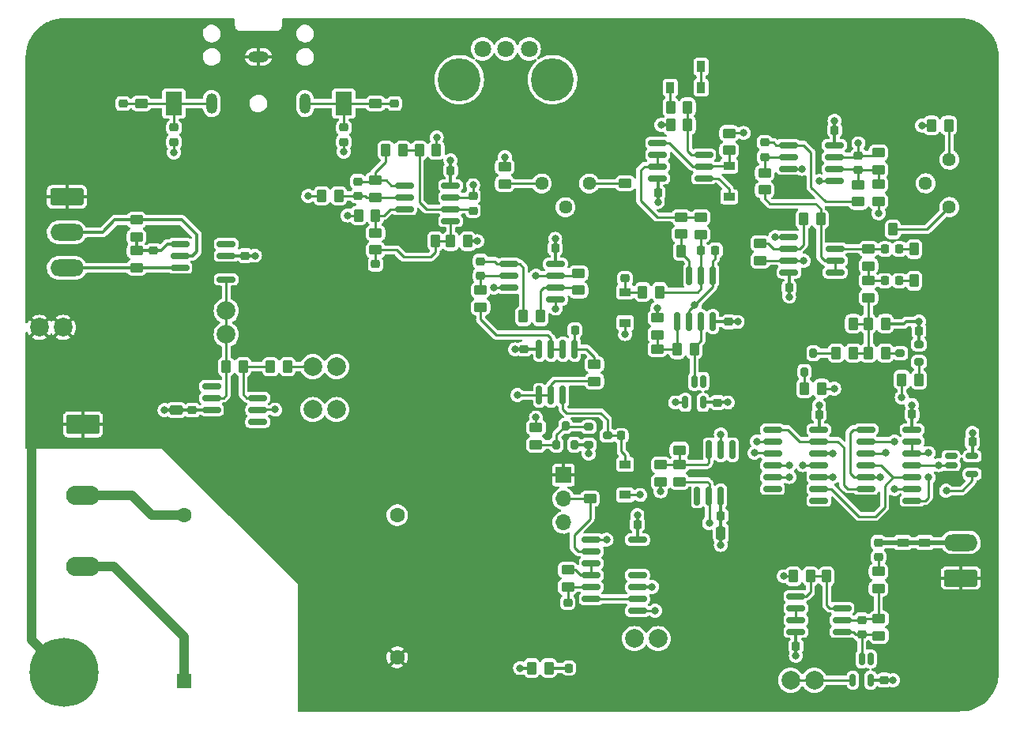
<source format=gtl>
%TF.GenerationSoftware,KiCad,Pcbnew,6.0.8-f2edbf62ab~116~ubuntu20.04.1*%
%TF.CreationDate,2022-10-07T00:48:49-04:00*%
%TF.ProjectId,SSTC_Control_Board,53535443-5f43-46f6-9e74-726f6c5f426f,rev?*%
%TF.SameCoordinates,Original*%
%TF.FileFunction,Copper,L1,Top*%
%TF.FilePolarity,Positive*%
%FSLAX46Y46*%
G04 Gerber Fmt 4.6, Leading zero omitted, Abs format (unit mm)*
G04 Created by KiCad (PCBNEW 6.0.8-f2edbf62ab~116~ubuntu20.04.1) date 2022-10-07 00:48:49*
%MOMM*%
%LPD*%
G01*
G04 APERTURE LIST*
G04 Aperture macros list*
%AMRoundRect*
0 Rectangle with rounded corners*
0 $1 Rounding radius*
0 $2 $3 $4 $5 $6 $7 $8 $9 X,Y pos of 4 corners*
0 Add a 4 corners polygon primitive as box body*
4,1,4,$2,$3,$4,$5,$6,$7,$8,$9,$2,$3,0*
0 Add four circle primitives for the rounded corners*
1,1,$1+$1,$2,$3*
1,1,$1+$1,$4,$5*
1,1,$1+$1,$6,$7*
1,1,$1+$1,$8,$9*
0 Add four rect primitives between the rounded corners*
20,1,$1+$1,$2,$3,$4,$5,0*
20,1,$1+$1,$4,$5,$6,$7,0*
20,1,$1+$1,$6,$7,$8,$9,0*
20,1,$1+$1,$8,$9,$2,$3,0*%
G04 Aperture macros list end*
%TA.AperFunction,SMDPad,CuDef*%
%ADD10RoundRect,0.250000X0.262500X0.450000X-0.262500X0.450000X-0.262500X-0.450000X0.262500X-0.450000X0*%
%TD*%
%TA.AperFunction,SMDPad,CuDef*%
%ADD11RoundRect,0.218750X0.218750X0.256250X-0.218750X0.256250X-0.218750X-0.256250X0.218750X-0.256250X0*%
%TD*%
%TA.AperFunction,ComponentPad*%
%ADD12R,1.600000X1.600000*%
%TD*%
%TA.AperFunction,ComponentPad*%
%ADD13C,1.600000*%
%TD*%
%TA.AperFunction,SMDPad,CuDef*%
%ADD14R,1.200000X0.900000*%
%TD*%
%TA.AperFunction,SMDPad,CuDef*%
%ADD15RoundRect,0.150000X-0.825000X-0.150000X0.825000X-0.150000X0.825000X0.150000X-0.825000X0.150000X0*%
%TD*%
%TA.AperFunction,ComponentPad*%
%ADD16C,2.000000*%
%TD*%
%TA.AperFunction,SMDPad,CuDef*%
%ADD17RoundRect,0.225000X-0.225000X-0.250000X0.225000X-0.250000X0.225000X0.250000X-0.225000X0.250000X0*%
%TD*%
%TA.AperFunction,SMDPad,CuDef*%
%ADD18RoundRect,0.250000X-0.262500X-0.450000X0.262500X-0.450000X0.262500X0.450000X-0.262500X0.450000X0*%
%TD*%
%TA.AperFunction,SMDPad,CuDef*%
%ADD19R,0.900000X1.200000*%
%TD*%
%TA.AperFunction,SMDPad,CuDef*%
%ADD20RoundRect,0.225000X0.250000X-0.225000X0.250000X0.225000X-0.250000X0.225000X-0.250000X-0.225000X0*%
%TD*%
%TA.AperFunction,SMDPad,CuDef*%
%ADD21RoundRect,0.225000X-0.250000X0.225000X-0.250000X-0.225000X0.250000X-0.225000X0.250000X0.225000X0*%
%TD*%
%TA.AperFunction,SMDPad,CuDef*%
%ADD22RoundRect,0.150000X0.825000X0.150000X-0.825000X0.150000X-0.825000X-0.150000X0.825000X-0.150000X0*%
%TD*%
%TA.AperFunction,SMDPad,CuDef*%
%ADD23RoundRect,0.250000X-0.450000X0.262500X-0.450000X-0.262500X0.450000X-0.262500X0.450000X0.262500X0*%
%TD*%
%TA.AperFunction,ComponentPad*%
%ADD24RoundRect,0.250001X-1.549999X0.799999X-1.549999X-0.799999X1.549999X-0.799999X1.549999X0.799999X0*%
%TD*%
%TA.AperFunction,ComponentPad*%
%ADD25O,3.600000X2.100000*%
%TD*%
%TA.AperFunction,SMDPad,CuDef*%
%ADD26RoundRect,0.250000X0.450000X-0.262500X0.450000X0.262500X-0.450000X0.262500X-0.450000X-0.262500X0*%
%TD*%
%TA.AperFunction,ComponentPad*%
%ADD27C,0.800000*%
%TD*%
%TA.AperFunction,ComponentPad*%
%ADD28C,7.400000*%
%TD*%
%TA.AperFunction,ComponentPad*%
%ADD29O,1.200000X2.200000*%
%TD*%
%TA.AperFunction,ComponentPad*%
%ADD30O,2.200000X1.200000*%
%TD*%
%TA.AperFunction,SMDPad,CuDef*%
%ADD31RoundRect,0.250000X0.475000X-0.250000X0.475000X0.250000X-0.475000X0.250000X-0.475000X-0.250000X0*%
%TD*%
%TA.AperFunction,ComponentPad*%
%ADD32C,1.440000*%
%TD*%
%TA.AperFunction,SMDPad,CuDef*%
%ADD33RoundRect,0.150000X-0.512500X-0.150000X0.512500X-0.150000X0.512500X0.150000X-0.512500X0.150000X0*%
%TD*%
%TA.AperFunction,SMDPad,CuDef*%
%ADD34RoundRect,0.250000X0.250000X0.475000X-0.250000X0.475000X-0.250000X-0.475000X0.250000X-0.475000X0*%
%TD*%
%TA.AperFunction,SMDPad,CuDef*%
%ADD35RoundRect,0.225000X0.225000X0.250000X-0.225000X0.250000X-0.225000X-0.250000X0.225000X-0.250000X0*%
%TD*%
%TA.AperFunction,SMDPad,CuDef*%
%ADD36RoundRect,0.150000X0.150000X-0.825000X0.150000X0.825000X-0.150000X0.825000X-0.150000X-0.825000X0*%
%TD*%
%TA.AperFunction,SMDPad,CuDef*%
%ADD37RoundRect,0.200000X-0.300000X-0.200000X0.300000X-0.200000X0.300000X0.200000X-0.300000X0.200000X0*%
%TD*%
%TA.AperFunction,SMDPad,CuDef*%
%ADD38RoundRect,0.150000X-0.150000X0.825000X-0.150000X-0.825000X0.150000X-0.825000X0.150000X0.825000X0*%
%TD*%
%TA.AperFunction,SMDPad,CuDef*%
%ADD39RoundRect,0.200000X0.200000X-0.300000X0.200000X0.300000X-0.200000X0.300000X-0.200000X-0.300000X0*%
%TD*%
%TA.AperFunction,SMDPad,CuDef*%
%ADD40RoundRect,0.200000X0.300000X0.200000X-0.300000X0.200000X-0.300000X-0.200000X0.300000X-0.200000X0*%
%TD*%
%TA.AperFunction,ComponentPad*%
%ADD41RoundRect,0.250000X-1.550000X0.650000X-1.550000X-0.650000X1.550000X-0.650000X1.550000X0.650000X0*%
%TD*%
%TA.AperFunction,ComponentPad*%
%ADD42O,3.600000X1.800000*%
%TD*%
%TA.AperFunction,ComponentPad*%
%ADD43R,1.700000X1.700000*%
%TD*%
%TA.AperFunction,ComponentPad*%
%ADD44O,1.700000X1.700000*%
%TD*%
%TA.AperFunction,SMDPad,CuDef*%
%ADD45RoundRect,0.150000X-0.150000X0.512500X-0.150000X-0.512500X0.150000X-0.512500X0.150000X0.512500X0*%
%TD*%
%TA.AperFunction,SMDPad,CuDef*%
%ADD46R,1.800000X2.500000*%
%TD*%
%TA.AperFunction,ComponentPad*%
%ADD47C,4.600000*%
%TD*%
%TA.AperFunction,ComponentPad*%
%ADD48C,1.800000*%
%TD*%
%TA.AperFunction,ComponentPad*%
%ADD49RoundRect,0.250000X1.550000X-0.650000X1.550000X0.650000X-1.550000X0.650000X-1.550000X-0.650000X0*%
%TD*%
%TA.AperFunction,ViaPad*%
%ADD50C,0.800000*%
%TD*%
%TA.AperFunction,Conductor*%
%ADD51C,0.350000*%
%TD*%
%TA.AperFunction,Conductor*%
%ADD52C,1.000000*%
%TD*%
%TA.AperFunction,Conductor*%
%ADD53C,0.500000*%
%TD*%
%TA.AperFunction,Conductor*%
%ADD54C,0.250000*%
%TD*%
G04 APERTURE END LIST*
D10*
%TO.P,R35,1*%
%TO.N,Net-(D5-Pad2)*%
X96412500Y-115000000D03*
%TO.P,R35,2*%
%TO.N,+5V*%
X94587500Y-115000000D03*
%TD*%
D11*
%TO.P,D5,1,K*%
%TO.N,GND*%
X100137500Y-115000000D03*
%TO.P,D5,2,A*%
%TO.N,Net-(D5-Pad2)*%
X98562500Y-115000000D03*
%TD*%
D12*
%TO.P,PS1,1,AC/L*%
%TO.N,Net-(J2-Pad3)*%
X57320000Y-116390000D03*
D13*
%TO.P,PS1,2,-Vout*%
%TO.N,GND*%
X80180000Y-113850000D03*
%TO.P,PS1,3,+Vout*%
%TO.N,+5V*%
X80180000Y-98610000D03*
%TO.P,PS1,4,AC/N*%
%TO.N,Net-(J2-Pad2)*%
X57320000Y-98610000D03*
%TD*%
D14*
%TO.P,D1,1,K*%
%TO.N,Net-(C1-Pad1)*%
X136700000Y-101550000D03*
%TO.P,D1,2,A*%
%TO.N,GND*%
X136700000Y-104850000D03*
%TD*%
D15*
%TO.P,U12,1*%
%TO.N,Net-(C21-Pad2)*%
X92175000Y-71695000D03*
%TO.P,U12,2,-*%
%TO.N,Net-(C21-Pad1)*%
X92175000Y-72965000D03*
%TO.P,U12,3,+*%
%TO.N,Net-(RV1-Pad2)*%
X92175000Y-74235000D03*
%TO.P,U12,4,V-*%
%TO.N,GND*%
X92175000Y-75505000D03*
%TO.P,U12,5,+*%
%TO.N,Net-(RV1-Pad2)*%
X97125000Y-75505000D03*
%TO.P,U12,6,-*%
%TO.N,Net-(R40-Pad1)*%
X97125000Y-74235000D03*
%TO.P,U12,7*%
%TO.N,Net-(R33-Pad2)*%
X97125000Y-72965000D03*
%TO.P,U12,8,V+*%
%TO.N,+5V*%
X97125000Y-71695000D03*
%TD*%
D10*
%TO.P,R6,1*%
%TO.N,Net-(R6-Pad1)*%
X125637500Y-85050000D03*
%TO.P,R6,2*%
%TO.N,Net-(Q2-Pad1)*%
X123812500Y-85050000D03*
%TD*%
D16*
%TO.P,TP5,1,1*%
%TO.N,/PWM and Output/RAMP_IN*%
X71130000Y-87300000D03*
X73670000Y-87300000D03*
%TD*%
D17*
%TO.P,C8,1*%
%TO.N,+5V*%
X122175000Y-74250000D03*
%TO.P,C8,2*%
%TO.N,GND*%
X123725000Y-74250000D03*
%TD*%
%TO.P,C28,1*%
%TO.N,GND*%
X84350000Y-61672500D03*
%TO.P,C28,2*%
%TO.N,+5V*%
X85900000Y-61672500D03*
%TD*%
D18*
%TO.P,R23,1*%
%TO.N,Net-(R19-Pad2)*%
X110187500Y-80850000D03*
%TO.P,R23,2*%
%TO.N,Net-(R23-Pad2)*%
X112012500Y-80850000D03*
%TD*%
D19*
%TO.P,D8,1,K*%
%TO.N,Net-(D8-Pad1)*%
X112737500Y-52800000D03*
%TO.P,D8,2,A*%
%TO.N,Net-(D8-Pad2)*%
X109437500Y-52800000D03*
%TD*%
D16*
%TO.P,TP6,1,1*%
%TO.N,Net-(R54-Pad2)*%
X61850000Y-79250000D03*
X61850000Y-76710000D03*
%TD*%
D20*
%TO.P,C25,1*%
%TO.N,Net-(C25-Pad1)*%
X56250000Y-58625000D03*
%TO.P,C25,2*%
%TO.N,Net-(C23-Pad2)*%
X56250000Y-57075000D03*
%TD*%
D21*
%TO.P,C19,1*%
%TO.N,+5V*%
X93785000Y-80825000D03*
%TO.P,C19,2*%
%TO.N,GND*%
X93785000Y-82375000D03*
%TD*%
D17*
%TO.P,C10,1*%
%TO.N,Net-(C10-Pad1)*%
X112725000Y-70250000D03*
%TO.P,C10,2*%
%TO.N,/PLL_Block/VCO_RAMP*%
X114275000Y-70250000D03*
%TD*%
D20*
%TO.P,C40,1*%
%TO.N,+5V*%
X132350000Y-116300000D03*
%TO.P,C40,2*%
%TO.N,GND*%
X132350000Y-114750000D03*
%TD*%
D22*
%TO.P,U16,1,TXD*%
%TO.N,Net-(R54-Pad2)*%
X61850000Y-73355000D03*
%TO.P,U16,2,GND*%
%TO.N,GND*%
X61850000Y-72085000D03*
%TO.P,U16,3,VCC*%
%TO.N,+5V*%
X61850000Y-70815000D03*
%TO.P,U16,4,RXD*%
%TO.N,unconnected-(U16-Pad4)*%
X61850000Y-69545000D03*
%TO.P,U16,5,VREF*%
%TO.N,Net-(C33-Pad1)*%
X56900000Y-69545000D03*
%TO.P,U16,6,CANL*%
%TO.N,/PWM and Output/CANL*%
X56900000Y-70815000D03*
%TO.P,U16,7,CANH*%
%TO.N,/PWM and Output/CANH*%
X56900000Y-72085000D03*
%TO.P,U16,8,S*%
%TO.N,GND*%
X56900000Y-73355000D03*
%TD*%
D18*
%TO.P,R53,1*%
%TO.N,Net-(R53-Pad1)*%
X66600000Y-82700000D03*
%TO.P,R53,2*%
%TO.N,/Audio/AUDIO*%
X68425000Y-82700000D03*
%TD*%
D17*
%TO.P,C39,1*%
%TO.N,+5V*%
X114865000Y-98675000D03*
%TO.P,C39,2*%
%TO.N,GND*%
X116415000Y-98675000D03*
%TD*%
D23*
%TO.P,R20,1*%
%TO.N,Net-(R19-Pad2)*%
X108050000Y-80837500D03*
%TO.P,R20,2*%
%TO.N,GND*%
X108050000Y-82662500D03*
%TD*%
D21*
%TO.P,C31,1*%
%TO.N,+5V*%
X58200000Y-87350000D03*
%TO.P,C31,2*%
%TO.N,GND*%
X58200000Y-88900000D03*
%TD*%
D18*
%TO.P,R51,1*%
%TO.N,Net-(C27-Pad1)*%
X78950000Y-59500000D03*
%TO.P,R51,2*%
%TO.N,Net-(C29-Pad2)*%
X80775000Y-59500000D03*
%TD*%
D24*
%TO.P,J2,1,Pin_1*%
%TO.N,GND*%
X46500000Y-88880000D03*
D25*
%TO.P,J2,2,Pin_2*%
%TO.N,Net-(J2-Pad2)*%
X46500000Y-96500000D03*
%TO.P,J2,3,Pin_3*%
%TO.N,Net-(J2-Pad3)*%
X46500000Y-104120000D03*
%TD*%
D14*
%TO.P,D11,1,K*%
%TO.N,Net-(D11-Pad1)*%
X104587500Y-78000000D03*
%TO.P,D11,2,A*%
%TO.N,Net-(C36-Pad2)*%
X104587500Y-74700000D03*
%TD*%
D26*
%TO.P,R33,1*%
%TO.N,Net-(Q4-Pad1)*%
X95050000Y-91050000D03*
%TO.P,R33,2*%
%TO.N,Net-(R33-Pad2)*%
X95050000Y-89225000D03*
%TD*%
D23*
%TO.P,R3,1*%
%TO.N,Net-(C1-Pad2)*%
X131750000Y-104650000D03*
%TO.P,R3,2*%
%TO.N,Net-(C3-Pad1)*%
X131750000Y-106475000D03*
%TD*%
D17*
%TO.P,C35,1*%
%TO.N,+5V*%
X108100000Y-64050000D03*
%TO.P,C35,2*%
%TO.N,GND*%
X109650000Y-64050000D03*
%TD*%
D10*
%TO.P,R49,1*%
%TO.N,Net-(R34-Pad2)*%
X77862500Y-66500000D03*
%TO.P,R49,2*%
%TO.N,Net-(C26-Pad1)*%
X76037500Y-66500000D03*
%TD*%
D17*
%TO.P,C9,1*%
%TO.N,+5V*%
X136075000Y-78850000D03*
%TO.P,C9,2*%
%TO.N,GND*%
X137625000Y-78850000D03*
%TD*%
D27*
%TO.P,H4,1,1*%
%TO.N,GND*%
X46462221Y-113537779D03*
X46462221Y-117462221D03*
X41725000Y-115500000D03*
X42537779Y-113537779D03*
D28*
X44500000Y-115500000D03*
D27*
X44500000Y-118275000D03*
X44500000Y-112725000D03*
X47275000Y-115500000D03*
X42537779Y-117462221D03*
%TD*%
D21*
%TO.P,C23,1*%
%TO.N,GND*%
X50800000Y-52950000D03*
%TO.P,C23,2*%
%TO.N,Net-(C23-Pad2)*%
X50800000Y-54500000D03*
%TD*%
D17*
%TO.P,C18,1*%
%TO.N,Net-(C18-Pad1)*%
X104175000Y-90100000D03*
%TO.P,C18,2*%
%TO.N,GND*%
X105725000Y-90100000D03*
%TD*%
D29*
%TO.P,J3,R*%
%TO.N,Net-(C24-Pad2)*%
X70300000Y-54500000D03*
D30*
%TO.P,J3,S*%
%TO.N,GND*%
X65300000Y-49500000D03*
D29*
%TO.P,J3,T*%
%TO.N,Net-(C23-Pad2)*%
X60300000Y-54500000D03*
%TD*%
D10*
%TO.P,R22,1*%
%TO.N,GND*%
X137387500Y-70087500D03*
%TO.P,R22,2*%
%TO.N,Net-(C13-Pad2)*%
X135562500Y-70087500D03*
%TD*%
D31*
%TO.P,C30,1*%
%TO.N,GND*%
X56500000Y-89250000D03*
%TO.P,C30,2*%
%TO.N,+5V*%
X56500000Y-87350000D03*
%TD*%
D18*
%TO.P,R24,1*%
%TO.N,+5V*%
X137437500Y-56850000D03*
%TO.P,R24,2*%
%TO.N,Net-(R24-Pad2)*%
X139262500Y-56850000D03*
%TD*%
D22*
%TO.P,U15,1*%
%TO.N,unconnected-(U15-Pad1)*%
X65225000Y-88605000D03*
%TO.P,U15,2,-*%
%TO.N,/PWM and Output/RAMP_IN*%
X65225000Y-87335000D03*
%TO.P,U15,3,+*%
%TO.N,Net-(R53-Pad1)*%
X65225000Y-86065000D03*
%TO.P,U15,4,V-*%
%TO.N,GND*%
X65225000Y-84795000D03*
%TO.P,U15,5*%
%TO.N,unconnected-(U15-Pad5)*%
X60275000Y-84795000D03*
%TO.P,U15,6*%
%TO.N,Net-(R54-Pad2)*%
X60275000Y-86065000D03*
%TO.P,U15,7,V+*%
%TO.N,+5V*%
X60275000Y-87335000D03*
%TO.P,U15,8,SHDN*%
%TO.N,GND*%
X60275000Y-88605000D03*
%TD*%
D23*
%TO.P,R4,1*%
%TO.N,Net-(C3-Pad1)*%
X131800000Y-109700000D03*
%TO.P,R4,2*%
%TO.N,Net-(C3-Pad2)*%
X131800000Y-111525000D03*
%TD*%
D16*
%TO.P,TP4,1,1*%
%TO.N,/Audio/AUDIO*%
X73670000Y-82700000D03*
X71130000Y-82700000D03*
%TD*%
D14*
%TO.P,D10,1,K*%
%TO.N,Net-(D10-Pad1)*%
X115750000Y-61200000D03*
%TO.P,D10,2,A*%
%TO.N,Net-(D10-Pad2)*%
X115750000Y-64500000D03*
%TD*%
D23*
%TO.P,R29,1*%
%TO.N,Net-(C15-Pad1)*%
X131750000Y-63150000D03*
%TO.P,R29,2*%
%TO.N,Net-(R28-Pad1)*%
X131750000Y-64975000D03*
%TD*%
D32*
%TO.P,RV3,1,1*%
%TO.N,Net-(R24-Pad2)*%
X139335000Y-60510000D03*
%TO.P,RV3,2,2*%
%TO.N,Net-(RV3-Pad2)*%
X136795000Y-63050000D03*
%TO.P,RV3,3,3*%
%TO.N,Net-(R25-Pad1)*%
X139335000Y-65590000D03*
%TD*%
D23*
%TO.P,R39,1*%
%TO.N,Net-(C21-Pad1)*%
X89100000Y-74500000D03*
%TO.P,R39,2*%
%TO.N,Net-(R39-Pad2)*%
X89100000Y-76325000D03*
%TD*%
D14*
%TO.P,D12,1,K*%
%TO.N,/Ramp Generator/RST_PULSE*%
X104600000Y-96450000D03*
%TO.P,D12,2,A*%
%TO.N,Net-(C18-Pad1)*%
X104600000Y-93150000D03*
%TD*%
D17*
%TO.P,C20,1*%
%TO.N,Net-(C20-Pad1)*%
X99225000Y-78800000D03*
%TO.P,C20,2*%
%TO.N,GND*%
X100775000Y-78800000D03*
%TD*%
D33*
%TO.P,U5,1*%
%TO.N,N/C*%
X139512500Y-92300000D03*
%TO.P,U5,2*%
%TO.N,Net-(R6-Pad1)*%
X139512500Y-93250000D03*
%TO.P,U5,3,GND*%
%TO.N,GND*%
X139512500Y-94200000D03*
%TO.P,U5,4*%
%TO.N,Net-(U4-Pad2)*%
X141787500Y-94200000D03*
%TO.P,U5,5,VCC*%
%TO.N,+5V*%
X141787500Y-92300000D03*
%TD*%
D20*
%TO.P,C14,1*%
%TO.N,Net-(C14-Pad1)*%
X119550000Y-60225000D03*
%TO.P,C14,2*%
%TO.N,Net-(C14-Pad2)*%
X119550000Y-58675000D03*
%TD*%
D32*
%TO.P,RV1,1,1*%
%TO.N,Net-(R37-Pad1)*%
X95660000Y-63065000D03*
%TO.P,RV1,2,2*%
%TO.N,Net-(RV1-Pad2)*%
X98200000Y-65605000D03*
%TO.P,RV1,3,3*%
%TO.N,Net-(R38-Pad2)*%
X100740000Y-63065000D03*
%TD*%
D15*
%TO.P,U10,1*%
%TO.N,/PLL_Block/SIG_OUT*%
X100975000Y-101240000D03*
%TO.P,U10,2*%
%TO.N,Net-(JP1-Pad2)*%
X100975000Y-102510000D03*
%TO.P,U10,3*%
%TO.N,Net-(R32-Pad2)*%
X100975000Y-103780000D03*
%TO.P,U10,4*%
X100975000Y-105050000D03*
%TO.P,U10,5*%
%TO.N,Net-(C17-Pad1)*%
X100975000Y-106320000D03*
%TO.P,U10,6*%
%TO.N,Net-(U10-Pad6)*%
X100975000Y-107590000D03*
%TO.P,U10,7,GND*%
%TO.N,GND*%
X100975000Y-108860000D03*
%TO.P,U10,8*%
%TO.N,/Ramp Generator/RST_PULSE*%
X105925000Y-108860000D03*
%TO.P,U10,9*%
%TO.N,Net-(U10-Pad6)*%
X105925000Y-107590000D03*
%TO.P,U10,10*%
%TO.N,+5V*%
X105925000Y-106320000D03*
%TO.P,U10,11*%
%TO.N,unconnected-(U10-Pad11)*%
X105925000Y-105050000D03*
%TO.P,U10,12*%
%TO.N,GND*%
X105925000Y-103780000D03*
%TO.P,U10,13*%
X105925000Y-102510000D03*
%TO.P,U10,14,VCC*%
%TO.N,+5V*%
X105925000Y-101240000D03*
%TD*%
D34*
%TO.P,C38,1*%
%TO.N,GND*%
X116765000Y-100525000D03*
%TO.P,C38,2*%
%TO.N,+5V*%
X114865000Y-100525000D03*
%TD*%
D17*
%TO.P,C13,1*%
%TO.N,Net-(C13-Pad1)*%
X132450000Y-70087500D03*
%TO.P,C13,2*%
%TO.N,Net-(C13-Pad2)*%
X134000000Y-70087500D03*
%TD*%
D35*
%TO.P,C11,1*%
%TO.N,+5V*%
X127050000Y-57350000D03*
%TO.P,C11,2*%
%TO.N,GND*%
X125500000Y-57350000D03*
%TD*%
D26*
%TO.P,R42,1*%
%TO.N,Net-(C23-Pad2)*%
X52750000Y-54500000D03*
%TO.P,R42,2*%
%TO.N,GND*%
X52750000Y-52675000D03*
%TD*%
D10*
%TO.P,R11,1*%
%TO.N,Net-(R11-Pad1)*%
X111300000Y-56800000D03*
%TO.P,R11,2*%
%TO.N,+5V*%
X109475000Y-56800000D03*
%TD*%
D23*
%TO.P,R43,1*%
%TO.N,GND*%
X77850000Y-52675000D03*
%TO.P,R43,2*%
%TO.N,Net-(C24-Pad2)*%
X77850000Y-54500000D03*
%TD*%
D36*
%TO.P,U11,1*%
%TO.N,/PWM and Output/RAMP_IN*%
X95395000Y-85775000D03*
%TO.P,U11,2,-*%
X96665000Y-85775000D03*
%TO.P,U11,3,+*%
%TO.N,Net-(C18-Pad1)*%
X97935000Y-85775000D03*
%TO.P,U11,4,V-*%
%TO.N,GND*%
X99205000Y-85775000D03*
%TO.P,U11,5,+*%
%TO.N,Net-(C20-Pad1)*%
X99205000Y-80825000D03*
%TO.P,U11,6,-*%
%TO.N,Net-(R39-Pad2)*%
X97935000Y-80825000D03*
%TO.P,U11,7*%
X96665000Y-80825000D03*
%TO.P,U11,8,V+*%
%TO.N,+5V*%
X95395000Y-80825000D03*
%TD*%
D18*
%TO.P,R5,1*%
%TO.N,Net-(R5-Pad1)*%
X134250000Y-84100000D03*
%TO.P,R5,2*%
%TO.N,Net-(Q1-Pad1)*%
X136075000Y-84100000D03*
%TD*%
D26*
%TO.P,R60,1*%
%TO.N,Net-(R59-Pad2)*%
X110415000Y-91625000D03*
%TO.P,R60,2*%
%TO.N,GND*%
X110415000Y-89800000D03*
%TD*%
D20*
%TO.P,C7,1*%
%TO.N,+5V*%
X115700000Y-77900000D03*
%TO.P,C7,2*%
%TO.N,GND*%
X115700000Y-76350000D03*
%TD*%
D22*
%TO.P,U7,1*%
%TO.N,Net-(R26-Pad2)*%
X127100000Y-72605000D03*
%TO.P,U7,2,-*%
X127100000Y-71335000D03*
%TO.P,U7,3,+*%
%TO.N,Net-(C13-Pad1)*%
X127100000Y-70065000D03*
%TO.P,U7,4,V-*%
%TO.N,GND*%
X127100000Y-68795000D03*
%TO.P,U7,5,+*%
%TO.N,Net-(RV3-Pad2)*%
X122150000Y-68795000D03*
%TO.P,U7,6,-*%
%TO.N,Net-(R26-Pad1)*%
X122150000Y-70065000D03*
%TO.P,U7,7*%
%TO.N,Net-(R28-Pad1)*%
X122150000Y-71335000D03*
%TO.P,U7,8,V+*%
%TO.N,+5V*%
X122150000Y-72605000D03*
%TD*%
D21*
%TO.P,C3,1*%
%TO.N,Net-(C3-Pad1)*%
X129950000Y-109837500D03*
%TO.P,C3,2*%
%TO.N,Net-(C3-Pad2)*%
X129950000Y-111387500D03*
%TD*%
D26*
%TO.P,R32,1*%
%TO.N,Net-(C17-Pad1)*%
X98450000Y-106300000D03*
%TO.P,R32,2*%
%TO.N,Net-(R32-Pad2)*%
X98450000Y-104475000D03*
%TD*%
D27*
%TO.P,H2,1,1*%
%TO.N,GND*%
X138537779Y-51462221D03*
X140500000Y-52275000D03*
D28*
X140500000Y-49500000D03*
D27*
X142462221Y-51462221D03*
X143275000Y-49500000D03*
X138537779Y-47537779D03*
X137725000Y-49500000D03*
X142462221Y-47537779D03*
X140500000Y-46725000D03*
%TD*%
D18*
%TO.P,R46,1*%
%TO.N,Net-(C34-Pad2)*%
X85900000Y-69250000D03*
%TO.P,R46,2*%
%TO.N,+5V*%
X87725000Y-69250000D03*
%TD*%
D26*
%TO.P,R50,1*%
%TO.N,Net-(C27-Pad2)*%
X77800000Y-64550000D03*
%TO.P,R50,2*%
%TO.N,Net-(C27-Pad1)*%
X77800000Y-62725000D03*
%TD*%
D37*
%TO.P,Q5,1,B*%
%TO.N,Net-(Q4-Pad1)*%
X100700000Y-89150000D03*
%TO.P,Q5,2,E*%
%TO.N,+5V*%
X100700000Y-91050000D03*
%TO.P,Q5,3,C*%
%TO.N,Net-(C18-Pad1)*%
X102700000Y-90100000D03*
%TD*%
D35*
%TO.P,C5,1*%
%TO.N,+5V*%
X135325000Y-87800000D03*
%TO.P,C5,2*%
%TO.N,GND*%
X133775000Y-87800000D03*
%TD*%
%TO.P,C22,1*%
%TO.N,+5V*%
X97100000Y-70000000D03*
%TO.P,C22,2*%
%TO.N,GND*%
X95550000Y-70000000D03*
%TD*%
D10*
%TO.P,R18,1*%
%TO.N,GND*%
X137387500Y-73487500D03*
%TO.P,R18,2*%
%TO.N,Net-(C12-Pad2)*%
X135562500Y-73487500D03*
%TD*%
D20*
%TO.P,C15,1*%
%TO.N,Net-(C15-Pad1)*%
X129600000Y-61600000D03*
%TO.P,C15,2*%
%TO.N,/PLL_Block/VCO_IN*%
X129600000Y-60050000D03*
%TD*%
D38*
%TO.P,U18,1*%
%TO.N,unconnected-(U18-Pad1)*%
X116120000Y-91600000D03*
%TO.P,U18,2,-*%
%TO.N,/PLL_Block/VCO_RAMP*%
X114850000Y-91600000D03*
%TO.P,U18,3,+*%
%TO.N,Net-(R59-Pad2)*%
X113580000Y-91600000D03*
%TO.P,U18,4,V-*%
%TO.N,GND*%
X112310000Y-91600000D03*
%TO.P,U18,5*%
%TO.N,unconnected-(U18-Pad5)*%
X112310000Y-96550000D03*
%TO.P,U18,6*%
%TO.N,/PLL_Block/SIG_OUT*%
X113580000Y-96550000D03*
%TO.P,U18,7,V+*%
%TO.N,+5V*%
X114850000Y-96550000D03*
%TO.P,U18,8,SHDN*%
%TO.N,GND*%
X116120000Y-96550000D03*
%TD*%
D18*
%TO.P,R1,1*%
%TO.N,+5V*%
X122637500Y-105162500D03*
%TO.P,R1,2*%
%TO.N,Net-(R1-Pad2)*%
X124462500Y-105162500D03*
%TD*%
D20*
%TO.P,C34,1*%
%TO.N,GND*%
X77850000Y-73275000D03*
%TO.P,C34,2*%
%TO.N,Net-(C34-Pad2)*%
X77850000Y-71725000D03*
%TD*%
D14*
%TO.P,D2,1,K*%
%TO.N,GND*%
X134350000Y-104850000D03*
%TO.P,D2,2,A*%
%TO.N,Net-(C1-Pad1)*%
X134350000Y-101550000D03*
%TD*%
D26*
%TO.P,R37,1*%
%TO.N,Net-(R37-Pad1)*%
X91700000Y-63100000D03*
%TO.P,R37,2*%
%TO.N,+5V*%
X91700000Y-61275000D03*
%TD*%
D18*
%TO.P,R9,1*%
%TO.N,Net-(R10-Pad2)*%
X130662500Y-81250000D03*
%TO.P,R9,2*%
%TO.N,Net-(Q1-Pad3)*%
X132487500Y-81250000D03*
%TD*%
%TO.P,R13,1*%
%TO.N,GND*%
X108775000Y-70300000D03*
%TO.P,R13,2*%
%TO.N,Net-(R13-Pad2)*%
X110600000Y-70300000D03*
%TD*%
D26*
%TO.P,R58,1*%
%TO.N,Net-(D10-Pad1)*%
X115750000Y-59500000D03*
%TO.P,R58,2*%
%TO.N,/PLL_Block/VCO_IN*%
X115750000Y-57675000D03*
%TD*%
%TO.P,R56,1*%
%TO.N,Net-(C33-Pad1)*%
X52250000Y-68800000D03*
%TO.P,R56,2*%
%TO.N,/PWM and Output/CANL*%
X52250000Y-66975000D03*
%TD*%
D22*
%TO.P,U1,1*%
%TO.N,Net-(C3-Pad2)*%
X127850000Y-111102500D03*
%TO.P,U1,2,-*%
%TO.N,Net-(C3-Pad1)*%
X127850000Y-109832500D03*
%TO.P,U1,3,+*%
%TO.N,Net-(R1-Pad2)*%
X127850000Y-108562500D03*
%TO.P,U1,4,V-*%
%TO.N,GND*%
X127850000Y-107292500D03*
%TO.P,U1,5,+*%
%TO.N,Net-(R1-Pad2)*%
X122900000Y-107292500D03*
%TO.P,U1,6,-*%
%TO.N,Net-(U1-Pad6)*%
X122900000Y-108562500D03*
%TO.P,U1,7*%
X122900000Y-109832500D03*
%TO.P,U1,8,V+*%
%TO.N,+5V*%
X122900000Y-111102500D03*
%TD*%
D18*
%TO.P,R12,1*%
%TO.N,Net-(C36-Pad2)*%
X106475000Y-74700000D03*
%TO.P,R12,2*%
%TO.N,Net-(C10-Pad1)*%
X108300000Y-74700000D03*
%TD*%
D16*
%TO.P,TP2,1,1*%
%TO.N,GND*%
X41830000Y-78500000D03*
X44370000Y-78500000D03*
%TD*%
D39*
%TO.P,Q2,1,G*%
%TO.N,Net-(Q2-Pad1)*%
X123825000Y-83250000D03*
%TO.P,Q2,2,S*%
%TO.N,GND*%
X125725000Y-83250000D03*
%TO.P,Q2,3,D*%
%TO.N,Net-(Q2-Pad3)*%
X124775000Y-81250000D03*
%TD*%
D23*
%TO.P,R21,1*%
%TO.N,Net-(C13-Pad1)*%
X130675000Y-70075000D03*
%TO.P,R21,2*%
%TO.N,Net-(C12-Pad1)*%
X130675000Y-71900000D03*
%TD*%
D18*
%TO.P,R47,1*%
%TO.N,GND*%
X82425000Y-69250000D03*
%TO.P,R47,2*%
%TO.N,Net-(C34-Pad2)*%
X84250000Y-69250000D03*
%TD*%
D35*
%TO.P,C2,1*%
%TO.N,GND*%
X124450000Y-112650000D03*
%TO.P,C2,2*%
%TO.N,+5V*%
X122900000Y-112650000D03*
%TD*%
D23*
%TO.P,R17,1*%
%TO.N,Net-(C12-Pad1)*%
X130675000Y-73475000D03*
%TO.P,R17,2*%
%TO.N,Net-(R10-Pad2)*%
X130675000Y-75300000D03*
%TD*%
D21*
%TO.P,C29,1*%
%TO.N,/Audio/AUDIO*%
X88300000Y-64425000D03*
%TO.P,C29,2*%
%TO.N,Net-(C29-Pad2)*%
X88300000Y-65975000D03*
%TD*%
%TO.P,C37,1*%
%TO.N,GND*%
X114500000Y-85000000D03*
%TO.P,C37,2*%
%TO.N,+5V*%
X114500000Y-86550000D03*
%TD*%
D15*
%TO.P,U3,1,~{R}*%
%TO.N,Net-(U3-Pad1)*%
X120400000Y-89440000D03*
%TO.P,U3,2,D*%
%TO.N,+5V*%
X120400000Y-90710000D03*
%TO.P,U3,3,C*%
%TO.N,/PLL_Block/SIG_IN*%
X120400000Y-91980000D03*
%TO.P,U3,4,~{S}*%
%TO.N,+5V*%
X120400000Y-93250000D03*
%TO.P,U3,5,Q*%
%TO.N,Net-(U3-Pad5)*%
X120400000Y-94520000D03*
%TO.P,U3,6,~{Q}*%
%TO.N,unconnected-(U3-Pad6)*%
X120400000Y-95790000D03*
%TO.P,U3,7,GND*%
%TO.N,GND*%
X120400000Y-97060000D03*
%TO.P,U3,8,~{Q}*%
%TO.N,unconnected-(U3-Pad8)*%
X125350000Y-97060000D03*
%TO.P,U3,9,Q*%
%TO.N,Net-(U3-Pad9)*%
X125350000Y-95790000D03*
%TO.P,U3,10,~{S}*%
%TO.N,+5V*%
X125350000Y-94520000D03*
%TO.P,U3,11,C*%
%TO.N,/PLL_Block/SIG_OUT*%
X125350000Y-93250000D03*
%TO.P,U3,12,D*%
%TO.N,+5V*%
X125350000Y-91980000D03*
%TO.P,U3,13,~{R}*%
%TO.N,Net-(U3-Pad1)*%
X125350000Y-90710000D03*
%TO.P,U3,14,VCC*%
%TO.N,+5V*%
X125350000Y-89440000D03*
%TD*%
D21*
%TO.P,C17,1*%
%TO.N,Net-(C17-Pad1)*%
X98450000Y-107987500D03*
%TO.P,C17,2*%
%TO.N,GND*%
X98450000Y-109537500D03*
%TD*%
%TO.P,C1,1*%
%TO.N,Net-(C1-Pad1)*%
X131750000Y-101550000D03*
%TO.P,C1,2*%
%TO.N,Net-(C1-Pad2)*%
X131750000Y-103100000D03*
%TD*%
D23*
%TO.P,R57,1*%
%TO.N,GND*%
X100850000Y-95032500D03*
%TO.P,R57,2*%
%TO.N,Net-(JP1-Pad2)*%
X100850000Y-96857500D03*
%TD*%
D10*
%TO.P,R52,1*%
%TO.N,Net-(R52-Pad1)*%
X84375000Y-59500000D03*
%TO.P,R52,2*%
%TO.N,Net-(C29-Pad2)*%
X82550000Y-59500000D03*
%TD*%
D40*
%TO.P,Q1,1,G*%
%TO.N,Net-(Q1-Pad1)*%
X136075000Y-82200000D03*
%TO.P,Q1,2,S*%
%TO.N,+5V*%
X136075000Y-80300000D03*
%TO.P,Q1,3,D*%
%TO.N,Net-(Q1-Pad3)*%
X134075000Y-81250000D03*
%TD*%
D15*
%TO.P,U13,1*%
%TO.N,Net-(C27-Pad1)*%
X80950000Y-63267500D03*
%TO.P,U13,2,-*%
%TO.N,Net-(C27-Pad2)*%
X80950000Y-64537500D03*
%TO.P,U13,3,+*%
%TO.N,Net-(R34-Pad2)*%
X80950000Y-65807500D03*
%TO.P,U13,4,V-*%
%TO.N,GND*%
X80950000Y-67077500D03*
%TO.P,U13,5,+*%
%TO.N,Net-(C34-Pad2)*%
X85900000Y-67077500D03*
%TO.P,U13,6,-*%
%TO.N,Net-(C29-Pad2)*%
X85900000Y-65807500D03*
%TO.P,U13,7*%
%TO.N,/Audio/AUDIO*%
X85900000Y-64537500D03*
%TO.P,U13,8,V+*%
%TO.N,+5V*%
X85900000Y-63267500D03*
%TD*%
D10*
%TO.P,R54,1*%
%TO.N,Net-(R53-Pad1)*%
X63675000Y-82700000D03*
%TO.P,R54,2*%
%TO.N,Net-(R54-Pad2)*%
X61850000Y-82700000D03*
%TD*%
D21*
%TO.P,C24,1*%
%TO.N,GND*%
X79900000Y-52950000D03*
%TO.P,C24,2*%
%TO.N,Net-(C24-Pad2)*%
X79900000Y-54500000D03*
%TD*%
D23*
%TO.P,R31,1*%
%TO.N,/PLL_Block/VCO_IN*%
X131750000Y-59775000D03*
%TO.P,R31,2*%
%TO.N,Net-(C15-Pad1)*%
X131750000Y-61600000D03*
%TD*%
D26*
%TO.P,R8,1*%
%TO.N,Net-(R13-Pad2)*%
X110600000Y-68500000D03*
%TO.P,R8,2*%
%TO.N,Net-(R7-Pad1)*%
X110600000Y-66675000D03*
%TD*%
D18*
%TO.P,R15,1*%
%TO.N,GND*%
X127200000Y-78100000D03*
%TO.P,R15,2*%
%TO.N,Net-(R10-Pad2)*%
X129025000Y-78100000D03*
%TD*%
D17*
%TO.P,C12,1*%
%TO.N,Net-(C12-Pad1)*%
X132425000Y-73487500D03*
%TO.P,C12,2*%
%TO.N,Net-(C12-Pad2)*%
X133975000Y-73487500D03*
%TD*%
D15*
%TO.P,U8,1*%
%TO.N,Net-(C14-Pad2)*%
X122075000Y-58945000D03*
%TO.P,U8,2,-*%
%TO.N,Net-(C14-Pad1)*%
X122075000Y-60215000D03*
%TO.P,U8,3,+*%
%TO.N,Net-(RV3-Pad2)*%
X122075000Y-61485000D03*
%TO.P,U8,4,V-*%
%TO.N,GND*%
X122075000Y-62755000D03*
%TO.P,U8,5,+*%
%TO.N,Net-(RV3-Pad2)*%
X127025000Y-62755000D03*
%TO.P,U8,6,-*%
%TO.N,Net-(C15-Pad1)*%
X127025000Y-61485000D03*
%TO.P,U8,7*%
%TO.N,/PLL_Block/VCO_IN*%
X127025000Y-60215000D03*
%TO.P,U8,8,V+*%
%TO.N,+5V*%
X127025000Y-58945000D03*
%TD*%
D18*
%TO.P,R16,1*%
%TO.N,Net-(D8-Pad2)*%
X109475000Y-54900000D03*
%TO.P,R16,2*%
%TO.N,Net-(R11-Pad1)*%
X111300000Y-54900000D03*
%TD*%
%TO.P,R2,1*%
%TO.N,Net-(R1-Pad2)*%
X126187500Y-105162500D03*
%TO.P,R2,2*%
%TO.N,GND*%
X128012500Y-105162500D03*
%TD*%
D26*
%TO.P,R36,1*%
%TO.N,/PWM and Output/RAMP_IN*%
X101300000Y-84262500D03*
%TO.P,R36,2*%
%TO.N,Net-(C20-Pad1)*%
X101300000Y-82437500D03*
%TD*%
D41*
%TO.P,J4,1,Pin_1*%
%TO.N,GND*%
X44782500Y-64495000D03*
D42*
%TO.P,J4,2,Pin_2*%
%TO.N,/PWM and Output/CANL*%
X44782500Y-68305000D03*
%TO.P,J4,3,Pin_3*%
%TO.N,/PWM and Output/CANH*%
X44782500Y-72115000D03*
%TD*%
D39*
%TO.P,Q4,1,B*%
%TO.N,Net-(Q4-Pad1)*%
X97250000Y-91050000D03*
%TO.P,Q4,2,E*%
%TO.N,+5V*%
X99150000Y-91050000D03*
%TO.P,Q4,3,C*%
%TO.N,Net-(Q4-Pad1)*%
X98200000Y-89050000D03*
%TD*%
D43*
%TO.P,JP1,1,A*%
%TO.N,GND*%
X98000000Y-94320000D03*
D44*
%TO.P,JP1,2,C*%
%TO.N,Net-(JP1-Pad2)*%
X98000000Y-96860000D03*
%TO.P,JP1,3,B*%
%TO.N,+5V*%
X98000000Y-99400000D03*
%TD*%
D27*
%TO.P,H3,1,1*%
%TO.N,GND*%
X140500000Y-112725000D03*
X138537779Y-113537779D03*
X140500000Y-118275000D03*
D28*
X140500000Y-115500000D03*
D27*
X138537779Y-117462221D03*
X137725000Y-115500000D03*
X143275000Y-115500000D03*
X142462221Y-117462221D03*
X142462221Y-113537779D03*
%TD*%
D45*
%TO.P,U17,1*%
%TO.N,N/C*%
X112950000Y-84262500D03*
%TO.P,U17,2*%
%TO.N,Net-(R23-Pad2)*%
X112000000Y-84262500D03*
%TO.P,U17,3,GND*%
%TO.N,GND*%
X111050000Y-84262500D03*
%TO.P,U17,4*%
%TO.N,Net-(D11-Pad1)*%
X111050000Y-86537500D03*
%TO.P,U17,5,VCC*%
%TO.N,+5V*%
X112950000Y-86537500D03*
%TD*%
D22*
%TO.P,U14,1*%
%TO.N,Net-(D10-Pad2)*%
X113025000Y-62505000D03*
%TO.P,U14,2,-*%
%TO.N,Net-(D10-Pad1)*%
X113025000Y-61235000D03*
%TO.P,U14,3,+*%
%TO.N,Net-(R11-Pad1)*%
X113025000Y-59965000D03*
%TO.P,U14,4,V-*%
%TO.N,GND*%
X113025000Y-58695000D03*
%TO.P,U14,5,+*%
%TO.N,Net-(D10-Pad1)*%
X108075000Y-58695000D03*
%TO.P,U14,6,-*%
%TO.N,Net-(R7-Pad1)*%
X108075000Y-59965000D03*
%TO.P,U14,7*%
X108075000Y-61235000D03*
%TO.P,U14,8,V+*%
%TO.N,+5V*%
X108075000Y-62505000D03*
%TD*%
D46*
%TO.P,D4,1,A1*%
%TO.N,GND*%
X56250000Y-50500000D03*
%TO.P,D4,2,A2*%
%TO.N,Net-(C23-Pad2)*%
X56250000Y-54500000D03*
%TD*%
D27*
%TO.P,H1,1,1*%
%TO.N,GND*%
X46462221Y-51462221D03*
X42537779Y-51462221D03*
X44500000Y-46725000D03*
X41725000Y-49500000D03*
X44500000Y-52275000D03*
X46462221Y-47537779D03*
X42537779Y-47537779D03*
X47275000Y-49500000D03*
D28*
X44500000Y-49500000D03*
%TD*%
D20*
%TO.P,C26,1*%
%TO.N,Net-(C26-Pad1)*%
X74450000Y-58625000D03*
%TO.P,C26,2*%
%TO.N,Net-(C24-Pad2)*%
X74450000Y-57075000D03*
%TD*%
D23*
%TO.P,R38,1*%
%TO.N,GND*%
X104600000Y-61237500D03*
%TO.P,R38,2*%
%TO.N,Net-(R38-Pad2)*%
X104600000Y-63062500D03*
%TD*%
D35*
%TO.P,C6,1*%
%TO.N,+5V*%
X141800000Y-90750000D03*
%TO.P,C6,2*%
%TO.N,GND*%
X140250000Y-90750000D03*
%TD*%
D23*
%TO.P,R27,1*%
%TO.N,Net-(C14-Pad1)*%
X119550000Y-61937500D03*
%TO.P,R27,2*%
%TO.N,Net-(R26-Pad2)*%
X119550000Y-63762500D03*
%TD*%
D10*
%TO.P,R40,1*%
%TO.N,Net-(R40-Pad1)*%
X95512500Y-77300000D03*
%TO.P,R40,2*%
%TO.N,Net-(C21-Pad2)*%
X93687500Y-77300000D03*
%TD*%
D23*
%TO.P,R41,1*%
%TO.N,Net-(R33-Pad2)*%
X99600000Y-72687500D03*
%TO.P,R41,2*%
%TO.N,Net-(R40-Pad1)*%
X99600000Y-74512500D03*
%TD*%
D38*
%TO.P,U6,1*%
%TO.N,/PLL_Block/VCO_RAMP*%
X114005000Y-72925000D03*
%TO.P,U6,2,-*%
%TO.N,Net-(C10-Pad1)*%
X112735000Y-72925000D03*
%TO.P,U6,3,+*%
%TO.N,Net-(R13-Pad2)*%
X111465000Y-72925000D03*
%TO.P,U6,4,V-*%
%TO.N,GND*%
X110195000Y-72925000D03*
%TO.P,U6,5,+*%
%TO.N,Net-(R19-Pad2)*%
X110195000Y-77875000D03*
%TO.P,U6,6,-*%
%TO.N,/PLL_Block/VCO_RAMP*%
X111465000Y-77875000D03*
%TO.P,U6,7*%
%TO.N,Net-(R23-Pad2)*%
X112735000Y-77875000D03*
%TO.P,U6,8,V+*%
%TO.N,+5V*%
X114005000Y-77875000D03*
%TD*%
D21*
%TO.P,C36,1*%
%TO.N,GND*%
X104587500Y-71700000D03*
%TO.P,C36,2*%
%TO.N,Net-(C36-Pad2)*%
X104587500Y-73250000D03*
%TD*%
D26*
%TO.P,R59,1*%
%TO.N,+5V*%
X108415000Y-95050000D03*
%TO.P,R59,2*%
%TO.N,Net-(R59-Pad2)*%
X108415000Y-93225000D03*
%TD*%
D20*
%TO.P,C33,1*%
%TO.N,Net-(C33-Pad1)*%
X54050000Y-70250000D03*
%TO.P,C33,2*%
%TO.N,GND*%
X54050000Y-68700000D03*
%TD*%
D10*
%TO.P,R25,1*%
%TO.N,Net-(R25-Pad1)*%
X133300000Y-68000000D03*
%TO.P,R25,2*%
%TO.N,GND*%
X131475000Y-68000000D03*
%TD*%
D26*
%TO.P,R34,1*%
%TO.N,Net-(C34-Pad2)*%
X77850000Y-70200000D03*
%TO.P,R34,2*%
%TO.N,Net-(R34-Pad2)*%
X77850000Y-68375000D03*
%TD*%
D21*
%TO.P,C27,1*%
%TO.N,Net-(C27-Pad1)*%
X75950000Y-62850000D03*
%TO.P,C27,2*%
%TO.N,Net-(C27-Pad2)*%
X75950000Y-64400000D03*
%TD*%
D35*
%TO.P,C16,1*%
%TO.N,+5V*%
X105900000Y-99600000D03*
%TO.P,C16,2*%
%TO.N,GND*%
X104350000Y-99600000D03*
%TD*%
D19*
%TO.P,D9,1,K*%
%TO.N,GND*%
X109437500Y-50550000D03*
%TO.P,D9,2,A*%
%TO.N,Net-(D8-Pad1)*%
X112737500Y-50550000D03*
%TD*%
D21*
%TO.P,C32,1*%
%TO.N,+5V*%
X63875000Y-70800000D03*
%TO.P,C32,2*%
%TO.N,GND*%
X63875000Y-72350000D03*
%TD*%
D26*
%TO.P,R28,1*%
%TO.N,Net-(R28-Pad1)*%
X119075000Y-71312500D03*
%TO.P,R28,2*%
%TO.N,Net-(R26-Pad1)*%
X119075000Y-69487500D03*
%TD*%
D47*
%TO.P,RV2,*%
%TO.N,*%
X86825000Y-51950000D03*
X96825000Y-51950000D03*
D48*
%TO.P,RV2,1,1*%
%TO.N,unconnected-(RV2-Pad1)*%
X94325000Y-48650000D03*
%TO.P,RV2,2,2*%
%TO.N,/Audio/AUDIO*%
X91825000Y-48650000D03*
%TO.P,RV2,3,3*%
%TO.N,Net-(R52-Pad1)*%
X89325000Y-48650000D03*
%TD*%
D45*
%TO.P,U2,1*%
%TO.N,N/C*%
X130900000Y-114012500D03*
%TO.P,U2,2*%
%TO.N,Net-(C3-Pad2)*%
X129950000Y-114012500D03*
%TO.P,U2,3,GND*%
%TO.N,GND*%
X129000000Y-114012500D03*
%TO.P,U2,4*%
%TO.N,/PLL_Block/SIG_IN*%
X129000000Y-116287500D03*
%TO.P,U2,5,VCC*%
%TO.N,+5V*%
X130900000Y-116287500D03*
%TD*%
D20*
%TO.P,C21,1*%
%TO.N,Net-(C21-Pad1)*%
X89100000Y-72950000D03*
%TO.P,C21,2*%
%TO.N,Net-(C21-Pad2)*%
X89100000Y-71400000D03*
%TD*%
D15*
%TO.P,U4,1*%
%TO.N,Net-(U3-Pad5)*%
X130400000Y-89440000D03*
%TO.P,U4,2*%
%TO.N,Net-(U4-Pad2)*%
X130400000Y-90710000D03*
%TO.P,U4,3*%
%TO.N,Net-(R5-Pad1)*%
X130400000Y-91980000D03*
%TO.P,U4,4*%
%TO.N,Net-(U3-Pad9)*%
X130400000Y-93250000D03*
%TO.P,U4,5*%
%TO.N,Net-(U3-Pad5)*%
X130400000Y-94520000D03*
%TO.P,U4,6*%
%TO.N,Net-(U3-Pad1)*%
X130400000Y-95790000D03*
%TO.P,U4,7,GND*%
%TO.N,GND*%
X130400000Y-97060000D03*
%TO.P,U4,8*%
%TO.N,Net-(U4-Pad12)*%
X135350000Y-97060000D03*
%TO.P,U4,9*%
%TO.N,Net-(R5-Pad1)*%
X135350000Y-95790000D03*
%TO.P,U4,10*%
%TO.N,Net-(U3-Pad9)*%
X135350000Y-94520000D03*
%TO.P,U4,11*%
%TO.N,Net-(R6-Pad1)*%
X135350000Y-93250000D03*
%TO.P,U4,12*%
%TO.N,Net-(U4-Pad12)*%
X135350000Y-91980000D03*
%TO.P,U4,13*%
X135350000Y-90710000D03*
%TO.P,U4,14,VCC*%
%TO.N,+5V*%
X135350000Y-89440000D03*
%TD*%
D16*
%TO.P,TP3,1,1*%
%TO.N,/PLL_Block/SIG_OUT*%
X105600000Y-111850000D03*
X108140000Y-111850000D03*
%TD*%
D23*
%TO.P,R7,1*%
%TO.N,Net-(R7-Pad1)*%
X112700000Y-66700000D03*
%TO.P,R7,2*%
%TO.N,Net-(C10-Pad1)*%
X112700000Y-68525000D03*
%TD*%
D26*
%TO.P,R55,1*%
%TO.N,/PWM and Output/CANH*%
X52250000Y-72100000D03*
%TO.P,R55,2*%
%TO.N,Net-(C33-Pad1)*%
X52250000Y-70275000D03*
%TD*%
D49*
%TO.P,J1,1,Pin_1*%
%TO.N,GND*%
X140567500Y-105350000D03*
D42*
%TO.P,J1,2,Pin_2*%
%TO.N,Net-(C1-Pad1)*%
X140567500Y-101540000D03*
%TD*%
D23*
%TO.P,R19,1*%
%TO.N,+5V*%
X108050000Y-77462500D03*
%TO.P,R19,2*%
%TO.N,Net-(R19-Pad2)*%
X108050000Y-79287500D03*
%TD*%
D18*
%TO.P,R26,1*%
%TO.N,Net-(R26-Pad1)*%
X123712500Y-66900000D03*
%TO.P,R26,2*%
%TO.N,Net-(R26-Pad2)*%
X125537500Y-66900000D03*
%TD*%
%TO.P,R10,1*%
%TO.N,Net-(Q2-Pad3)*%
X127212500Y-81250000D03*
%TO.P,R10,2*%
%TO.N,Net-(R10-Pad2)*%
X129037500Y-81250000D03*
%TD*%
D35*
%TO.P,C4,1*%
%TO.N,+5V*%
X125375000Y-87850000D03*
%TO.P,C4,2*%
%TO.N,GND*%
X123825000Y-87850000D03*
%TD*%
D23*
%TO.P,R61,1*%
%TO.N,Net-(R59-Pad2)*%
X110415000Y-93200000D03*
%TO.P,R61,2*%
%TO.N,/PLL_Block/SIG_OUT*%
X110415000Y-95025000D03*
%TD*%
D18*
%TO.P,R14,1*%
%TO.N,Net-(R10-Pad2)*%
X130662500Y-78100000D03*
%TO.P,R14,2*%
%TO.N,+5V*%
X132487500Y-78100000D03*
%TD*%
D46*
%TO.P,D3,1,A1*%
%TO.N,GND*%
X74450000Y-50500000D03*
%TO.P,D3,2,A2*%
%TO.N,Net-(C24-Pad2)*%
X74450000Y-54500000D03*
%TD*%
D16*
%TO.P,TP1,1,1*%
%TO.N,/PLL_Block/SIG_IN*%
X124870000Y-116300000D03*
X122330000Y-116300000D03*
%TD*%
D23*
%TO.P,R30,1*%
%TO.N,Net-(C15-Pad1)*%
X129600000Y-63200000D03*
%TO.P,R30,2*%
%TO.N,Net-(C14-Pad2)*%
X129600000Y-65025000D03*
%TD*%
D18*
%TO.P,R48,1*%
%TO.N,Net-(C25-Pad1)*%
X72087500Y-64400000D03*
%TO.P,R48,2*%
%TO.N,Net-(C27-Pad2)*%
X73912500Y-64400000D03*
%TD*%
D50*
%TO.N,+5V*%
X93350000Y-115000000D03*
%TO.N,GND*%
X101200000Y-115000000D03*
X144000000Y-83760868D03*
X124500000Y-119000000D03*
X119500000Y-119000000D03*
X144000000Y-96369563D03*
X76500000Y-46000000D03*
X111500000Y-46000000D03*
X101500000Y-46000000D03*
X89000000Y-46000000D03*
X112315000Y-90125000D03*
X41000000Y-58500000D03*
X104600000Y-70800000D03*
X98450000Y-110450000D03*
X103450000Y-99600000D03*
X57500000Y-93000000D03*
X106725000Y-90100000D03*
X139550000Y-94900000D03*
X109000000Y-46000000D03*
X117000000Y-119000000D03*
X100035000Y-85775000D03*
X80800000Y-67887500D03*
X122875000Y-87850000D03*
X114000000Y-46000000D03*
X129000000Y-46000000D03*
X132825000Y-87800000D03*
X70000000Y-111800000D03*
X128000000Y-106412500D03*
X74500000Y-119000000D03*
X101750000Y-78800000D03*
X79000000Y-46000000D03*
X109400000Y-72950000D03*
X59000000Y-46000000D03*
X144000000Y-63586956D03*
X94500000Y-119000000D03*
X94650000Y-70000000D03*
X94000000Y-46000000D03*
X72000000Y-119000000D03*
X79900000Y-52000000D03*
X144000000Y-91326085D03*
X99500000Y-119000000D03*
X64875000Y-72350000D03*
X41000000Y-71000000D03*
X144000000Y-86282607D03*
X41000000Y-83500000D03*
X110600000Y-64050000D03*
X144000000Y-76195651D03*
X43500000Y-91000000D03*
X79500000Y-119000000D03*
X54000000Y-46000000D03*
X92000000Y-119000000D03*
X124675000Y-74250000D03*
X93785000Y-83325000D03*
X144000000Y-61065217D03*
X41000000Y-63500000D03*
X108350000Y-50550000D03*
X127000000Y-119000000D03*
X106500000Y-46000000D03*
X144000000Y-98891302D03*
X63500000Y-99000000D03*
X116500000Y-46000000D03*
X144000000Y-101413041D03*
X130500000Y-68000000D03*
X113050000Y-57900000D03*
X107000000Y-119000000D03*
X144000000Y-68630434D03*
X126125000Y-78100000D03*
X144000000Y-73673912D03*
X127125000Y-68000000D03*
X65500000Y-101000000D03*
X125400000Y-112665000D03*
X41000000Y-61000000D03*
X124550000Y-57350000D03*
X139300000Y-90750000D03*
X112000000Y-119000000D03*
X138475000Y-73487500D03*
X131500000Y-46000000D03*
X51500000Y-46000000D03*
X119000000Y-46000000D03*
X136700000Y-105800000D03*
X55500000Y-91000000D03*
X49000000Y-46000000D03*
X107200000Y-103150000D03*
X96500000Y-46000000D03*
X56900000Y-74100000D03*
X51000000Y-91000000D03*
X82000000Y-119000000D03*
X144000000Y-71152173D03*
X65250000Y-84050000D03*
X56500000Y-90200000D03*
X129500000Y-119000000D03*
X97000000Y-119000000D03*
X77000000Y-119000000D03*
X144000000Y-53500000D03*
X54850000Y-68050000D03*
X70000000Y-116600000D03*
X144000000Y-66108695D03*
X69500000Y-105000000D03*
X41000000Y-91000000D03*
X41000000Y-76000000D03*
X74000000Y-46000000D03*
X144000000Y-106456519D03*
X41000000Y-73500000D03*
X138625000Y-78850000D03*
X41000000Y-56000000D03*
X59500000Y-95000000D03*
X69000000Y-46000000D03*
X58200000Y-89800000D03*
X41000000Y-68500000D03*
X134500000Y-119000000D03*
X92150000Y-76300000D03*
X56500000Y-46000000D03*
X104600000Y-60250000D03*
X41000000Y-53500000D03*
X84500000Y-119000000D03*
X110400000Y-88800000D03*
X134350000Y-105850000D03*
X121500000Y-46000000D03*
X56250000Y-48850000D03*
X52750000Y-51700000D03*
X136500000Y-46000000D03*
X135550000Y-104850000D03*
X83425000Y-61672500D03*
X48500000Y-91000000D03*
X144000000Y-103934780D03*
X41000000Y-88500000D03*
X104500000Y-119000000D03*
X109500000Y-119000000D03*
X134000000Y-46000000D03*
X122000000Y-119000000D03*
X144000000Y-58543478D03*
X91500000Y-46000000D03*
X84000000Y-46000000D03*
X132350000Y-113750000D03*
X144000000Y-93847824D03*
X144000000Y-108978258D03*
X104000000Y-46000000D03*
X102000000Y-119000000D03*
X41000000Y-81000000D03*
X77850000Y-74200000D03*
X70000000Y-107000000D03*
X120425000Y-97850000D03*
X81500000Y-46000000D03*
X126500000Y-46000000D03*
X117765000Y-100525000D03*
X77850000Y-51700000D03*
X110350000Y-84250000D03*
X115700000Y-75450000D03*
X70000000Y-109400000D03*
X46000000Y-91000000D03*
X61500000Y-46000000D03*
X74450000Y-48650000D03*
X71500000Y-46000000D03*
X144000000Y-88804346D03*
X124000000Y-46000000D03*
X132000000Y-119000000D03*
X144000000Y-78717390D03*
X114500000Y-119000000D03*
X138425000Y-70087500D03*
X117315000Y-98675000D03*
X86500000Y-46000000D03*
X70000000Y-119000000D03*
X41000000Y-86000000D03*
X137000000Y-119000000D03*
X108050000Y-83637500D03*
X61500000Y-97000000D03*
X144000000Y-81239129D03*
X114500000Y-84050000D03*
X99000000Y-46000000D03*
X53500000Y-91000000D03*
X130375000Y-97800000D03*
X144000000Y-56021739D03*
X89500000Y-119000000D03*
X126675000Y-83250000D03*
X70000000Y-114200000D03*
X144000000Y-111500000D03*
X122050000Y-63600000D03*
X81400000Y-69250000D03*
X100850000Y-94000000D03*
X133200000Y-104850000D03*
X128200000Y-114000000D03*
X87000000Y-119000000D03*
X101000000Y-109650000D03*
X41000000Y-66000000D03*
X50800000Y-52050000D03*
X116915000Y-96525000D03*
X137850000Y-104850000D03*
X67500000Y-103000000D03*
%TO.N,+5V*%
X126850000Y-92000000D03*
X127050000Y-56350000D03*
X133300000Y-116300000D03*
X126830000Y-94520000D03*
X97100000Y-69000000D03*
X122175000Y-75200000D03*
X136075000Y-77850000D03*
X55250000Y-87350000D03*
X125375000Y-86850000D03*
X85900000Y-60600000D03*
X91700000Y-60250000D03*
X136400000Y-56850000D03*
X108050000Y-76437500D03*
X105900000Y-98600000D03*
X92800000Y-80850000D03*
X114850000Y-101800000D03*
X107500000Y-106300000D03*
X108450000Y-56800000D03*
X122900000Y-113665000D03*
X141800000Y-89800000D03*
X122200000Y-93250000D03*
X121600000Y-105162500D03*
X116650000Y-77900000D03*
X108400000Y-96050000D03*
X100700000Y-92000000D03*
X118710000Y-90710000D03*
X135325000Y-86800000D03*
X64925000Y-70800000D03*
X88750000Y-69250000D03*
X108100000Y-65050000D03*
X115587500Y-86537500D03*
%TO.N,/PLL_Block/VCO_RAMP*%
X114850000Y-89950000D03*
X112075000Y-76075000D03*
%TO.N,/PLL_Block/VCO_IN*%
X117300000Y-57650000D03*
X129600000Y-58750000D03*
%TO.N,Net-(C25-Pad1)*%
X56250000Y-59750000D03*
X70650000Y-64400000D03*
%TO.N,Net-(C26-Pad1)*%
X74450000Y-59650000D03*
X74850000Y-66500000D03*
%TO.N,/Audio/AUDIO*%
X88300000Y-63250000D03*
%TO.N,/PLL_Block/SIG_OUT*%
X113600000Y-99450000D03*
X123650000Y-93250000D03*
X102600000Y-101250000D03*
%TO.N,Net-(R5-Pad1)*%
X134250000Y-86000000D03*
X133450000Y-95800000D03*
X132550000Y-91950000D03*
%TO.N,Net-(R6-Pad1)*%
X127000000Y-85050000D03*
X138200000Y-93250000D03*
%TO.N,Net-(R28-Pad1)*%
X123750000Y-71350000D03*
X131750000Y-66250000D03*
%TO.N,Net-(R33-Pad2)*%
X95050000Y-72950000D03*
X95050000Y-88150000D03*
%TO.N,/Ramp Generator/RST_PULSE*%
X106200000Y-96450000D03*
X107800000Y-108850000D03*
%TO.N,/PWM and Output/RAMP_IN*%
X93050000Y-85750000D03*
X67100000Y-87300000D03*
%TO.N,Net-(R52-Pad1)*%
X84400000Y-58150000D03*
%TO.N,Net-(RV1-Pad2)*%
X90550000Y-74235000D03*
X97125000Y-76475000D03*
%TO.N,/PLL_Block/SIG_IN*%
X118450000Y-91950000D03*
%TO.N,Net-(U3-Pad5)*%
X131970000Y-94520000D03*
X122200000Y-94520000D03*
%TO.N,Net-(U4-Pad2)*%
X133450000Y-90710000D03*
X139000000Y-96000000D03*
%TO.N,Net-(U4-Pad12)*%
X137100000Y-94550000D03*
X137100000Y-91950000D03*
%TO.N,Net-(D11-Pad1)*%
X104600000Y-79200000D03*
X109962500Y-86537500D03*
%TO.N,Net-(RV3-Pad2)*%
X120700000Y-68800000D03*
X125400000Y-62800000D03*
X123550000Y-61500000D03*
%TD*%
D51*
%TO.N,Net-(D5-Pad2)*%
X96412500Y-115000000D02*
X98562500Y-115000000D01*
%TO.N,+5V*%
X94587500Y-115000000D02*
X93350000Y-115000000D01*
D52*
%TO.N,Net-(J2-Pad2)*%
X57320000Y-98610000D02*
X53860000Y-98610000D01*
X53860000Y-98610000D02*
X51750000Y-96500000D01*
%TO.N,Net-(J2-Pad3)*%
X57320000Y-116390000D02*
X57320000Y-111670000D01*
X57320000Y-111670000D02*
X49770000Y-104120000D01*
X49770000Y-104120000D02*
X46500000Y-104120000D01*
D53*
%TO.N,Net-(C1-Pad1)*%
X140567500Y-101540000D02*
X131760000Y-101540000D01*
X131760000Y-101540000D02*
X131750000Y-101550000D01*
D54*
%TO.N,Net-(C1-Pad2)*%
X131750000Y-103100000D02*
X131750000Y-104650000D01*
D52*
%TO.N,GND*%
X41000000Y-112000000D02*
X41000000Y-91000000D01*
X44500000Y-115500000D02*
X41000000Y-112000000D01*
D51*
%TO.N,+5V*%
X85900000Y-63267500D02*
X85900000Y-60600000D01*
X141800000Y-92287500D02*
X141787500Y-92300000D01*
X133300000Y-116300000D02*
X130912500Y-116300000D01*
X108415000Y-95050000D02*
X108415000Y-96035000D01*
X127050000Y-56350000D02*
X127050000Y-58920000D01*
X92825000Y-80825000D02*
X95395000Y-80825000D01*
X108415000Y-96035000D02*
X108400000Y-96050000D01*
X122175000Y-75200000D02*
X122175000Y-72630000D01*
X126830000Y-94520000D02*
X126850000Y-94500000D01*
X135325000Y-89415000D02*
X135350000Y-89440000D01*
X97125000Y-71695000D02*
X97125000Y-69025000D01*
X60260000Y-87350000D02*
X60275000Y-87335000D01*
X114850000Y-101800000D02*
X114850000Y-96550000D01*
X92800000Y-80850000D02*
X92825000Y-80825000D01*
X125350000Y-91980000D02*
X126830000Y-91980000D01*
X125375000Y-89415000D02*
X125350000Y-89440000D01*
X61850000Y-70815000D02*
X64910000Y-70815000D01*
X91700000Y-60250000D02*
X91700000Y-61275000D01*
X116650000Y-77900000D02*
X114030000Y-77900000D01*
X87725000Y-69250000D02*
X88750000Y-69250000D01*
X141800000Y-89800000D02*
X141800000Y-92287500D01*
X122900000Y-113665000D02*
X122900000Y-111102500D01*
X105925000Y-106320000D02*
X107480000Y-106320000D01*
X130912500Y-116300000D02*
X130900000Y-116287500D01*
X64910000Y-70815000D02*
X64925000Y-70800000D01*
X105900000Y-101215000D02*
X105925000Y-101240000D01*
D54*
X120400000Y-90710000D02*
X118710000Y-90710000D01*
D51*
X134750000Y-77850000D02*
X134500000Y-78100000D01*
D54*
X118710000Y-90710000D02*
X118700000Y-90700000D01*
D51*
X107480000Y-106320000D02*
X107500000Y-106300000D01*
X136075000Y-77850000D02*
X136075000Y-80300000D01*
X55250000Y-87350000D02*
X60260000Y-87350000D01*
X108100000Y-62530000D02*
X108075000Y-62505000D01*
X105900000Y-98600000D02*
X105900000Y-101215000D01*
X136400000Y-56850000D02*
X137437500Y-56850000D01*
X135325000Y-86800000D02*
X135325000Y-89415000D01*
X108100000Y-65050000D02*
X108100000Y-62530000D01*
D54*
X120400000Y-93250000D02*
X122200000Y-93250000D01*
D51*
X100700000Y-91050000D02*
X100700000Y-92000000D01*
X100700000Y-91050000D02*
X99150000Y-91050000D01*
X126830000Y-91980000D02*
X126850000Y-92000000D01*
X97125000Y-69025000D02*
X97100000Y-69000000D01*
X136075000Y-77850000D02*
X134750000Y-77850000D01*
X108050000Y-76437500D02*
X108050000Y-77462500D01*
X108450000Y-56800000D02*
X109475000Y-56800000D01*
X114030000Y-77900000D02*
X114005000Y-77875000D01*
X125375000Y-86850000D02*
X125375000Y-89415000D01*
X127050000Y-58920000D02*
X127025000Y-58945000D01*
X134500000Y-78100000D02*
X132487500Y-78100000D01*
D54*
X121600000Y-105162500D02*
X122637500Y-105162500D01*
D51*
X112950000Y-86537500D02*
X115587500Y-86537500D01*
X125350000Y-94520000D02*
X126830000Y-94520000D01*
X122175000Y-72630000D02*
X122150000Y-72605000D01*
X115587500Y-86537500D02*
X115600000Y-86550000D01*
D54*
%TO.N,Net-(C3-Pad1)*%
X131750000Y-109650000D02*
X131800000Y-109700000D01*
X131750000Y-106475000D02*
X131750000Y-109650000D01*
X127855000Y-109837500D02*
X127850000Y-109832500D01*
X131800000Y-109700000D02*
X130087500Y-109700000D01*
X129950000Y-109837500D02*
X127855000Y-109837500D01*
X130087500Y-109700000D02*
X129950000Y-109837500D01*
%TO.N,Net-(C3-Pad2)*%
X129337500Y-111387500D02*
X129950000Y-111387500D01*
X129950000Y-111387500D02*
X131662500Y-111387500D01*
X129950000Y-111387500D02*
X129950000Y-114012500D01*
X127850000Y-111102500D02*
X129052500Y-111102500D01*
X129052500Y-111102500D02*
X129337500Y-111387500D01*
X131662500Y-111387500D02*
X131800000Y-111525000D01*
%TO.N,Net-(C10-Pad1)*%
X108300000Y-74700000D02*
X112350000Y-74700000D01*
X112350000Y-74700000D02*
X112735000Y-74315000D01*
X112700000Y-68525000D02*
X112700000Y-72890000D01*
X112735000Y-74315000D02*
X112735000Y-72925000D01*
X112700000Y-72890000D02*
X112735000Y-72925000D01*
%TO.N,/PLL_Block/VCO_RAMP*%
X111465000Y-77875000D02*
X111465000Y-76685000D01*
X114275000Y-71125000D02*
X114005000Y-71395000D01*
X111465000Y-76685000D02*
X112075000Y-76075000D01*
X114005000Y-71395000D02*
X114005000Y-72925000D01*
X114005000Y-74145000D02*
X114005000Y-72925000D01*
X114850000Y-91600000D02*
X114850000Y-89950000D01*
X114275000Y-70250000D02*
X114275000Y-71125000D01*
X112075000Y-76075000D02*
X114005000Y-74145000D01*
%TO.N,Net-(C12-Pad1)*%
X130687500Y-73487500D02*
X130675000Y-73475000D01*
X130675000Y-71900000D02*
X130675000Y-73475000D01*
X132425000Y-73487500D02*
X130687500Y-73487500D01*
%TO.N,Net-(C12-Pad2)*%
X135562500Y-73487500D02*
X133975000Y-73487500D01*
%TO.N,Net-(C13-Pad1)*%
X130665000Y-70065000D02*
X130675000Y-70075000D01*
X132437500Y-70075000D02*
X132450000Y-70087500D01*
X130675000Y-70075000D02*
X132437500Y-70075000D01*
X127100000Y-70065000D02*
X130665000Y-70065000D01*
%TO.N,Net-(C13-Pad2)*%
X134000000Y-70087500D02*
X135562500Y-70087500D01*
%TO.N,Net-(C14-Pad1)*%
X122065000Y-60225000D02*
X122075000Y-60215000D01*
X119550000Y-61937500D02*
X119550000Y-60225000D01*
X119550000Y-60225000D02*
X122065000Y-60225000D01*
%TO.N,Net-(C14-Pad2)*%
X129600000Y-65025000D02*
X126075000Y-65025000D01*
X126075000Y-65025000D02*
X124500000Y-63450000D01*
X122075000Y-58945000D02*
X120795000Y-58945000D01*
X120795000Y-58945000D02*
X120525000Y-58675000D01*
X123695000Y-58945000D02*
X122075000Y-58945000D01*
X124500000Y-63450000D02*
X124500000Y-59750000D01*
X124500000Y-59750000D02*
X123695000Y-58945000D01*
X120525000Y-58675000D02*
X119550000Y-58675000D01*
%TO.N,Net-(C15-Pad1)*%
X127025000Y-61485000D02*
X129485000Y-61485000D01*
X129600000Y-61600000D02*
X129600000Y-63200000D01*
X129600000Y-61600000D02*
X131750000Y-61600000D01*
X131750000Y-61600000D02*
X131750000Y-63150000D01*
X129485000Y-61485000D02*
X129600000Y-61600000D01*
%TO.N,/PLL_Block/VCO_IN*%
X129600000Y-60050000D02*
X129600000Y-58750000D01*
X129435000Y-60215000D02*
X129600000Y-60050000D01*
X129600000Y-60050000D02*
X131475000Y-60050000D01*
X127025000Y-60215000D02*
X129435000Y-60215000D01*
X131475000Y-60050000D02*
X131750000Y-59775000D01*
X117300000Y-57650000D02*
X115775000Y-57650000D01*
X115775000Y-57650000D02*
X115750000Y-57675000D01*
%TO.N,Net-(C17-Pad1)*%
X98450000Y-106300000D02*
X98450000Y-107987500D01*
X98470000Y-106320000D02*
X98450000Y-106300000D01*
X100975000Y-106320000D02*
X98470000Y-106320000D01*
%TO.N,Net-(C18-Pad1)*%
X102000000Y-87650000D02*
X102700000Y-88350000D01*
X102700000Y-90100000D02*
X104175000Y-90100000D01*
X102700000Y-88350000D02*
X102700000Y-90100000D01*
X97935000Y-85775000D02*
X97935000Y-87235000D01*
X97935000Y-87235000D02*
X98350000Y-87650000D01*
X104600000Y-93150000D02*
X104600000Y-92200000D01*
X104175000Y-91775000D02*
X104175000Y-90100000D01*
X98350000Y-87650000D02*
X102000000Y-87650000D01*
X104600000Y-92200000D02*
X104175000Y-91775000D01*
%TO.N,Net-(C20-Pad1)*%
X99205000Y-78820000D02*
X99225000Y-78800000D01*
X99205000Y-80825000D02*
X99205000Y-78820000D01*
X100475000Y-80825000D02*
X99205000Y-80825000D01*
X101300000Y-81650000D02*
X100475000Y-80825000D01*
X101300000Y-82437500D02*
X101300000Y-81650000D01*
%TO.N,Net-(C21-Pad1)*%
X92160000Y-72950000D02*
X92175000Y-72965000D01*
X89100000Y-74500000D02*
X89100000Y-72950000D01*
X89350000Y-72950000D02*
X92160000Y-72950000D01*
%TO.N,Net-(C21-Pad2)*%
X93687500Y-72087500D02*
X93295000Y-71695000D01*
X92175000Y-71695000D02*
X90895000Y-71695000D01*
X93295000Y-71695000D02*
X92175000Y-71695000D01*
X90895000Y-71695000D02*
X90600000Y-71400000D01*
X90600000Y-71400000D02*
X89100000Y-71400000D01*
X93687500Y-77300000D02*
X93687500Y-72087500D01*
%TO.N,Net-(C23-Pad2)*%
X52750000Y-54500000D02*
X50800000Y-54500000D01*
X56250000Y-57075000D02*
X56250000Y-54500000D01*
X56250000Y-54500000D02*
X52750000Y-54500000D01*
X56250000Y-54500000D02*
X60300000Y-54500000D01*
%TO.N,Net-(C24-Pad2)*%
X70300000Y-54500000D02*
X74450000Y-54500000D01*
X74450000Y-54500000D02*
X77850000Y-54500000D01*
X77850000Y-54500000D02*
X79900000Y-54500000D01*
X74450000Y-57075000D02*
X74450000Y-54500000D01*
%TO.N,Net-(C25-Pad1)*%
X56250000Y-58625000D02*
X56250000Y-59750000D01*
X70650000Y-64400000D02*
X72087500Y-64400000D01*
%TO.N,Net-(C26-Pad1)*%
X76037500Y-66500000D02*
X74850000Y-66500000D01*
X74450000Y-59650000D02*
X74450000Y-58625000D01*
%TO.N,Net-(C27-Pad1)*%
X75950000Y-62850000D02*
X77675000Y-62850000D01*
X77675000Y-62850000D02*
X77800000Y-62725000D01*
X79517500Y-63267500D02*
X80950000Y-63267500D01*
X77800000Y-62725000D02*
X78975000Y-62725000D01*
X77800000Y-61900000D02*
X78950000Y-60750000D01*
X77800000Y-62725000D02*
X77800000Y-61900000D01*
X78975000Y-62725000D02*
X79517500Y-63267500D01*
X78950000Y-60750000D02*
X78950000Y-59500000D01*
%TO.N,Net-(C27-Pad2)*%
X76750000Y-64400000D02*
X75950000Y-64400000D01*
X77812500Y-64537500D02*
X77800000Y-64550000D01*
X76900000Y-64550000D02*
X76750000Y-64400000D01*
X80950000Y-64537500D02*
X77812500Y-64537500D01*
X75950000Y-64400000D02*
X73912500Y-64400000D01*
X77800000Y-64550000D02*
X76900000Y-64550000D01*
%TO.N,/Audio/AUDIO*%
X88187500Y-64537500D02*
X88300000Y-64425000D01*
X71130000Y-82700000D02*
X68425000Y-82700000D01*
X88300000Y-64425000D02*
X88300000Y-63250000D01*
X85900000Y-64537500D02*
X88187500Y-64537500D01*
%TO.N,Net-(C29-Pad2)*%
X85900000Y-65807500D02*
X88132500Y-65807500D01*
X82550000Y-65050000D02*
X83307500Y-65807500D01*
X80775000Y-59500000D02*
X82550000Y-59500000D01*
X82550000Y-59500000D02*
X82550000Y-65050000D01*
X88132500Y-65807500D02*
X88300000Y-65975000D01*
X83307500Y-65807500D02*
X85900000Y-65807500D01*
D51*
%TO.N,Net-(C33-Pad1)*%
X54025000Y-70275000D02*
X54050000Y-70250000D01*
X54050000Y-70250000D02*
X54850000Y-70250000D01*
X52250000Y-70275000D02*
X54025000Y-70275000D01*
X54850000Y-70250000D02*
X55555000Y-69545000D01*
X52250000Y-68800000D02*
X52250000Y-70275000D01*
X55555000Y-69545000D02*
X56900000Y-69545000D01*
D54*
%TO.N,/PLL_Block/SIG_OUT*%
X113600000Y-96530000D02*
X113580000Y-96550000D01*
X113375000Y-95025000D02*
X113600000Y-95250000D01*
X113600000Y-96570000D02*
X113580000Y-96550000D01*
X113600000Y-99450000D02*
X113600000Y-96570000D01*
X125350000Y-93250000D02*
X123650000Y-93250000D01*
X110415000Y-95025000D02*
X113375000Y-95025000D01*
X102590000Y-101240000D02*
X102600000Y-101250000D01*
X113600000Y-95250000D02*
X113600000Y-96530000D01*
X100975000Y-101240000D02*
X102590000Y-101240000D01*
D52*
%TO.N,Net-(J2-Pad2)*%
X46500000Y-96500000D02*
X51750000Y-96500000D01*
D54*
%TO.N,Net-(R34-Pad2)*%
X77862500Y-66500000D02*
X77862500Y-68362500D01*
X80950000Y-65807500D02*
X79442500Y-65807500D01*
X78750000Y-66500000D02*
X77862500Y-66500000D01*
X79442500Y-65807500D02*
X78750000Y-66500000D01*
X77862500Y-68362500D02*
X77850000Y-68375000D01*
%TO.N,Net-(Q1-Pad1)*%
X136075000Y-84100000D02*
X136075000Y-82200000D01*
%TO.N,Net-(Q1-Pad3)*%
X134075000Y-81250000D02*
X132487500Y-81250000D01*
%TO.N,Net-(Q2-Pad1)*%
X123812500Y-85050000D02*
X123812500Y-83262500D01*
X123812500Y-83262500D02*
X123825000Y-83250000D01*
%TO.N,Net-(Q2-Pad3)*%
X124775000Y-81250000D02*
X127212500Y-81250000D01*
%TO.N,Net-(Q4-Pad1)*%
X98300000Y-89150000D02*
X98200000Y-89050000D01*
X98200000Y-89050000D02*
X97250000Y-90000000D01*
X97250000Y-90000000D02*
X97250000Y-91050000D01*
X95050000Y-91050000D02*
X97250000Y-91050000D01*
X100700000Y-89150000D02*
X98300000Y-89150000D01*
%TO.N,Net-(R1-Pad2)*%
X126187500Y-108237500D02*
X126512500Y-108562500D01*
X126187500Y-105162500D02*
X124462500Y-105162500D01*
X122900000Y-107292500D02*
X124007500Y-107292500D01*
X124007500Y-107292500D02*
X124462500Y-106837500D01*
X124462500Y-106837500D02*
X124462500Y-105162500D01*
X126187500Y-105162500D02*
X126187500Y-108237500D01*
X126512500Y-108562500D02*
X127850000Y-108562500D01*
%TO.N,Net-(R5-Pad1)*%
X135340000Y-95800000D02*
X135350000Y-95790000D01*
X134250000Y-86000000D02*
X134250000Y-84100000D01*
X132550000Y-91950000D02*
X132580000Y-91980000D01*
X133450000Y-95800000D02*
X135340000Y-95800000D01*
X130400000Y-91980000D02*
X132520000Y-91980000D01*
X132520000Y-91980000D02*
X132550000Y-91950000D01*
%TO.N,Net-(R6-Pad1)*%
X138200000Y-93250000D02*
X135350000Y-93250000D01*
X139512500Y-93250000D02*
X138200000Y-93250000D01*
X127000000Y-85050000D02*
X125637500Y-85050000D01*
%TO.N,Net-(R13-Pad2)*%
X110600000Y-68500000D02*
X110600000Y-70300000D01*
X110600000Y-70475000D02*
X111465000Y-71340000D01*
X111465000Y-71340000D02*
X111465000Y-72925000D01*
X110600000Y-70300000D02*
X110600000Y-70475000D01*
%TO.N,Net-(R10-Pad2)*%
X129025000Y-78100000D02*
X130662500Y-78100000D01*
X130662500Y-75312500D02*
X130675000Y-75300000D01*
X130662500Y-81250000D02*
X130662500Y-78100000D01*
X130662500Y-78100000D02*
X130662500Y-75312500D01*
X129037500Y-81250000D02*
X130662500Y-81250000D01*
%TO.N,Net-(R11-Pad1)*%
X111300000Y-59550000D02*
X111715000Y-59965000D01*
X111300000Y-54900000D02*
X111300000Y-56800000D01*
X111300000Y-56800000D02*
X111300000Y-59550000D01*
X111715000Y-59965000D02*
X113025000Y-59965000D01*
%TO.N,Net-(R19-Pad2)*%
X110187500Y-80850000D02*
X110187500Y-77882500D01*
X110175000Y-80837500D02*
X110187500Y-80850000D01*
X108050000Y-79287500D02*
X108050000Y-80837500D01*
X108050000Y-80837500D02*
X110175000Y-80837500D01*
X110187500Y-77882500D02*
X110195000Y-77875000D01*
%TO.N,Net-(R24-Pad2)*%
X139262500Y-56850000D02*
X139335000Y-56922500D01*
X139335000Y-56922500D02*
X139335000Y-60510000D01*
%TO.N,Net-(R26-Pad1)*%
X122150000Y-70065000D02*
X123285000Y-70065000D01*
X123285000Y-70065000D02*
X123712500Y-69637500D01*
X120515000Y-70065000D02*
X119937500Y-69487500D01*
X123712500Y-69637500D02*
X123712500Y-66900000D01*
X122150000Y-70065000D02*
X120515000Y-70065000D01*
X119937500Y-69487500D02*
X119075000Y-69487500D01*
%TO.N,Net-(R26-Pad2)*%
X125537500Y-66900000D02*
X125537500Y-65787500D01*
X125537500Y-70887500D02*
X125537500Y-66900000D01*
X125985000Y-71335000D02*
X125537500Y-70887500D01*
X120100000Y-65250000D02*
X119550000Y-64700000D01*
X119550000Y-64700000D02*
X119550000Y-63762500D01*
X127100000Y-71335000D02*
X125985000Y-71335000D01*
X125537500Y-65787500D02*
X125000000Y-65250000D01*
X125000000Y-65250000D02*
X120100000Y-65250000D01*
X127100000Y-71335000D02*
X127100000Y-72605000D01*
%TO.N,Net-(R28-Pad1)*%
X123750000Y-71350000D02*
X122165000Y-71350000D01*
X131750000Y-64975000D02*
X131750000Y-66250000D01*
X119097500Y-71335000D02*
X119075000Y-71312500D01*
X122150000Y-71335000D02*
X119097500Y-71335000D01*
X122165000Y-71350000D02*
X122150000Y-71335000D01*
%TO.N,Net-(R33-Pad2)*%
X95050000Y-89225000D02*
X95050000Y-88150000D01*
X97110000Y-72950000D02*
X97125000Y-72965000D01*
X97125000Y-72965000D02*
X99322500Y-72965000D01*
X95050000Y-72950000D02*
X97110000Y-72950000D01*
X99322500Y-72965000D02*
X99600000Y-72687500D01*
%TO.N,/Ramp Generator/RST_PULSE*%
X105935000Y-108850000D02*
X105925000Y-108860000D01*
X104600000Y-96450000D02*
X106200000Y-96450000D01*
X107800000Y-108850000D02*
X105935000Y-108850000D01*
%TO.N,/PWM and Output/RAMP_IN*%
X96665000Y-84635000D02*
X97050000Y-84250000D01*
X65260000Y-87300000D02*
X65225000Y-87335000D01*
X95395000Y-85775000D02*
X96665000Y-85775000D01*
X96665000Y-85775000D02*
X96665000Y-84635000D01*
X95395000Y-85775000D02*
X93075000Y-85775000D01*
X101287500Y-84250000D02*
X101300000Y-84262500D01*
X93075000Y-85775000D02*
X93050000Y-85750000D01*
X67100000Y-87300000D02*
X65260000Y-87300000D01*
X97050000Y-84250000D02*
X101287500Y-84250000D01*
%TO.N,Net-(R37-Pad1)*%
X91735000Y-63065000D02*
X95660000Y-63065000D01*
X91700000Y-63100000D02*
X91735000Y-63065000D01*
%TO.N,Net-(R38-Pad2)*%
X100740000Y-63065000D02*
X104597500Y-63065000D01*
X104597500Y-63065000D02*
X104600000Y-63062500D01*
%TO.N,Net-(R39-Pad2)*%
X89100000Y-77650000D02*
X89100000Y-76325000D01*
X97935000Y-80825000D02*
X96665000Y-80825000D01*
X96300000Y-79300000D02*
X90750000Y-79300000D01*
X96665000Y-80825000D02*
X96665000Y-79665000D01*
X96665000Y-79665000D02*
X96300000Y-79300000D01*
X90750000Y-79300000D02*
X89100000Y-77650000D01*
%TO.N,Net-(R40-Pad1)*%
X99322500Y-74235000D02*
X99600000Y-74512500D01*
X95512500Y-77300000D02*
X95512500Y-74587500D01*
X95865000Y-74235000D02*
X97125000Y-74235000D01*
X95512500Y-74587500D02*
X95865000Y-74235000D01*
X97125000Y-74235000D02*
X99322500Y-74235000D01*
%TO.N,Net-(C34-Pad2)*%
X84250000Y-70450000D02*
X84250000Y-69250000D01*
X84250000Y-69250000D02*
X85900000Y-69250000D01*
X80850000Y-70950000D02*
X83750000Y-70950000D01*
X80100000Y-70200000D02*
X80850000Y-70950000D01*
X77850000Y-70200000D02*
X80100000Y-70200000D01*
X85900000Y-69250000D02*
X85900000Y-67077500D01*
X77850000Y-71725000D02*
X77850000Y-70200000D01*
X83750000Y-70950000D02*
X84250000Y-70450000D01*
%TO.N,Net-(R52-Pad1)*%
X84375000Y-59500000D02*
X84375000Y-58175000D01*
X84375000Y-58175000D02*
X84400000Y-58150000D01*
%TO.N,Net-(R53-Pad1)*%
X64065000Y-86065000D02*
X65225000Y-86065000D01*
X66600000Y-82700000D02*
X63675000Y-82700000D01*
X63675000Y-85675000D02*
X64065000Y-86065000D01*
X63675000Y-82700000D02*
X63675000Y-85675000D01*
%TO.N,Net-(R54-Pad2)*%
X61850000Y-76710000D02*
X61850000Y-73355000D01*
X61850000Y-82700000D02*
X61850000Y-79250000D01*
X61850000Y-82700000D02*
X61850000Y-85750000D01*
X61535000Y-86065000D02*
X60275000Y-86065000D01*
X61850000Y-85750000D02*
X61535000Y-86065000D01*
X61850000Y-79250000D02*
X61850000Y-76710000D01*
%TO.N,Net-(RV1-Pad2)*%
X92175000Y-74235000D02*
X90550000Y-74235000D01*
X97125000Y-76475000D02*
X97125000Y-75505000D01*
%TO.N,Net-(U1-Pad6)*%
X122900000Y-108562500D02*
X122900000Y-109832500D01*
%TO.N,/PLL_Block/SIG_IN*%
X124870000Y-116300000D02*
X122330000Y-116300000D01*
X128987500Y-116300000D02*
X129000000Y-116287500D01*
X124870000Y-116300000D02*
X128987500Y-116300000D01*
X118450000Y-91950000D02*
X120370000Y-91950000D01*
X120370000Y-91950000D02*
X120400000Y-91980000D01*
%TO.N,Net-(U3-Pad1)*%
X127360000Y-90710000D02*
X128000000Y-91350000D01*
X120400000Y-89440000D02*
X121990000Y-89440000D01*
X128000000Y-91350000D02*
X128000000Y-95350000D01*
X125350000Y-90710000D02*
X127360000Y-90710000D01*
X128440000Y-95790000D02*
X130400000Y-95790000D01*
X123260000Y-90710000D02*
X125350000Y-90710000D01*
X128000000Y-95350000D02*
X128440000Y-95790000D01*
X121990000Y-89440000D02*
X123260000Y-90710000D01*
%TO.N,Net-(U3-Pad5)*%
X130400000Y-94520000D02*
X129120000Y-94520000D01*
X128700000Y-89800000D02*
X129060000Y-89440000D01*
X129060000Y-89440000D02*
X130400000Y-89440000D01*
X120400000Y-94520000D02*
X122200000Y-94520000D01*
X131970000Y-94520000D02*
X130400000Y-94520000D01*
X129120000Y-94520000D02*
X128700000Y-94100000D01*
X128700000Y-94100000D02*
X128700000Y-89800000D01*
%TO.N,Net-(U3-Pad9)*%
X132050000Y-93250000D02*
X133325000Y-94525000D01*
X131400000Y-98750000D02*
X129650000Y-98750000D01*
X133325000Y-94525000D02*
X132400000Y-95450000D01*
X130400000Y-93250000D02*
X132050000Y-93250000D01*
X126690000Y-95790000D02*
X125350000Y-95790000D01*
X129650000Y-98750000D02*
X126690000Y-95790000D01*
X133300000Y-94550000D02*
X133330000Y-94520000D01*
X132400000Y-97750000D02*
X131400000Y-98750000D01*
X133330000Y-94520000D02*
X135350000Y-94520000D01*
X132400000Y-95450000D02*
X132400000Y-97750000D01*
%TO.N,Net-(C36-Pad2)*%
X104587500Y-74700000D02*
X106475000Y-74700000D01*
X104587500Y-74700000D02*
X104587500Y-73250000D01*
%TO.N,Net-(U4-Pad2)*%
X130400000Y-90710000D02*
X133450000Y-90710000D01*
X140700000Y-96000000D02*
X141787500Y-94912500D01*
X141787500Y-94912500D02*
X141787500Y-94200000D01*
X139000000Y-96000000D02*
X140700000Y-96000000D01*
X133450000Y-90710000D02*
X132010000Y-90710000D01*
%TO.N,Net-(U4-Pad12)*%
X137100000Y-94550000D02*
X137100000Y-96725000D01*
X136765000Y-97060000D02*
X135350000Y-97060000D01*
X135350000Y-90710000D02*
X135350000Y-91980000D01*
X137100000Y-96725000D02*
X136765000Y-97060000D01*
X137100000Y-91950000D02*
X137070000Y-91980000D01*
X137070000Y-91980000D02*
X135350000Y-91980000D01*
%TO.N,Net-(D8-Pad1)*%
X112737500Y-50550000D02*
X112737500Y-52800000D01*
%TO.N,Net-(D8-Pad2)*%
X109437500Y-52800000D02*
X109437500Y-54862500D01*
X109437500Y-54862500D02*
X109475000Y-54900000D01*
D51*
%TO.N,/PWM and Output/CANH*%
X52265000Y-72085000D02*
X52250000Y-72100000D01*
X52250000Y-72100000D02*
X52235000Y-72115000D01*
X56900000Y-72085000D02*
X52265000Y-72085000D01*
X52235000Y-72115000D02*
X44782500Y-72115000D01*
%TO.N,/PWM and Output/CANL*%
X58700000Y-70350000D02*
X58700000Y-68550000D01*
X52250000Y-66975000D02*
X49925000Y-66975000D01*
X57125000Y-66975000D02*
X52250000Y-66975000D01*
X48595000Y-68305000D02*
X44782500Y-68305000D01*
X58235000Y-70815000D02*
X58700000Y-70350000D01*
X58700000Y-68550000D02*
X57125000Y-66975000D01*
X56900000Y-70815000D02*
X58235000Y-70815000D01*
X49925000Y-66975000D02*
X48595000Y-68305000D01*
D54*
%TO.N,Net-(D10-Pad1)*%
X113060000Y-61200000D02*
X115750000Y-61200000D01*
X109295000Y-58695000D02*
X111835000Y-61235000D01*
X115750000Y-59500000D02*
X115750000Y-61200000D01*
X111835000Y-61235000D02*
X113025000Y-61235000D01*
X113025000Y-61235000D02*
X113060000Y-61200000D01*
X108075000Y-58695000D02*
X109295000Y-58695000D01*
%TO.N,Net-(D10-Pad2)*%
X113025000Y-62505000D02*
X114605000Y-62505000D01*
X115750000Y-63650000D02*
X115750000Y-64500000D01*
X114605000Y-62505000D02*
X115750000Y-63650000D01*
%TO.N,Net-(D11-Pad1)*%
X104600000Y-78012500D02*
X104587500Y-78000000D01*
X111050000Y-86537500D02*
X109962500Y-86537500D01*
X104600000Y-79200000D02*
X104600000Y-78012500D01*
X109962500Y-86537500D02*
X109950000Y-86550000D01*
%TO.N,Net-(JP1-Pad2)*%
X100847500Y-96860000D02*
X98000000Y-96860000D01*
X99150000Y-102100000D02*
X99150000Y-100700000D01*
X99150000Y-100700000D02*
X100850000Y-99000000D01*
X99560000Y-102510000D02*
X99150000Y-102100000D01*
X100850000Y-96857500D02*
X100847500Y-96860000D01*
X100850000Y-99000000D02*
X100850000Y-96857500D01*
X100975000Y-102510000D02*
X99560000Y-102510000D01*
%TO.N,Net-(R7-Pad1)*%
X108075000Y-59965000D02*
X108075000Y-61235000D01*
X106665000Y-61235000D02*
X106250000Y-61650000D01*
X112675000Y-66675000D02*
X112700000Y-66700000D01*
X106250000Y-64900000D02*
X108025000Y-66675000D01*
X106250000Y-61650000D02*
X106250000Y-64900000D01*
X108025000Y-66675000D02*
X110600000Y-66675000D01*
X110600000Y-66675000D02*
X112675000Y-66675000D01*
X108075000Y-61235000D02*
X106665000Y-61235000D01*
%TO.N,Net-(R23-Pad2)*%
X112735000Y-79915000D02*
X112735000Y-77875000D01*
X112012500Y-80637500D02*
X112735000Y-79915000D01*
X112012500Y-80850000D02*
X112012500Y-80637500D01*
X112000000Y-80862500D02*
X112012500Y-80850000D01*
X112000000Y-84262500D02*
X112000000Y-80862500D01*
%TO.N,Net-(R25-Pad1)*%
X136925000Y-68000000D02*
X139335000Y-65590000D01*
X133300000Y-68000000D02*
X136925000Y-68000000D01*
%TO.N,Net-(R32-Pad2)*%
X100975000Y-105050000D02*
X99850000Y-105050000D01*
X100975000Y-103780000D02*
X100975000Y-105050000D01*
X99850000Y-105050000D02*
X99275000Y-104475000D01*
X99275000Y-104475000D02*
X98450000Y-104475000D01*
%TO.N,Net-(R59-Pad2)*%
X110415000Y-93200000D02*
X110415000Y-91625000D01*
X113350000Y-93200000D02*
X110415000Y-93200000D01*
X110390000Y-93225000D02*
X110415000Y-93200000D01*
X113580000Y-91600000D02*
X113580000Y-92970000D01*
X108415000Y-93225000D02*
X110390000Y-93225000D01*
X113580000Y-92970000D02*
X113350000Y-93200000D01*
%TO.N,Net-(RV3-Pad2)*%
X120700000Y-68800000D02*
X122145000Y-68800000D01*
X126980000Y-62800000D02*
X127025000Y-62755000D01*
X125400000Y-62800000D02*
X126980000Y-62800000D01*
X122145000Y-68800000D02*
X122150000Y-68795000D01*
X123535000Y-61485000D02*
X123550000Y-61500000D01*
X122075000Y-61485000D02*
X123535000Y-61485000D01*
%TO.N,Net-(U10-Pad6)*%
X100975000Y-107590000D02*
X105925000Y-107590000D01*
%TD*%
%TA.AperFunction,Conductor*%
%TO.N,GND*%
G36*
X62691621Y-45370502D02*
G01*
X62738114Y-45424158D01*
X62749500Y-45476500D01*
X62749500Y-45962497D01*
X62747949Y-45982208D01*
X62745131Y-46000000D01*
X62746682Y-46009795D01*
X62746682Y-46010062D01*
X62747445Y-46016009D01*
X62752642Y-46068774D01*
X62760359Y-46147124D01*
X62803274Y-46288593D01*
X62806193Y-46294054D01*
X62869464Y-46412426D01*
X62872963Y-46418973D01*
X62966749Y-46533251D01*
X63081027Y-46627037D01*
X63086485Y-46629954D01*
X63086486Y-46629955D01*
X63155744Y-46666974D01*
X63211407Y-46696726D01*
X63352876Y-46739641D01*
X63359037Y-46740248D01*
X63359038Y-46740248D01*
X63423842Y-46746631D01*
X63433418Y-46748128D01*
X63438906Y-46750055D01*
X63444044Y-46750500D01*
X63456942Y-46750500D01*
X63469289Y-46751107D01*
X63482124Y-46752371D01*
X63483993Y-46752555D01*
X63489938Y-46753318D01*
X63490205Y-46753318D01*
X63500000Y-46754869D01*
X63509792Y-46753318D01*
X63509793Y-46753318D01*
X63517792Y-46752051D01*
X63537503Y-46750500D01*
X67062497Y-46750500D01*
X67082208Y-46752051D01*
X67090207Y-46753318D01*
X67090208Y-46753318D01*
X67100000Y-46754869D01*
X67109795Y-46753318D01*
X67110062Y-46753318D01*
X67116009Y-46752555D01*
X67240962Y-46740248D01*
X67240963Y-46740248D01*
X67247124Y-46739641D01*
X67388593Y-46696726D01*
X67444256Y-46666974D01*
X67513514Y-46629955D01*
X67513515Y-46629954D01*
X67518973Y-46627037D01*
X67633251Y-46533251D01*
X67727037Y-46418973D01*
X67730537Y-46412426D01*
X67793807Y-46294054D01*
X67796726Y-46288593D01*
X67839641Y-46147124D01*
X67845085Y-46091854D01*
X67846631Y-46076158D01*
X67848128Y-46066582D01*
X67850055Y-46061094D01*
X67850500Y-46055956D01*
X67850500Y-46043058D01*
X67851107Y-46030705D01*
X67852555Y-46016007D01*
X67853318Y-46010062D01*
X67853318Y-46009795D01*
X67854869Y-46000000D01*
X67852051Y-45982208D01*
X67850500Y-45962497D01*
X67850500Y-45476500D01*
X67870502Y-45408379D01*
X67924158Y-45361886D01*
X67976500Y-45350500D01*
X140462497Y-45350500D01*
X140482208Y-45352051D01*
X140490207Y-45353318D01*
X140490208Y-45353318D01*
X140500000Y-45354869D01*
X140509792Y-45353318D01*
X140511893Y-45353318D01*
X140534190Y-45352081D01*
X140877050Y-45367932D01*
X140888639Y-45369006D01*
X141256705Y-45420349D01*
X141268145Y-45422488D01*
X141286158Y-45426725D01*
X141629904Y-45507573D01*
X141641080Y-45510752D01*
X141993458Y-45628858D01*
X142004290Y-45633054D01*
X142245315Y-45739477D01*
X142344266Y-45783169D01*
X142354684Y-45788357D01*
X142679335Y-45969186D01*
X142689229Y-45975311D01*
X142779095Y-46036871D01*
X142995832Y-46185340D01*
X143005119Y-46192354D01*
X143291019Y-46429761D01*
X143299620Y-46437602D01*
X143562398Y-46700380D01*
X143570239Y-46708981D01*
X143807646Y-46994881D01*
X143814660Y-47004168D01*
X143974565Y-47237599D01*
X144024688Y-47310770D01*
X144030813Y-47320663D01*
X144037699Y-47333026D01*
X144211643Y-47645316D01*
X144216831Y-47655734D01*
X144232975Y-47692297D01*
X144366946Y-47995710D01*
X144371142Y-48006542D01*
X144450530Y-48243402D01*
X144489245Y-48358911D01*
X144492427Y-48370096D01*
X144551191Y-48619945D01*
X144577512Y-48731855D01*
X144579651Y-48743295D01*
X144630994Y-49111361D01*
X144632068Y-49122950D01*
X144647919Y-49465810D01*
X144646682Y-49488107D01*
X144646682Y-49490208D01*
X144645131Y-49500000D01*
X144646682Y-49509792D01*
X144646682Y-49509793D01*
X144647949Y-49517792D01*
X144649500Y-49537503D01*
X144649500Y-115462497D01*
X144647949Y-115482208D01*
X144645131Y-115500000D01*
X144646682Y-115509792D01*
X144646682Y-115511893D01*
X144647919Y-115534190D01*
X144632068Y-115877050D01*
X144630994Y-115888639D01*
X144579651Y-116256705D01*
X144577512Y-116268145D01*
X144515942Y-116529928D01*
X144492430Y-116629895D01*
X144489248Y-116641080D01*
X144371142Y-116993458D01*
X144366946Y-117004290D01*
X144297951Y-117160549D01*
X144216831Y-117344266D01*
X144211643Y-117354684D01*
X144030814Y-117679335D01*
X144024688Y-117689230D01*
X143814660Y-117995832D01*
X143807646Y-118005119D01*
X143570239Y-118291019D01*
X143562398Y-118299620D01*
X143299620Y-118562398D01*
X143291019Y-118570239D01*
X143005119Y-118807646D01*
X142995832Y-118814660D01*
X142689230Y-119024688D01*
X142679335Y-119030814D01*
X142354684Y-119211643D01*
X142344266Y-119216831D01*
X142338815Y-119219238D01*
X142004290Y-119366946D01*
X141993458Y-119371142D01*
X141641080Y-119489248D01*
X141629904Y-119492427D01*
X141286158Y-119573275D01*
X141268145Y-119577512D01*
X141256705Y-119579651D01*
X140888639Y-119630994D01*
X140877050Y-119632068D01*
X140534190Y-119647919D01*
X140511893Y-119646682D01*
X140509792Y-119646682D01*
X140500000Y-119645131D01*
X140490208Y-119646682D01*
X140490207Y-119646682D01*
X140482208Y-119647949D01*
X140462497Y-119649500D01*
X69626000Y-119649500D01*
X69557879Y-119629498D01*
X69511386Y-119575842D01*
X69500000Y-119523500D01*
X69500000Y-116300000D01*
X120974341Y-116300000D01*
X120994937Y-116535408D01*
X120996361Y-116540722D01*
X120996361Y-116540723D01*
X121021774Y-116635565D01*
X121056097Y-116763663D01*
X121058419Y-116768643D01*
X121058420Y-116768645D01*
X121140121Y-116943851D01*
X121155965Y-116977829D01*
X121291505Y-117171401D01*
X121458599Y-117338495D01*
X121463107Y-117341652D01*
X121463110Y-117341654D01*
X121481719Y-117354684D01*
X121652170Y-117474035D01*
X121657152Y-117476358D01*
X121657157Y-117476361D01*
X121819072Y-117551863D01*
X121866337Y-117573903D01*
X121871645Y-117575325D01*
X121871647Y-117575326D01*
X122089277Y-117633639D01*
X122094592Y-117635063D01*
X122330000Y-117655659D01*
X122565408Y-117635063D01*
X122570723Y-117633639D01*
X122788353Y-117575326D01*
X122788355Y-117575325D01*
X122793663Y-117573903D01*
X122840928Y-117551863D01*
X123002843Y-117476361D01*
X123002848Y-117476358D01*
X123007830Y-117474035D01*
X123178281Y-117354684D01*
X123196890Y-117341654D01*
X123196893Y-117341652D01*
X123201401Y-117338495D01*
X123368495Y-117171401D01*
X123496787Y-116988180D01*
X123552244Y-116943851D01*
X123622863Y-116936542D01*
X123686224Y-116968572D01*
X123703212Y-116988179D01*
X123831505Y-117171401D01*
X123998599Y-117338495D01*
X124003107Y-117341652D01*
X124003110Y-117341654D01*
X124021719Y-117354684D01*
X124192170Y-117474035D01*
X124197152Y-117476358D01*
X124197157Y-117476361D01*
X124359072Y-117551863D01*
X124406337Y-117573903D01*
X124411645Y-117575325D01*
X124411647Y-117575326D01*
X124629277Y-117633639D01*
X124634592Y-117635063D01*
X124870000Y-117655659D01*
X125105408Y-117635063D01*
X125110723Y-117633639D01*
X125328353Y-117575326D01*
X125328355Y-117575325D01*
X125333663Y-117573903D01*
X125380928Y-117551863D01*
X125542843Y-117476361D01*
X125542848Y-117476358D01*
X125547830Y-117474035D01*
X125718281Y-117354684D01*
X125736890Y-117341654D01*
X125736893Y-117341652D01*
X125741401Y-117338495D01*
X125908495Y-117171401D01*
X126044035Y-116977829D01*
X126059880Y-116943851D01*
X126104459Y-116848250D01*
X126151377Y-116794965D01*
X126218654Y-116775500D01*
X128228639Y-116775500D01*
X128296760Y-116795502D01*
X128343253Y-116849158D01*
X128353902Y-116887893D01*
X128356149Y-116908580D01*
X128406474Y-117042824D01*
X128411854Y-117050003D01*
X128411856Y-117050006D01*
X128449700Y-117100500D01*
X128492454Y-117157546D01*
X128499635Y-117162928D01*
X128599994Y-117238144D01*
X128599997Y-117238146D01*
X128607176Y-117243526D01*
X128696561Y-117277034D01*
X128734025Y-117291079D01*
X128734027Y-117291079D01*
X128741420Y-117293851D01*
X128749270Y-117294704D01*
X128749271Y-117294704D01*
X128799217Y-117300130D01*
X128802623Y-117300500D01*
X128999942Y-117300500D01*
X129197376Y-117300499D01*
X129200770Y-117300130D01*
X129200776Y-117300130D01*
X129250722Y-117294705D01*
X129250726Y-117294704D01*
X129258580Y-117293851D01*
X129392824Y-117243526D01*
X129400003Y-117238146D01*
X129400006Y-117238144D01*
X129500365Y-117162928D01*
X129507546Y-117157546D01*
X129550300Y-117100500D01*
X129588144Y-117050006D01*
X129588146Y-117050003D01*
X129593526Y-117042824D01*
X129633369Y-116936542D01*
X129641079Y-116915975D01*
X129641079Y-116915973D01*
X129643851Y-116908580D01*
X129650500Y-116847377D01*
X129650499Y-115727624D01*
X129649975Y-115722798D01*
X129644705Y-115674278D01*
X129644704Y-115674274D01*
X129643851Y-115666420D01*
X129593526Y-115532176D01*
X129588146Y-115524997D01*
X129588144Y-115524994D01*
X129512928Y-115424635D01*
X129507546Y-115417454D01*
X129479809Y-115396666D01*
X129400006Y-115336856D01*
X129400003Y-115336854D01*
X129392824Y-115331474D01*
X129280694Y-115289439D01*
X129265975Y-115283921D01*
X129265973Y-115283921D01*
X129258580Y-115281149D01*
X129250730Y-115280296D01*
X129250729Y-115280296D01*
X129200774Y-115274869D01*
X129200773Y-115274869D01*
X129197377Y-115274500D01*
X129000058Y-115274500D01*
X128802624Y-115274501D01*
X128799230Y-115274870D01*
X128799224Y-115274870D01*
X128749278Y-115280295D01*
X128749274Y-115280296D01*
X128741420Y-115281149D01*
X128607176Y-115331474D01*
X128599997Y-115336854D01*
X128599994Y-115336856D01*
X128520191Y-115396666D01*
X128492454Y-115417454D01*
X128487072Y-115424635D01*
X128411856Y-115524994D01*
X128411854Y-115524997D01*
X128406474Y-115532176D01*
X128378138Y-115607764D01*
X128361076Y-115653278D01*
X128356149Y-115666420D01*
X128353659Y-115689345D01*
X128351186Y-115712107D01*
X128323944Y-115777669D01*
X128265582Y-115818096D01*
X128225923Y-115824500D01*
X126218654Y-115824500D01*
X126150533Y-115804498D01*
X126104459Y-115751750D01*
X126046358Y-115627152D01*
X126046356Y-115627149D01*
X126044035Y-115622171D01*
X125908495Y-115428599D01*
X125741401Y-115261505D01*
X125736893Y-115258348D01*
X125736890Y-115258346D01*
X125552339Y-115129122D01*
X125552336Y-115129120D01*
X125547830Y-115125965D01*
X125542848Y-115123642D01*
X125542843Y-115123639D01*
X125338645Y-115028420D01*
X125338644Y-115028419D01*
X125333663Y-115026097D01*
X125328355Y-115024675D01*
X125328353Y-115024674D01*
X125110723Y-114966361D01*
X125110722Y-114966361D01*
X125105408Y-114964937D01*
X124870000Y-114944341D01*
X124634592Y-114964937D01*
X124629278Y-114966361D01*
X124629277Y-114966361D01*
X124411647Y-115024674D01*
X124411645Y-115024675D01*
X124406337Y-115026097D01*
X124401357Y-115028419D01*
X124401355Y-115028420D01*
X124197152Y-115123642D01*
X124197149Y-115123644D01*
X124192171Y-115125965D01*
X123998599Y-115261505D01*
X123831505Y-115428599D01*
X123706053Y-115607764D01*
X123703213Y-115611820D01*
X123647756Y-115656149D01*
X123577137Y-115663458D01*
X123513776Y-115631428D01*
X123496787Y-115611820D01*
X123493947Y-115607764D01*
X123368495Y-115428599D01*
X123201401Y-115261505D01*
X123196893Y-115258348D01*
X123196890Y-115258346D01*
X123012339Y-115129122D01*
X123012336Y-115129120D01*
X123007830Y-115125965D01*
X123002848Y-115123642D01*
X123002843Y-115123639D01*
X122798645Y-115028420D01*
X122798644Y-115028419D01*
X122793663Y-115026097D01*
X122788355Y-115024675D01*
X122788353Y-115024674D01*
X122570723Y-114966361D01*
X122570722Y-114966361D01*
X122565408Y-114964937D01*
X122330000Y-114944341D01*
X122094592Y-114964937D01*
X122089278Y-114966361D01*
X122089277Y-114966361D01*
X121871647Y-115024674D01*
X121871645Y-115024675D01*
X121866337Y-115026097D01*
X121861357Y-115028419D01*
X121861355Y-115028420D01*
X121657152Y-115123642D01*
X121657149Y-115123644D01*
X121652171Y-115125965D01*
X121458599Y-115261505D01*
X121291505Y-115428599D01*
X121155965Y-115622171D01*
X121153644Y-115627149D01*
X121153642Y-115627152D01*
X121070944Y-115804498D01*
X121056097Y-115836337D01*
X120994937Y-116064592D01*
X120974341Y-116300000D01*
X69500000Y-116300000D01*
X69500000Y-114776827D01*
X79505810Y-114776827D01*
X79515692Y-114789316D01*
X79624112Y-114861760D01*
X79634225Y-114867251D01*
X79817805Y-114946123D01*
X79828738Y-114949675D01*
X80023615Y-114993771D01*
X80035025Y-114995273D01*
X80234676Y-115003117D01*
X80246158Y-115002515D01*
X80336234Y-114989455D01*
X92594825Y-114989455D01*
X92595512Y-114996462D01*
X92595512Y-114996465D01*
X92601515Y-115057684D01*
X92611255Y-115157025D01*
X92664402Y-115316791D01*
X92668049Y-115322813D01*
X92668050Y-115322815D01*
X92734848Y-115433111D01*
X92751624Y-115460812D01*
X92756513Y-115465875D01*
X92756514Y-115465876D01*
X92803290Y-115514313D01*
X92868586Y-115581929D01*
X92874483Y-115585788D01*
X93003577Y-115670266D01*
X93003581Y-115670268D01*
X93009475Y-115674125D01*
X93167289Y-115732815D01*
X93174270Y-115733746D01*
X93174272Y-115733747D01*
X93219812Y-115739823D01*
X93334183Y-115755083D01*
X93341194Y-115754445D01*
X93341198Y-115754445D01*
X93494843Y-115740462D01*
X93501864Y-115739823D01*
X93508566Y-115737645D01*
X93508568Y-115737645D01*
X93554262Y-115722798D01*
X93650979Y-115691373D01*
X93721944Y-115689345D01*
X93782742Y-115726008D01*
X93797912Y-115746680D01*
X93800464Y-115752841D01*
X93896718Y-115878282D01*
X93903264Y-115883305D01*
X93932918Y-115906059D01*
X94022159Y-115974536D01*
X94168238Y-116035044D01*
X94176426Y-116036122D01*
X94281545Y-116049961D01*
X94285639Y-116050500D01*
X94587463Y-116050500D01*
X94889360Y-116050499D01*
X94893444Y-116049961D01*
X94893450Y-116049961D01*
X94998575Y-116036122D01*
X94998577Y-116036122D01*
X95006762Y-116035044D01*
X95152841Y-115974536D01*
X95242082Y-115906059D01*
X95271736Y-115883305D01*
X95278282Y-115878282D01*
X95374536Y-115752841D01*
X95383591Y-115730980D01*
X95428139Y-115675699D01*
X95495502Y-115653278D01*
X95564294Y-115670836D01*
X95612672Y-115722798D01*
X95616408Y-115730977D01*
X95625464Y-115752841D01*
X95721718Y-115878282D01*
X95728264Y-115883305D01*
X95757918Y-115906059D01*
X95847159Y-115974536D01*
X95993238Y-116035044D01*
X96001426Y-116036122D01*
X96106545Y-116049961D01*
X96110639Y-116050500D01*
X96412463Y-116050500D01*
X96714360Y-116050499D01*
X96718444Y-116049961D01*
X96718450Y-116049961D01*
X96823575Y-116036122D01*
X96823577Y-116036122D01*
X96831762Y-116035044D01*
X96977841Y-115974536D01*
X97067082Y-115906059D01*
X97096736Y-115883305D01*
X97103282Y-115878282D01*
X97199536Y-115752841D01*
X97260044Y-115606762D01*
X97262462Y-115607764D01*
X97292618Y-115558277D01*
X97356475Y-115527247D01*
X97377385Y-115525500D01*
X97770692Y-115525500D01*
X97838813Y-115545502D01*
X97870655Y-115574796D01*
X97937756Y-115662244D01*
X98056669Y-115753489D01*
X98195146Y-115810848D01*
X98203334Y-115811926D01*
X98302345Y-115824961D01*
X98306439Y-115825500D01*
X98562468Y-115825500D01*
X98818560Y-115825499D01*
X98822644Y-115824961D01*
X98822650Y-115824961D01*
X98921667Y-115811926D01*
X98921669Y-115811926D01*
X98929854Y-115810848D01*
X99068331Y-115753489D01*
X99187244Y-115662244D01*
X99278489Y-115543331D01*
X99335848Y-115404854D01*
X99350500Y-115293561D01*
X99350499Y-114706440D01*
X99335848Y-114595146D01*
X99278489Y-114456669D01*
X99187244Y-114337756D01*
X99068331Y-114246511D01*
X98929854Y-114189152D01*
X98921666Y-114188074D01*
X98822648Y-114175038D01*
X98822647Y-114175038D01*
X98818561Y-114174500D01*
X98562532Y-114174500D01*
X98306440Y-114174501D01*
X98302356Y-114175039D01*
X98302350Y-114175039D01*
X98203333Y-114188074D01*
X98203331Y-114188074D01*
X98195146Y-114189152D01*
X98056669Y-114246511D01*
X97937756Y-114337756D01*
X97889349Y-114400842D01*
X97870655Y-114425204D01*
X97813317Y-114467071D01*
X97770692Y-114474500D01*
X97377385Y-114474500D01*
X97309264Y-114454498D01*
X97262771Y-114400842D01*
X97260047Y-114393264D01*
X97260044Y-114393238D01*
X97199536Y-114247159D01*
X97103282Y-114121718D01*
X96977841Y-114025464D01*
X96831762Y-113964956D01*
X96823574Y-113963878D01*
X96718448Y-113950038D01*
X96718447Y-113950038D01*
X96714361Y-113949500D01*
X96412537Y-113949500D01*
X96110640Y-113949501D01*
X96106556Y-113950039D01*
X96106550Y-113950039D01*
X96001425Y-113963878D01*
X96001423Y-113963878D01*
X95993238Y-113964956D01*
X95847159Y-114025464D01*
X95721718Y-114121718D01*
X95625464Y-114247159D01*
X95617217Y-114267069D01*
X95616409Y-114269020D01*
X95571861Y-114324301D01*
X95504498Y-114346722D01*
X95435706Y-114329164D01*
X95387328Y-114277202D01*
X95383591Y-114269020D01*
X95382783Y-114267069D01*
X95374536Y-114247159D01*
X95278282Y-114121718D01*
X95152841Y-114025464D01*
X95006762Y-113964956D01*
X94998574Y-113963878D01*
X94893448Y-113950038D01*
X94893447Y-113950038D01*
X94889361Y-113949500D01*
X94587537Y-113949500D01*
X94285640Y-113949501D01*
X94281556Y-113950039D01*
X94281550Y-113950039D01*
X94176425Y-113963878D01*
X94176423Y-113963878D01*
X94168238Y-113964956D01*
X94022159Y-114025464D01*
X93896718Y-114121718D01*
X93800464Y-114247159D01*
X93797768Y-114253667D01*
X93746792Y-114302272D01*
X93677078Y-114315707D01*
X93646789Y-114308977D01*
X93627960Y-114302272D01*
X93522462Y-114264706D01*
X93515474Y-114263873D01*
X93515471Y-114263872D01*
X93412037Y-114251538D01*
X93355273Y-114244769D01*
X93348270Y-114245505D01*
X93348269Y-114245505D01*
X93302712Y-114250293D01*
X93187821Y-114262369D01*
X93181155Y-114264638D01*
X93181152Y-114264639D01*
X93035098Y-114314360D01*
X93035095Y-114314361D01*
X93028431Y-114316630D01*
X93022436Y-114320318D01*
X93022432Y-114320320D01*
X92891021Y-114401165D01*
X92891019Y-114401167D01*
X92885022Y-114404856D01*
X92832113Y-114456669D01*
X92772192Y-114515348D01*
X92764724Y-114522661D01*
X92673515Y-114664190D01*
X92671105Y-114670810D01*
X92671104Y-114670813D01*
X92658137Y-114706440D01*
X92615927Y-114822409D01*
X92594825Y-114989455D01*
X80336234Y-114989455D01*
X80443898Y-114973845D01*
X80455081Y-114971160D01*
X80644283Y-114906934D01*
X80654786Y-114902258D01*
X80829117Y-114804629D01*
X80838599Y-114798113D01*
X80847616Y-114790614D01*
X80856067Y-114778031D01*
X80849893Y-114767381D01*
X80192811Y-114110298D01*
X80178868Y-114102685D01*
X80177034Y-114102816D01*
X80170420Y-114107067D01*
X79512003Y-114765485D01*
X79505810Y-114776827D01*
X69500000Y-114776827D01*
X69500000Y-113825534D01*
X79025847Y-113825534D01*
X79038914Y-114024902D01*
X79040715Y-114036272D01*
X79089896Y-114229923D01*
X79093737Y-114240769D01*
X79177386Y-114422218D01*
X79183137Y-114432179D01*
X79241914Y-114515348D01*
X79252504Y-114523736D01*
X79265803Y-114516709D01*
X79919702Y-113862811D01*
X79926079Y-113851132D01*
X80432685Y-113851132D01*
X80432816Y-113852966D01*
X80437067Y-113859580D01*
X81096223Y-114518735D01*
X81109526Y-114525999D01*
X81119563Y-114518879D01*
X81128113Y-114508599D01*
X81134629Y-114499117D01*
X81232258Y-114324786D01*
X81236934Y-114314283D01*
X81301160Y-114125081D01*
X81303845Y-114113898D01*
X81332811Y-113914118D01*
X81333441Y-113906736D01*
X81334830Y-113853704D01*
X81334587Y-113846305D01*
X81316117Y-113645285D01*
X81314020Y-113633971D01*
X81259785Y-113441670D01*
X81255663Y-113430931D01*
X81167293Y-113251736D01*
X81161278Y-113241919D01*
X81118377Y-113184468D01*
X81107117Y-113176017D01*
X81094701Y-113182787D01*
X80440298Y-113837189D01*
X80432685Y-113851132D01*
X79926079Y-113851132D01*
X79927315Y-113848868D01*
X79927184Y-113847034D01*
X79922933Y-113840420D01*
X79264803Y-113182291D01*
X79251968Y-113175282D01*
X79241276Y-113183080D01*
X79214978Y-113216440D01*
X79208704Y-113226101D01*
X79115679Y-113402912D01*
X79111273Y-113413549D01*
X79052025Y-113604356D01*
X79049632Y-113615614D01*
X79026148Y-113814033D01*
X79025847Y-113825534D01*
X69500000Y-113825534D01*
X69500000Y-112920684D01*
X79502102Y-112920684D01*
X79507934Y-112930446D01*
X80167189Y-113589702D01*
X80181132Y-113597315D01*
X80182966Y-113597184D01*
X80189580Y-113592933D01*
X80849238Y-112933274D01*
X80855995Y-112920899D01*
X80849965Y-112912843D01*
X80709209Y-112824034D01*
X80698965Y-112818814D01*
X80513385Y-112744775D01*
X80502347Y-112741505D01*
X80306391Y-112702527D01*
X80294944Y-112701324D01*
X80095167Y-112698709D01*
X80083687Y-112699612D01*
X79886780Y-112733447D01*
X79875660Y-112736427D01*
X79688207Y-112805582D01*
X79677829Y-112810532D01*
X79507812Y-112911681D01*
X79502102Y-112920684D01*
X69500000Y-112920684D01*
X69500000Y-111850000D01*
X104244341Y-111850000D01*
X104264937Y-112085408D01*
X104266361Y-112090722D01*
X104266361Y-112090723D01*
X104308976Y-112249764D01*
X104326097Y-112313663D01*
X104328419Y-112318643D01*
X104328420Y-112318645D01*
X104410121Y-112493851D01*
X104425965Y-112527829D01*
X104561505Y-112721401D01*
X104728599Y-112888495D01*
X104733107Y-112891652D01*
X104733110Y-112891654D01*
X104917661Y-113020878D01*
X104922170Y-113024035D01*
X104927152Y-113026358D01*
X104927157Y-113026361D01*
X105124615Y-113118437D01*
X105136337Y-113123903D01*
X105141645Y-113125325D01*
X105141647Y-113125326D01*
X105357191Y-113183080D01*
X105364592Y-113185063D01*
X105600000Y-113205659D01*
X105835408Y-113185063D01*
X105842809Y-113183080D01*
X106058353Y-113125326D01*
X106058355Y-113125325D01*
X106063663Y-113123903D01*
X106075385Y-113118437D01*
X106272843Y-113026361D01*
X106272848Y-113026358D01*
X106277830Y-113024035D01*
X106282339Y-113020878D01*
X106466890Y-112891654D01*
X106466893Y-112891652D01*
X106471401Y-112888495D01*
X106638495Y-112721401D01*
X106766787Y-112538180D01*
X106822244Y-112493851D01*
X106892863Y-112486542D01*
X106956224Y-112518572D01*
X106973212Y-112538179D01*
X107101505Y-112721401D01*
X107268599Y-112888495D01*
X107273107Y-112891652D01*
X107273110Y-112891654D01*
X107457661Y-113020878D01*
X107462170Y-113024035D01*
X107467152Y-113026358D01*
X107467157Y-113026361D01*
X107664615Y-113118437D01*
X107676337Y-113123903D01*
X107681645Y-113125325D01*
X107681647Y-113125326D01*
X107897191Y-113183080D01*
X107904592Y-113185063D01*
X108140000Y-113205659D01*
X108375408Y-113185063D01*
X108382809Y-113183080D01*
X108598353Y-113125326D01*
X108598355Y-113125325D01*
X108603663Y-113123903D01*
X108615385Y-113118437D01*
X108812843Y-113026361D01*
X108812848Y-113026358D01*
X108817830Y-113024035D01*
X108822339Y-113020878D01*
X109006890Y-112891654D01*
X109006893Y-112891652D01*
X109011401Y-112888495D01*
X109178495Y-112721401D01*
X109314035Y-112527829D01*
X109329880Y-112493851D01*
X109411580Y-112318645D01*
X109411581Y-112318643D01*
X109413903Y-112313663D01*
X109431025Y-112249764D01*
X109473639Y-112090723D01*
X109473639Y-112090722D01*
X109475063Y-112085408D01*
X109495659Y-111850000D01*
X109475063Y-111614592D01*
X109413903Y-111386337D01*
X109405574Y-111368475D01*
X109316358Y-111177152D01*
X109316356Y-111177149D01*
X109314035Y-111172171D01*
X109178495Y-110978599D01*
X109011401Y-110811505D01*
X109006893Y-110808348D01*
X109006890Y-110808346D01*
X108822339Y-110679122D01*
X108822336Y-110679120D01*
X108817830Y-110675965D01*
X108812848Y-110673642D01*
X108812843Y-110673639D01*
X108608645Y-110578420D01*
X108608644Y-110578419D01*
X108603663Y-110576097D01*
X108598355Y-110574675D01*
X108598353Y-110574674D01*
X108380723Y-110516361D01*
X108380722Y-110516361D01*
X108375408Y-110514937D01*
X108140000Y-110494341D01*
X107904592Y-110514937D01*
X107899278Y-110516361D01*
X107899277Y-110516361D01*
X107681647Y-110574674D01*
X107681645Y-110574675D01*
X107676337Y-110576097D01*
X107671357Y-110578419D01*
X107671355Y-110578420D01*
X107467152Y-110673642D01*
X107467149Y-110673644D01*
X107462171Y-110675965D01*
X107268599Y-110811505D01*
X107101505Y-110978599D01*
X107098346Y-110983111D01*
X106973213Y-111161820D01*
X106917756Y-111206149D01*
X106847137Y-111213458D01*
X106783776Y-111181428D01*
X106766787Y-111161820D01*
X106641654Y-110983111D01*
X106638495Y-110978599D01*
X106471401Y-110811505D01*
X106466893Y-110808348D01*
X106466890Y-110808346D01*
X106282339Y-110679122D01*
X106282336Y-110679120D01*
X106277830Y-110675965D01*
X106272848Y-110673642D01*
X106272843Y-110673639D01*
X106068645Y-110578420D01*
X106068644Y-110578419D01*
X106063663Y-110576097D01*
X106058355Y-110574675D01*
X106058353Y-110574674D01*
X105840723Y-110516361D01*
X105840722Y-110516361D01*
X105835408Y-110514937D01*
X105600000Y-110494341D01*
X105364592Y-110514937D01*
X105359278Y-110516361D01*
X105359277Y-110516361D01*
X105141647Y-110574674D01*
X105141645Y-110574675D01*
X105136337Y-110576097D01*
X105131357Y-110578419D01*
X105131355Y-110578420D01*
X104927152Y-110673642D01*
X104927149Y-110673644D01*
X104922171Y-110675965D01*
X104728599Y-110811505D01*
X104561505Y-110978599D01*
X104425965Y-111172171D01*
X104423644Y-111177149D01*
X104423642Y-111177152D01*
X104334426Y-111368475D01*
X104326097Y-111386337D01*
X104264937Y-111614592D01*
X104244341Y-111850000D01*
X69500000Y-111850000D01*
X69500000Y-106000000D01*
X62079754Y-98579754D01*
X79024967Y-98579754D01*
X79038796Y-98790749D01*
X79040217Y-98796345D01*
X79040218Y-98796350D01*
X79083641Y-98967326D01*
X79090845Y-98995690D01*
X79093262Y-99000933D01*
X79140388Y-99103157D01*
X79179369Y-99187714D01*
X79301405Y-99360391D01*
X79317882Y-99376442D01*
X79406837Y-99463098D01*
X79452865Y-99507937D01*
X79457661Y-99511142D01*
X79457664Y-99511144D01*
X79581974Y-99594205D01*
X79628677Y-99625411D01*
X79633985Y-99627692D01*
X79633986Y-99627692D01*
X79817650Y-99706600D01*
X79817653Y-99706601D01*
X79822953Y-99708878D01*
X79828582Y-99710152D01*
X79828583Y-99710152D01*
X80023550Y-99754269D01*
X80023553Y-99754269D01*
X80029186Y-99755544D01*
X80034957Y-99755771D01*
X80034959Y-99755771D01*
X80096989Y-99758208D01*
X80240470Y-99763846D01*
X80246179Y-99763018D01*
X80246183Y-99763018D01*
X80444015Y-99734333D01*
X80444019Y-99734332D01*
X80449730Y-99733504D01*
X80528987Y-99706600D01*
X80644483Y-99667395D01*
X80644488Y-99667393D01*
X80649955Y-99665537D01*
X80716511Y-99628264D01*
X80829395Y-99565046D01*
X80829399Y-99565043D01*
X80834442Y-99562219D01*
X80997012Y-99427012D01*
X81045725Y-99368440D01*
X96794770Y-99368440D01*
X96809200Y-99588604D01*
X96810621Y-99594200D01*
X96810622Y-99594205D01*
X96853706Y-99763846D01*
X96863511Y-99802452D01*
X96955883Y-100002821D01*
X97083222Y-100183002D01*
X97241264Y-100336961D01*
X97246060Y-100340166D01*
X97246063Y-100340168D01*
X97389868Y-100436255D01*
X97424717Y-100459540D01*
X97430020Y-100461818D01*
X97430023Y-100461820D01*
X97611792Y-100539914D01*
X97627436Y-100546635D01*
X97705769Y-100564360D01*
X97836995Y-100594054D01*
X97837001Y-100594055D01*
X97842632Y-100595329D01*
X97848403Y-100595556D01*
X97848405Y-100595556D01*
X97916211Y-100598220D01*
X98063098Y-100603991D01*
X98185276Y-100586276D01*
X98275738Y-100573160D01*
X98275743Y-100573159D01*
X98281452Y-100572331D01*
X98286916Y-100570476D01*
X98286921Y-100570475D01*
X98484907Y-100503268D01*
X98484912Y-100503266D01*
X98490379Y-100501410D01*
X98495421Y-100498587D01*
X98500695Y-100496238D01*
X98501629Y-100498335D01*
X98561101Y-100484731D01*
X98627883Y-100508831D01*
X98671033Y-100565209D01*
X98679107Y-100619839D01*
X98677558Y-100640679D01*
X98676405Y-100650722D01*
X98674500Y-100662956D01*
X98674500Y-100677162D01*
X98674154Y-100686499D01*
X98670723Y-100732674D01*
X98672596Y-100741450D01*
X98673207Y-100750407D01*
X98673101Y-100750414D01*
X98674500Y-100763667D01*
X98674500Y-102032627D01*
X98673261Y-102043723D01*
X98673859Y-102043771D01*
X98673139Y-102052717D01*
X98671158Y-102061473D01*
X98671714Y-102070433D01*
X98674258Y-102111440D01*
X98674500Y-102119242D01*
X98674500Y-102134145D01*
X98675841Y-102143508D01*
X98676871Y-102153566D01*
X98679592Y-102197417D01*
X98682641Y-102205862D01*
X98683932Y-102212098D01*
X98685865Y-102219849D01*
X98687646Y-102225938D01*
X98688919Y-102234829D01*
X98692636Y-102243004D01*
X98707108Y-102274836D01*
X98710920Y-102284201D01*
X98722791Y-102317083D01*
X98722793Y-102317086D01*
X98725841Y-102325530D01*
X98731136Y-102332777D01*
X98734129Y-102338407D01*
X98738132Y-102345257D01*
X98741577Y-102350644D01*
X98745294Y-102358820D01*
X98751154Y-102365620D01*
X98751154Y-102365621D01*
X98773981Y-102392113D01*
X98780266Y-102400029D01*
X98784702Y-102406101D01*
X98784708Y-102406108D01*
X98787577Y-102410035D01*
X98797618Y-102420076D01*
X98803976Y-102426923D01*
X98834204Y-102462004D01*
X98841733Y-102466884D01*
X98848502Y-102472789D01*
X98848432Y-102472869D01*
X98858792Y-102481250D01*
X99176130Y-102798589D01*
X99183098Y-102807311D01*
X99183556Y-102806921D01*
X99189375Y-102813758D01*
X99194165Y-102821350D01*
X99200894Y-102827293D01*
X99200895Y-102827294D01*
X99231699Y-102854499D01*
X99237386Y-102859845D01*
X99247915Y-102870374D01*
X99251502Y-102873062D01*
X99255485Y-102876047D01*
X99263327Y-102882432D01*
X99296255Y-102911513D01*
X99304381Y-102915328D01*
X99309706Y-102918826D01*
X99316546Y-102922936D01*
X99322122Y-102925988D01*
X99329305Y-102931372D01*
X99337713Y-102934524D01*
X99370454Y-102946798D01*
X99379774Y-102950725D01*
X99419548Y-102969399D01*
X99428418Y-102970780D01*
X99434498Y-102972639D01*
X99442219Y-102974665D01*
X99448432Y-102976031D01*
X99456843Y-102979184D01*
X99483880Y-102981193D01*
X99500676Y-102982441D01*
X99510723Y-102983595D01*
X99518145Y-102984751D01*
X99518147Y-102984751D01*
X99522956Y-102985500D01*
X99537162Y-102985500D01*
X99546500Y-102985846D01*
X99592674Y-102989277D01*
X99601450Y-102987404D01*
X99610407Y-102986793D01*
X99610414Y-102986899D01*
X99623667Y-102985500D01*
X99710017Y-102985500D01*
X99778138Y-103005502D01*
X99791495Y-103016266D01*
X99792454Y-103017546D01*
X99827985Y-103044175D01*
X99870499Y-103101034D01*
X99875523Y-103171853D01*
X99841463Y-103234146D01*
X99827988Y-103245823D01*
X99792454Y-103272454D01*
X99787072Y-103279635D01*
X99711856Y-103379994D01*
X99711854Y-103379997D01*
X99706474Y-103387176D01*
X99656149Y-103521420D01*
X99649500Y-103582623D01*
X99649501Y-103779195D01*
X99649501Y-103831653D01*
X99629499Y-103899774D01*
X99575844Y-103946267D01*
X99505570Y-103956372D01*
X99440989Y-103926879D01*
X99423538Y-103908358D01*
X99333305Y-103790764D01*
X99328282Y-103784218D01*
X99202841Y-103687964D01*
X99056762Y-103627456D01*
X99013694Y-103621786D01*
X98943448Y-103612538D01*
X98943447Y-103612538D01*
X98939361Y-103612000D01*
X98450060Y-103612000D01*
X97960640Y-103612001D01*
X97956556Y-103612539D01*
X97956550Y-103612539D01*
X97851425Y-103626378D01*
X97851423Y-103626378D01*
X97843238Y-103627456D01*
X97697159Y-103687964D01*
X97571718Y-103784218D01*
X97566695Y-103790764D01*
X97553341Y-103808168D01*
X97475464Y-103909659D01*
X97414956Y-104055738D01*
X97413878Y-104063926D01*
X97407238Y-104114366D01*
X97399500Y-104173139D01*
X97399501Y-104776860D01*
X97400039Y-104780944D01*
X97400039Y-104780950D01*
X97413878Y-104886075D01*
X97414956Y-104894262D01*
X97475464Y-105040341D01*
X97571718Y-105165782D01*
X97697159Y-105262036D01*
X97719020Y-105271091D01*
X97774301Y-105315639D01*
X97796722Y-105383002D01*
X97779164Y-105451794D01*
X97727202Y-105500172D01*
X97719023Y-105503908D01*
X97697159Y-105512964D01*
X97571718Y-105609218D01*
X97566695Y-105615764D01*
X97557018Y-105628376D01*
X97475464Y-105734659D01*
X97414956Y-105880738D01*
X97413878Y-105888926D01*
X97411149Y-105909659D01*
X97399500Y-105998139D01*
X97399501Y-106601860D01*
X97400039Y-106605944D01*
X97400039Y-106605950D01*
X97413002Y-106704420D01*
X97414956Y-106719262D01*
X97475464Y-106865341D01*
X97533256Y-106940657D01*
X97564867Y-106981853D01*
X97571718Y-106990782D01*
X97697159Y-107087036D01*
X97763463Y-107114500D01*
X97779829Y-107121279D01*
X97835109Y-107165828D01*
X97857530Y-107233191D01*
X97839972Y-107301982D01*
X97808314Y-107337650D01*
X97806192Y-107339278D01*
X97789549Y-107352049D01*
X97697302Y-107472267D01*
X97639313Y-107612264D01*
X97624500Y-107724780D01*
X97624500Y-108250220D01*
X97625038Y-108254306D01*
X97625038Y-108254307D01*
X97626640Y-108266474D01*
X97639313Y-108362736D01*
X97697302Y-108502733D01*
X97789549Y-108622951D01*
X97909767Y-108715198D01*
X98049764Y-108773187D01*
X98162280Y-108788000D01*
X98737720Y-108788000D01*
X98850236Y-108773187D01*
X98990233Y-108715198D01*
X99110451Y-108622951D01*
X99202698Y-108502733D01*
X99260687Y-108362736D01*
X99273360Y-108266474D01*
X99274962Y-108254307D01*
X99274962Y-108254306D01*
X99275500Y-108250220D01*
X99275500Y-107724780D01*
X99260687Y-107612264D01*
X99202698Y-107472267D01*
X99110451Y-107352049D01*
X99093808Y-107339278D01*
X99091686Y-107337650D01*
X99049819Y-107280312D01*
X99045597Y-107209441D01*
X99080361Y-107147538D01*
X99120171Y-107121279D01*
X99136537Y-107114500D01*
X99202841Y-107087036D01*
X99328282Y-106990782D01*
X99335134Y-106981853D01*
X99366744Y-106940657D01*
X99424536Y-106865341D01*
X99427453Y-106858299D01*
X99478621Y-106809508D01*
X99536360Y-106795500D01*
X99710017Y-106795500D01*
X99778138Y-106815502D01*
X99791495Y-106826266D01*
X99792454Y-106827546D01*
X99827985Y-106854175D01*
X99870499Y-106911034D01*
X99875523Y-106981853D01*
X99841463Y-107044146D01*
X99827988Y-107055823D01*
X99792454Y-107082454D01*
X99787072Y-107089635D01*
X99711856Y-107189994D01*
X99711854Y-107189997D01*
X99706474Y-107197176D01*
X99680975Y-107265196D01*
X99659073Y-107323621D01*
X99656149Y-107331420D01*
X99649500Y-107392623D01*
X99649501Y-107787376D01*
X99649870Y-107790770D01*
X99649870Y-107790776D01*
X99653770Y-107826674D01*
X99656149Y-107848580D01*
X99706474Y-107982824D01*
X99711854Y-107990003D01*
X99711856Y-107990006D01*
X99770594Y-108068379D01*
X99792454Y-108097546D01*
X99799635Y-108102928D01*
X99899994Y-108178144D01*
X99899997Y-108178146D01*
X99907176Y-108183526D01*
X99948382Y-108198973D01*
X100034025Y-108231079D01*
X100034027Y-108231079D01*
X100041420Y-108233851D01*
X100049270Y-108234704D01*
X100049271Y-108234704D01*
X100099217Y-108240130D01*
X100102623Y-108240500D01*
X100974872Y-108240500D01*
X101847376Y-108240499D01*
X101850770Y-108240130D01*
X101850776Y-108240130D01*
X101900722Y-108234705D01*
X101900726Y-108234704D01*
X101908580Y-108233851D01*
X102042824Y-108183526D01*
X102050003Y-108178146D01*
X102050006Y-108178144D01*
X102150365Y-108102928D01*
X102151528Y-108102056D01*
X102151532Y-108102054D01*
X102157546Y-108097546D01*
X102158197Y-108098414D01*
X102213200Y-108068379D01*
X102239983Y-108065500D01*
X104660017Y-108065500D01*
X104728138Y-108085502D01*
X104741495Y-108096266D01*
X104742454Y-108097546D01*
X104777985Y-108124175D01*
X104820499Y-108181034D01*
X104825523Y-108251853D01*
X104791463Y-108314146D01*
X104777988Y-108325823D01*
X104742454Y-108352454D01*
X104737072Y-108359635D01*
X104661856Y-108459994D01*
X104661854Y-108459997D01*
X104656474Y-108467176D01*
X104633068Y-108529613D01*
X104621344Y-108560888D01*
X104606149Y-108601420D01*
X104599500Y-108662623D01*
X104599501Y-109057376D01*
X104599870Y-109060770D01*
X104599870Y-109060776D01*
X104605196Y-109109802D01*
X104606149Y-109118580D01*
X104656474Y-109252824D01*
X104661854Y-109260003D01*
X104661856Y-109260006D01*
X104736577Y-109359705D01*
X104742454Y-109367546D01*
X104749635Y-109372928D01*
X104849994Y-109448144D01*
X104849997Y-109448146D01*
X104857176Y-109453526D01*
X104946561Y-109487034D01*
X104984025Y-109501079D01*
X104984027Y-109501079D01*
X104991420Y-109503851D01*
X104999270Y-109504704D01*
X104999271Y-109504704D01*
X105049217Y-109510130D01*
X105052623Y-109510500D01*
X105924872Y-109510500D01*
X106797376Y-109510499D01*
X106800770Y-109510130D01*
X106800776Y-109510130D01*
X106850722Y-109504705D01*
X106850726Y-109504704D01*
X106858580Y-109503851D01*
X106992824Y-109453526D01*
X107000003Y-109448146D01*
X107000006Y-109448144D01*
X107104939Y-109369500D01*
X107171445Y-109344652D01*
X107240828Y-109359705D01*
X107271140Y-109382798D01*
X107318586Y-109431929D01*
X107324483Y-109435788D01*
X107453577Y-109520266D01*
X107453581Y-109520268D01*
X107459475Y-109524125D01*
X107617289Y-109582815D01*
X107624270Y-109583746D01*
X107624272Y-109583747D01*
X107669812Y-109589823D01*
X107784183Y-109605083D01*
X107791194Y-109604445D01*
X107791198Y-109604445D01*
X107944843Y-109590462D01*
X107951864Y-109589823D01*
X107958566Y-109587645D01*
X107958568Y-109587645D01*
X108105298Y-109539970D01*
X108105301Y-109539969D01*
X108111997Y-109537793D01*
X108256623Y-109451578D01*
X108261717Y-109446727D01*
X108261721Y-109446724D01*
X108373454Y-109340322D01*
X108373455Y-109340320D01*
X108378554Y-109335465D01*
X108389112Y-109319575D01*
X108462844Y-109208599D01*
X108471731Y-109195223D01*
X108481067Y-109170647D01*
X108519281Y-109070046D01*
X108531521Y-109037823D01*
X108546454Y-108931575D01*
X108554404Y-108875010D01*
X108554404Y-108875006D01*
X108554955Y-108871088D01*
X108555249Y-108850000D01*
X108548295Y-108788000D01*
X108537266Y-108689672D01*
X108537265Y-108689669D01*
X108536481Y-108682676D01*
X108481108Y-108523668D01*
X108391884Y-108380879D01*
X108386920Y-108375880D01*
X108278205Y-108266403D01*
X108278201Y-108266400D01*
X108273242Y-108261406D01*
X108249121Y-108246098D01*
X108215875Y-108225000D01*
X108131079Y-108171187D01*
X107972462Y-108114706D01*
X107965474Y-108113873D01*
X107965471Y-108113872D01*
X107866364Y-108102054D01*
X107805273Y-108094769D01*
X107798270Y-108095505D01*
X107798269Y-108095505D01*
X107770593Y-108098414D01*
X107637821Y-108112369D01*
X107631155Y-108114638D01*
X107631152Y-108114639D01*
X107485098Y-108164360D01*
X107485095Y-108164361D01*
X107478431Y-108166630D01*
X107472436Y-108170318D01*
X107472432Y-108170320D01*
X107341021Y-108251165D01*
X107341019Y-108251167D01*
X107335022Y-108254856D01*
X107257176Y-108331089D01*
X107194511Y-108364460D01*
X107123752Y-108358654D01*
X107093455Y-108341893D01*
X107072015Y-108325825D01*
X107029501Y-108268965D01*
X107024477Y-108198146D01*
X107058538Y-108135853D01*
X107072012Y-108124177D01*
X107107546Y-108097546D01*
X107129406Y-108068379D01*
X107188144Y-107990006D01*
X107188146Y-107990003D01*
X107193526Y-107982824D01*
X107230748Y-107883534D01*
X107241079Y-107855975D01*
X107241079Y-107855973D01*
X107243851Y-107848580D01*
X107250500Y-107787377D01*
X107250499Y-107392624D01*
X107249367Y-107382203D01*
X107244705Y-107339278D01*
X107244704Y-107339274D01*
X107243851Y-107331420D01*
X107207027Y-107233191D01*
X107195978Y-107203716D01*
X107190795Y-107132908D01*
X107224717Y-107070540D01*
X107286972Y-107036411D01*
X107330623Y-107034594D01*
X107484183Y-107055083D01*
X107491194Y-107054445D01*
X107491198Y-107054445D01*
X107644843Y-107040462D01*
X107651864Y-107039823D01*
X107658566Y-107037645D01*
X107658568Y-107037645D01*
X107805298Y-106989970D01*
X107805301Y-106989969D01*
X107811997Y-106987793D01*
X107956623Y-106901578D01*
X107961717Y-106896727D01*
X107961721Y-106896724D01*
X108073454Y-106790322D01*
X108073455Y-106790320D01*
X108078554Y-106785465D01*
X108082470Y-106779572D01*
X108138112Y-106695824D01*
X108171731Y-106645223D01*
X108231521Y-106487823D01*
X108254955Y-106321088D01*
X108255249Y-106300000D01*
X108245491Y-106213000D01*
X108237266Y-106139672D01*
X108237265Y-106139669D01*
X108236481Y-106132676D01*
X108181108Y-105973668D01*
X108091884Y-105830879D01*
X108086920Y-105825880D01*
X107978205Y-105716403D01*
X107978201Y-105716400D01*
X107973242Y-105711406D01*
X107944225Y-105692991D01*
X107889319Y-105658147D01*
X107831079Y-105621187D01*
X107672462Y-105564706D01*
X107665474Y-105563873D01*
X107665471Y-105563872D01*
X107552200Y-105550365D01*
X107505273Y-105544769D01*
X107498270Y-105545505D01*
X107498268Y-105545505D01*
X107343649Y-105561756D01*
X107273811Y-105548984D01*
X107221964Y-105500482D01*
X107204570Y-105431649D01*
X107212497Y-105392217D01*
X107212580Y-105391998D01*
X107232822Y-105338000D01*
X107241079Y-105315975D01*
X107241079Y-105315973D01*
X107243851Y-105308580D01*
X107248908Y-105262036D01*
X107250131Y-105250774D01*
X107250131Y-105250773D01*
X107250500Y-105247377D01*
X107250500Y-105151955D01*
X120844825Y-105151955D01*
X120845512Y-105158962D01*
X120845512Y-105158965D01*
X120847669Y-105180960D01*
X120861255Y-105319525D01*
X120914402Y-105479291D01*
X120918049Y-105485313D01*
X120918050Y-105485315D01*
X120997053Y-105615764D01*
X121001624Y-105623312D01*
X121006513Y-105628375D01*
X121006514Y-105628376D01*
X121032857Y-105655655D01*
X121118586Y-105744429D01*
X121124483Y-105748288D01*
X121253577Y-105832766D01*
X121253581Y-105832768D01*
X121259475Y-105836625D01*
X121417289Y-105895315D01*
X121424270Y-105896246D01*
X121424272Y-105896247D01*
X121469812Y-105902323D01*
X121584183Y-105917583D01*
X121591194Y-105916945D01*
X121591198Y-105916945D01*
X121744843Y-105902962D01*
X121751864Y-105902323D01*
X121752943Y-105901972D01*
X121821363Y-105907675D01*
X121875909Y-105948502D01*
X121941692Y-106034233D01*
X121941695Y-106034236D01*
X121946718Y-106040782D01*
X122072159Y-106137036D01*
X122218238Y-106197544D01*
X122226426Y-106198622D01*
X122331545Y-106212461D01*
X122335639Y-106213000D01*
X122637463Y-106213000D01*
X122939360Y-106212999D01*
X122943444Y-106212461D01*
X122943450Y-106212461D01*
X123048575Y-106198622D01*
X123048577Y-106198622D01*
X123056762Y-106197544D01*
X123202841Y-106137036D01*
X123328282Y-106040782D01*
X123424536Y-105915341D01*
X123433591Y-105893480D01*
X123478139Y-105838199D01*
X123545502Y-105815778D01*
X123614294Y-105833336D01*
X123662672Y-105885298D01*
X123666408Y-105893477D01*
X123675464Y-105915341D01*
X123771718Y-106040782D01*
X123897159Y-106137036D01*
X123908771Y-106141846D01*
X123909218Y-106142031D01*
X123964499Y-106186579D01*
X123987000Y-106258440D01*
X123987000Y-106526670D01*
X123966998Y-106594791D01*
X123913342Y-106641284D01*
X123843068Y-106651388D01*
X123838635Y-106650544D01*
X123833580Y-106648649D01*
X123772377Y-106642000D01*
X122900128Y-106642000D01*
X122027624Y-106642001D01*
X122024230Y-106642370D01*
X122024224Y-106642370D01*
X121974278Y-106647795D01*
X121974274Y-106647796D01*
X121966420Y-106648649D01*
X121832176Y-106698974D01*
X121824997Y-106704354D01*
X121824994Y-106704356D01*
X121728254Y-106776860D01*
X121717454Y-106784954D01*
X121712072Y-106792135D01*
X121636856Y-106892494D01*
X121636854Y-106892497D01*
X121631474Y-106899676D01*
X121581149Y-107033920D01*
X121580296Y-107041770D01*
X121580296Y-107041771D01*
X121575379Y-107087036D01*
X121574500Y-107095123D01*
X121574501Y-107489876D01*
X121581149Y-107551080D01*
X121631474Y-107685324D01*
X121636854Y-107692503D01*
X121636856Y-107692506D01*
X121707958Y-107787376D01*
X121717454Y-107800046D01*
X121752985Y-107826675D01*
X121795499Y-107883534D01*
X121800523Y-107954353D01*
X121766463Y-108016646D01*
X121752988Y-108028323D01*
X121717454Y-108054954D01*
X121712072Y-108062135D01*
X121636856Y-108162494D01*
X121636854Y-108162497D01*
X121631474Y-108169676D01*
X121581149Y-108303920D01*
X121580296Y-108311770D01*
X121580296Y-108311771D01*
X121577024Y-108341891D01*
X121574500Y-108365123D01*
X121574501Y-108759876D01*
X121574870Y-108763270D01*
X121574870Y-108763276D01*
X121579211Y-108803236D01*
X121581149Y-108821080D01*
X121631474Y-108955324D01*
X121636854Y-108962503D01*
X121636856Y-108962506D01*
X121706157Y-109054973D01*
X121717454Y-109070046D01*
X121752985Y-109096675D01*
X121795499Y-109153534D01*
X121800523Y-109224353D01*
X121766463Y-109286646D01*
X121752988Y-109298323D01*
X121717454Y-109324954D01*
X121712072Y-109332135D01*
X121636856Y-109432494D01*
X121636854Y-109432497D01*
X121631474Y-109439676D01*
X121581149Y-109573920D01*
X121574500Y-109635123D01*
X121574501Y-110029876D01*
X121581149Y-110091080D01*
X121631474Y-110225324D01*
X121636854Y-110232503D01*
X121636856Y-110232506D01*
X121661465Y-110265341D01*
X121717454Y-110340046D01*
X121752985Y-110366675D01*
X121795499Y-110423534D01*
X121800523Y-110494353D01*
X121766463Y-110556646D01*
X121752988Y-110568323D01*
X121717454Y-110594954D01*
X121712072Y-110602135D01*
X121636856Y-110702494D01*
X121636854Y-110702497D01*
X121631474Y-110709676D01*
X121581149Y-110843920D01*
X121574500Y-110905123D01*
X121574501Y-111299876D01*
X121581149Y-111361080D01*
X121631474Y-111495324D01*
X121636854Y-111502503D01*
X121636856Y-111502506D01*
X121712072Y-111602865D01*
X121717454Y-111610046D01*
X121724635Y-111615428D01*
X121824994Y-111690644D01*
X121824997Y-111690646D01*
X121832176Y-111696026D01*
X121921561Y-111729534D01*
X121959025Y-111743579D01*
X121959027Y-111743579D01*
X121966420Y-111746351D01*
X121974270Y-111747204D01*
X121974271Y-111747204D01*
X122024217Y-111752630D01*
X122027623Y-111753000D01*
X122201642Y-111753000D01*
X122269763Y-111773002D01*
X122316256Y-111826658D01*
X122326360Y-111896932D01*
X122296866Y-111961512D01*
X122278351Y-111978958D01*
X122264549Y-111989549D01*
X122172302Y-112109767D01*
X122114313Y-112249764D01*
X122113235Y-112257952D01*
X122105901Y-112313663D01*
X122099500Y-112362280D01*
X122099500Y-112937720D01*
X122100038Y-112941806D01*
X122100038Y-112941807D01*
X122108509Y-113006149D01*
X122114313Y-113050236D01*
X122172302Y-113190233D01*
X122184139Y-113205659D01*
X122199262Y-113225368D01*
X122224862Y-113291588D01*
X122217700Y-113345166D01*
X122165927Y-113487409D01*
X122144825Y-113654455D01*
X122145512Y-113661462D01*
X122145512Y-113661465D01*
X122148311Y-113690010D01*
X122161255Y-113822025D01*
X122214402Y-113981791D01*
X122218049Y-113987813D01*
X122218050Y-113987815D01*
X122296103Y-114116695D01*
X122301624Y-114125812D01*
X122306513Y-114130875D01*
X122306514Y-114130876D01*
X122348642Y-114174500D01*
X122418586Y-114246929D01*
X122424483Y-114250788D01*
X122553577Y-114335266D01*
X122553581Y-114335268D01*
X122559475Y-114339125D01*
X122717289Y-114397815D01*
X122724270Y-114398746D01*
X122724272Y-114398747D01*
X122769812Y-114404823D01*
X122884183Y-114420083D01*
X122891194Y-114419445D01*
X122891198Y-114419445D01*
X123044843Y-114405462D01*
X123051864Y-114404823D01*
X123058566Y-114402645D01*
X123058568Y-114402645D01*
X123205298Y-114354970D01*
X123205301Y-114354969D01*
X123211997Y-114352793D01*
X123356623Y-114266578D01*
X123361717Y-114261727D01*
X123361721Y-114261724D01*
X123473454Y-114155322D01*
X123473455Y-114155320D01*
X123478554Y-114150465D01*
X123493305Y-114128264D01*
X123567836Y-114016085D01*
X123571731Y-114010223D01*
X123631521Y-113852823D01*
X123654955Y-113686088D01*
X123655249Y-113665000D01*
X123647657Y-113597315D01*
X123637266Y-113504672D01*
X123637265Y-113504669D01*
X123636481Y-113497676D01*
X123582455Y-113342536D01*
X123578941Y-113271627D01*
X123601482Y-113224398D01*
X123627698Y-113190233D01*
X123685687Y-113050236D01*
X123691491Y-113006149D01*
X123699962Y-112941807D01*
X123699962Y-112941806D01*
X123700500Y-112937720D01*
X123700500Y-112362280D01*
X123694100Y-112313663D01*
X123686765Y-112257952D01*
X123685687Y-112249764D01*
X123627698Y-112109767D01*
X123535451Y-111989549D01*
X123521651Y-111978960D01*
X123479785Y-111921621D01*
X123475564Y-111850750D01*
X123510330Y-111788848D01*
X123573043Y-111755568D01*
X123598357Y-111752999D01*
X123772376Y-111752999D01*
X123775770Y-111752630D01*
X123775776Y-111752630D01*
X123825722Y-111747205D01*
X123825726Y-111747204D01*
X123833580Y-111746351D01*
X123967824Y-111696026D01*
X123975003Y-111690646D01*
X123975006Y-111690644D01*
X124075365Y-111615428D01*
X124082546Y-111610046D01*
X124087928Y-111602865D01*
X124163144Y-111502506D01*
X124163146Y-111502503D01*
X124168526Y-111495324D01*
X124209383Y-111386337D01*
X124216079Y-111368475D01*
X124216079Y-111368473D01*
X124218851Y-111361080D01*
X124225500Y-111299877D01*
X124225499Y-110905124D01*
X124225130Y-110901724D01*
X124219705Y-110851778D01*
X124219704Y-110851774D01*
X124218851Y-110843920D01*
X124168526Y-110709676D01*
X124163146Y-110702497D01*
X124163144Y-110702494D01*
X124087928Y-110602135D01*
X124082546Y-110594954D01*
X124047015Y-110568325D01*
X124004501Y-110511466D01*
X123999477Y-110440647D01*
X124033537Y-110378354D01*
X124047012Y-110366677D01*
X124082546Y-110340046D01*
X124138535Y-110265341D01*
X124163144Y-110232506D01*
X124163146Y-110232503D01*
X124168526Y-110225324D01*
X124218851Y-110091080D01*
X124225500Y-110029877D01*
X124225499Y-109635124D01*
X124220648Y-109590462D01*
X124219705Y-109581778D01*
X124219704Y-109581774D01*
X124218851Y-109573920D01*
X124168526Y-109439676D01*
X124163146Y-109432497D01*
X124163144Y-109432494D01*
X124087928Y-109332135D01*
X124082546Y-109324954D01*
X124047015Y-109298325D01*
X124004501Y-109241466D01*
X123999477Y-109170647D01*
X124033537Y-109108354D01*
X124047012Y-109096677D01*
X124082546Y-109070046D01*
X124093843Y-109054973D01*
X124163144Y-108962506D01*
X124163146Y-108962503D01*
X124168526Y-108955324D01*
X124207493Y-108851378D01*
X124216079Y-108828475D01*
X124216079Y-108828473D01*
X124218851Y-108821080D01*
X124225500Y-108759877D01*
X124225499Y-108365124D01*
X124224903Y-108359635D01*
X124219705Y-108311778D01*
X124219704Y-108311774D01*
X124218851Y-108303920D01*
X124168526Y-108169676D01*
X124163146Y-108162497D01*
X124163144Y-108162494D01*
X124087928Y-108062135D01*
X124082546Y-108054954D01*
X124047015Y-108028325D01*
X124004501Y-107971466D01*
X123999477Y-107900647D01*
X124033537Y-107838354D01*
X124047012Y-107826677D01*
X124082546Y-107800046D01*
X124087928Y-107792865D01*
X124094276Y-107786517D01*
X124095683Y-107787924D01*
X124141452Y-107753707D01*
X124142329Y-107753581D01*
X124150038Y-107750076D01*
X124150047Y-107750073D01*
X124182336Y-107735392D01*
X124191701Y-107731580D01*
X124224583Y-107719709D01*
X124224586Y-107719707D01*
X124233030Y-107716659D01*
X124240277Y-107711364D01*
X124245907Y-107708371D01*
X124252757Y-107704368D01*
X124258144Y-107700923D01*
X124266320Y-107697206D01*
X124299613Y-107668519D01*
X124307529Y-107662234D01*
X124313601Y-107657798D01*
X124313608Y-107657792D01*
X124317535Y-107654923D01*
X124327576Y-107644882D01*
X124334423Y-107638524D01*
X124362702Y-107614157D01*
X124369504Y-107608296D01*
X124374388Y-107600761D01*
X124380287Y-107593999D01*
X124380367Y-107594069D01*
X124388752Y-107583706D01*
X124751086Y-107221372D01*
X124759812Y-107214400D01*
X124759423Y-107213942D01*
X124766257Y-107208126D01*
X124773850Y-107203335D01*
X124807016Y-107165782D01*
X124812352Y-107160106D01*
X124822873Y-107149585D01*
X124828548Y-107142013D01*
X124834924Y-107134182D01*
X124837067Y-107131755D01*
X124864013Y-107101245D01*
X124867829Y-107093118D01*
X124871334Y-107087781D01*
X124875430Y-107080963D01*
X124878487Y-107075380D01*
X124883872Y-107068195D01*
X124888788Y-107055083D01*
X124899298Y-107027046D01*
X124903225Y-107017726D01*
X124904735Y-107014510D01*
X124921899Y-106977952D01*
X124923280Y-106969082D01*
X124925139Y-106963002D01*
X124927165Y-106955281D01*
X124928531Y-106949068D01*
X124931684Y-106940657D01*
X124934564Y-106901891D01*
X124934941Y-106896824D01*
X124936095Y-106886777D01*
X124937251Y-106879355D01*
X124937251Y-106879353D01*
X124938000Y-106874544D01*
X124938000Y-106860338D01*
X124938346Y-106851001D01*
X124941112Y-106813774D01*
X124941777Y-106804826D01*
X124939904Y-106796050D01*
X124939293Y-106787093D01*
X124939399Y-106787086D01*
X124938000Y-106773833D01*
X124938000Y-106258440D01*
X124958002Y-106190319D01*
X125015782Y-106142031D01*
X125016229Y-106141846D01*
X125027841Y-106137036D01*
X125153282Y-106040782D01*
X125190353Y-105992470D01*
X125225037Y-105947269D01*
X125282375Y-105905402D01*
X125353246Y-105901180D01*
X125415149Y-105935944D01*
X125424963Y-105947269D01*
X125459647Y-105992470D01*
X125496718Y-106040782D01*
X125622159Y-106137036D01*
X125633771Y-106141846D01*
X125634218Y-106142031D01*
X125689499Y-106186579D01*
X125712000Y-106258440D01*
X125712000Y-108170127D01*
X125710761Y-108181223D01*
X125711359Y-108181271D01*
X125710639Y-108190217D01*
X125708658Y-108198973D01*
X125711234Y-108240499D01*
X125711758Y-108248940D01*
X125712000Y-108256742D01*
X125712000Y-108271645D01*
X125713341Y-108281008D01*
X125714371Y-108291066D01*
X125717092Y-108334917D01*
X125720141Y-108343362D01*
X125721432Y-108349598D01*
X125723365Y-108357349D01*
X125725146Y-108363438D01*
X125726419Y-108372329D01*
X125730136Y-108380504D01*
X125744608Y-108412336D01*
X125748420Y-108421701D01*
X125760291Y-108454583D01*
X125760293Y-108454586D01*
X125763341Y-108463030D01*
X125768636Y-108470277D01*
X125771629Y-108475907D01*
X125775632Y-108482757D01*
X125779077Y-108488144D01*
X125782794Y-108496320D01*
X125788654Y-108503120D01*
X125788654Y-108503121D01*
X125811481Y-108529613D01*
X125817766Y-108537529D01*
X125822202Y-108543601D01*
X125822208Y-108543608D01*
X125825077Y-108547535D01*
X125835118Y-108557576D01*
X125841476Y-108564423D01*
X125871704Y-108599504D01*
X125879239Y-108604388D01*
X125886001Y-108610287D01*
X125885931Y-108610367D01*
X125896294Y-108618752D01*
X126128628Y-108851086D01*
X126135600Y-108859812D01*
X126136058Y-108859423D01*
X126141874Y-108866257D01*
X126146665Y-108873850D01*
X126153394Y-108879792D01*
X126153394Y-108879793D01*
X126184207Y-108907006D01*
X126189894Y-108912352D01*
X126200415Y-108922873D01*
X126207987Y-108928548D01*
X126215818Y-108934924D01*
X126248755Y-108964013D01*
X126256882Y-108967829D01*
X126262219Y-108971334D01*
X126269046Y-108975436D01*
X126274625Y-108978491D01*
X126281805Y-108983872D01*
X126290206Y-108987021D01*
X126290209Y-108987023D01*
X126322955Y-108999298D01*
X126332278Y-109003227D01*
X126363923Y-109018085D01*
X126363928Y-109018086D01*
X126372048Y-109021899D01*
X126380916Y-109023280D01*
X126386977Y-109025133D01*
X126394729Y-109027167D01*
X126400936Y-109028532D01*
X126409343Y-109031683D01*
X126453160Y-109034939D01*
X126463209Y-109036093D01*
X126475456Y-109038000D01*
X126489666Y-109038000D01*
X126499004Y-109038346D01*
X126545174Y-109041777D01*
X126553950Y-109039904D01*
X126562907Y-109039293D01*
X126562914Y-109039399D01*
X126576167Y-109038000D01*
X126585017Y-109038000D01*
X126653138Y-109058002D01*
X126666495Y-109068766D01*
X126667454Y-109070046D01*
X126702985Y-109096675D01*
X126745499Y-109153534D01*
X126750523Y-109224353D01*
X126716463Y-109286646D01*
X126702988Y-109298323D01*
X126667454Y-109324954D01*
X126662072Y-109332135D01*
X126586856Y-109432494D01*
X126586854Y-109432497D01*
X126581474Y-109439676D01*
X126531149Y-109573920D01*
X126524500Y-109635123D01*
X126524501Y-110029876D01*
X126531149Y-110091080D01*
X126581474Y-110225324D01*
X126586854Y-110232503D01*
X126586856Y-110232506D01*
X126611465Y-110265341D01*
X126667454Y-110340046D01*
X126702985Y-110366675D01*
X126745499Y-110423534D01*
X126750523Y-110494353D01*
X126716463Y-110556646D01*
X126702988Y-110568323D01*
X126667454Y-110594954D01*
X126662072Y-110602135D01*
X126586856Y-110702494D01*
X126586854Y-110702497D01*
X126581474Y-110709676D01*
X126531149Y-110843920D01*
X126524500Y-110905123D01*
X126524501Y-111299876D01*
X126531149Y-111361080D01*
X126581474Y-111495324D01*
X126586854Y-111502503D01*
X126586856Y-111502506D01*
X126662072Y-111602865D01*
X126667454Y-111610046D01*
X126674635Y-111615428D01*
X126774994Y-111690644D01*
X126774997Y-111690646D01*
X126782176Y-111696026D01*
X126871561Y-111729534D01*
X126909025Y-111743579D01*
X126909027Y-111743579D01*
X126916420Y-111746351D01*
X126924270Y-111747204D01*
X126924271Y-111747204D01*
X126974217Y-111752630D01*
X126977623Y-111753000D01*
X127849872Y-111753000D01*
X128722376Y-111752999D01*
X128725770Y-111752630D01*
X128725776Y-111752630D01*
X128775722Y-111747205D01*
X128775726Y-111747204D01*
X128783580Y-111746351D01*
X128882407Y-111709303D01*
X128953214Y-111704120D01*
X129015731Y-111738190D01*
X129025415Y-111747874D01*
X129032254Y-111752999D01*
X129032985Y-111753547D01*
X129040827Y-111759932D01*
X129073755Y-111789013D01*
X129081881Y-111792828D01*
X129087206Y-111796326D01*
X129094046Y-111800436D01*
X129099622Y-111803489D01*
X129106805Y-111808872D01*
X129116674Y-111812572D01*
X129117912Y-111813501D01*
X129123082Y-111816332D01*
X129122673Y-111817079D01*
X129173437Y-111855213D01*
X129188851Y-111882333D01*
X129194141Y-111895104D01*
X129194144Y-111895110D01*
X129197302Y-111902733D01*
X129289549Y-112022951D01*
X129296099Y-112027977D01*
X129377871Y-112090723D01*
X129409767Y-112115198D01*
X129413017Y-112116544D01*
X129460495Y-112166339D01*
X129474500Y-112224073D01*
X129474500Y-113060017D01*
X129454498Y-113128138D01*
X129443734Y-113141495D01*
X129442454Y-113142454D01*
X129437072Y-113149635D01*
X129361856Y-113249994D01*
X129361854Y-113249997D01*
X129356474Y-113257176D01*
X129306149Y-113391420D01*
X129305296Y-113399270D01*
X129305296Y-113399271D01*
X129303745Y-113413549D01*
X129299500Y-113452623D01*
X129299501Y-114572376D01*
X129299870Y-114575770D01*
X129299870Y-114575776D01*
X129302864Y-114603333D01*
X129306149Y-114633580D01*
X129356474Y-114767824D01*
X129361854Y-114775003D01*
X129361856Y-114775006D01*
X129430991Y-114867251D01*
X129442454Y-114882546D01*
X129449635Y-114887928D01*
X129549994Y-114963144D01*
X129549997Y-114963146D01*
X129557176Y-114968526D01*
X129646561Y-115002034D01*
X129684025Y-115016079D01*
X129684027Y-115016079D01*
X129691420Y-115018851D01*
X129699270Y-115019704D01*
X129699271Y-115019704D01*
X129749217Y-115025130D01*
X129752623Y-115025500D01*
X129949942Y-115025500D01*
X130147376Y-115025499D01*
X130150770Y-115025130D01*
X130150776Y-115025130D01*
X130200722Y-115019705D01*
X130200726Y-115019704D01*
X130208580Y-115018851D01*
X130342824Y-114968526D01*
X130350006Y-114963143D01*
X130357881Y-114958832D01*
X130358601Y-114960147D01*
X130415937Y-114938723D01*
X130485320Y-114953774D01*
X130499356Y-114962794D01*
X130499994Y-114963143D01*
X130507176Y-114968526D01*
X130596561Y-115002034D01*
X130634025Y-115016079D01*
X130634027Y-115016079D01*
X130641420Y-115018851D01*
X130649269Y-115019704D01*
X130649270Y-115019704D01*
X130695606Y-115024738D01*
X130761168Y-115051981D01*
X130801594Y-115110344D01*
X130804048Y-115181299D01*
X130767752Y-115242316D01*
X130704230Y-115274024D01*
X130695610Y-115275263D01*
X130675604Y-115277436D01*
X130649279Y-115280295D01*
X130649276Y-115280296D01*
X130641420Y-115281149D01*
X130507176Y-115331474D01*
X130499997Y-115336854D01*
X130499994Y-115336856D01*
X130420191Y-115396666D01*
X130392454Y-115417454D01*
X130387072Y-115424635D01*
X130311856Y-115524994D01*
X130311854Y-115524997D01*
X130306474Y-115532176D01*
X130278138Y-115607764D01*
X130261076Y-115653278D01*
X130256149Y-115666420D01*
X130249500Y-115727623D01*
X130249501Y-116847376D01*
X130256149Y-116908580D01*
X130306474Y-117042824D01*
X130311854Y-117050003D01*
X130311856Y-117050006D01*
X130349700Y-117100500D01*
X130392454Y-117157546D01*
X130399635Y-117162928D01*
X130499994Y-117238144D01*
X130499997Y-117238146D01*
X130507176Y-117243526D01*
X130596561Y-117277034D01*
X130634025Y-117291079D01*
X130634027Y-117291079D01*
X130641420Y-117293851D01*
X130649270Y-117294704D01*
X130649271Y-117294704D01*
X130699217Y-117300130D01*
X130702623Y-117300500D01*
X130899942Y-117300500D01*
X131097376Y-117300499D01*
X131100770Y-117300130D01*
X131100776Y-117300130D01*
X131150722Y-117294705D01*
X131150726Y-117294704D01*
X131158580Y-117293851D01*
X131292824Y-117243526D01*
X131300003Y-117238146D01*
X131300006Y-117238144D01*
X131400365Y-117162928D01*
X131407546Y-117157546D01*
X131450300Y-117100500D01*
X131488144Y-117050006D01*
X131488146Y-117050003D01*
X131493526Y-117042824D01*
X131508859Y-117001923D01*
X131551500Y-116945158D01*
X131618062Y-116920458D01*
X131687411Y-116935665D01*
X131703534Y-116946182D01*
X131809767Y-117027698D01*
X131949764Y-117085687D01*
X132062280Y-117100500D01*
X132637720Y-117100500D01*
X132750236Y-117085687D01*
X132890233Y-117027698D01*
X132896783Y-117022672D01*
X132896785Y-117022671D01*
X132904566Y-117016700D01*
X132970787Y-116991099D01*
X133025190Y-116998564D01*
X133117289Y-117032815D01*
X133124270Y-117033746D01*
X133124272Y-117033747D01*
X133169812Y-117039823D01*
X133284183Y-117055083D01*
X133291194Y-117054445D01*
X133291198Y-117054445D01*
X133444843Y-117040462D01*
X133451864Y-117039823D01*
X133458566Y-117037645D01*
X133458568Y-117037645D01*
X133605298Y-116989970D01*
X133605301Y-116989969D01*
X133611997Y-116987793D01*
X133756623Y-116901578D01*
X133761717Y-116896727D01*
X133761721Y-116896724D01*
X133873454Y-116790322D01*
X133873455Y-116790320D01*
X133878554Y-116785465D01*
X133971731Y-116645223D01*
X133977554Y-116629895D01*
X134029019Y-116494409D01*
X134031521Y-116487823D01*
X134054955Y-116321088D01*
X134055249Y-116300000D01*
X134036481Y-116132676D01*
X133981108Y-115973668D01*
X133891884Y-115830879D01*
X133886920Y-115825880D01*
X133778205Y-115716403D01*
X133778201Y-115716400D01*
X133773242Y-115711406D01*
X133631079Y-115621187D01*
X133472462Y-115564706D01*
X133465474Y-115563873D01*
X133465471Y-115563872D01*
X133372300Y-115552762D01*
X133305273Y-115544769D01*
X133298270Y-115545505D01*
X133298269Y-115545505D01*
X133256626Y-115549882D01*
X133137821Y-115562369D01*
X133131152Y-115564639D01*
X133131149Y-115564640D01*
X133021175Y-115602078D01*
X132950243Y-115605096D01*
X132903867Y-115582763D01*
X132896787Y-115577330D01*
X132896781Y-115577327D01*
X132890233Y-115572302D01*
X132882607Y-115569143D01*
X132882605Y-115569142D01*
X132757865Y-115517473D01*
X132750236Y-115514313D01*
X132742048Y-115513235D01*
X132641807Y-115500038D01*
X132641806Y-115500038D01*
X132637720Y-115499500D01*
X132062280Y-115499500D01*
X132058194Y-115500038D01*
X132058193Y-115500038D01*
X131957952Y-115513235D01*
X131949764Y-115514313D01*
X131809767Y-115572302D01*
X131803216Y-115577329D01*
X131803214Y-115577330D01*
X131783455Y-115592492D01*
X131738286Y-115627152D01*
X131710823Y-115648225D01*
X131644603Y-115673826D01*
X131575054Y-115659562D01*
X131524258Y-115609960D01*
X131516137Y-115592492D01*
X131507384Y-115569142D01*
X131493526Y-115532176D01*
X131488146Y-115524997D01*
X131488144Y-115524994D01*
X131412928Y-115424635D01*
X131407546Y-115417454D01*
X131379809Y-115396666D01*
X131300006Y-115336856D01*
X131300003Y-115336854D01*
X131292824Y-115331474D01*
X131180694Y-115289439D01*
X131165975Y-115283921D01*
X131165973Y-115283921D01*
X131158580Y-115281149D01*
X131150731Y-115280296D01*
X131150730Y-115280296D01*
X131104394Y-115275262D01*
X131038832Y-115248019D01*
X130998406Y-115189656D01*
X130995952Y-115118701D01*
X131032248Y-115057684D01*
X131095770Y-115025976D01*
X131104390Y-115024737D01*
X131124396Y-115022564D01*
X131150721Y-115019705D01*
X131150724Y-115019704D01*
X131158580Y-115018851D01*
X131292824Y-114968526D01*
X131300003Y-114963146D01*
X131300006Y-114963144D01*
X131400365Y-114887928D01*
X131407546Y-114882546D01*
X131419009Y-114867251D01*
X131488144Y-114775006D01*
X131488146Y-114775003D01*
X131493526Y-114767824D01*
X131543851Y-114633580D01*
X131550500Y-114572377D01*
X131550499Y-113452624D01*
X131550130Y-113449224D01*
X131544705Y-113399278D01*
X131544704Y-113399274D01*
X131543851Y-113391420D01*
X131493526Y-113257176D01*
X131488146Y-113249997D01*
X131488144Y-113249994D01*
X131412928Y-113149635D01*
X131407546Y-113142454D01*
X131400365Y-113137072D01*
X131300006Y-113061856D01*
X131300003Y-113061854D01*
X131292824Y-113056474D01*
X131165980Y-113008923D01*
X131165975Y-113008921D01*
X131165973Y-113008921D01*
X131158580Y-113006149D01*
X131150730Y-113005296D01*
X131150729Y-113005296D01*
X131100774Y-112999869D01*
X131100773Y-112999869D01*
X131097377Y-112999500D01*
X130900058Y-112999500D01*
X130702624Y-112999501D01*
X130699230Y-112999870D01*
X130699224Y-112999870D01*
X130649278Y-113005295D01*
X130649274Y-113005296D01*
X130641420Y-113006149D01*
X130595727Y-113023278D01*
X130524923Y-113028461D01*
X130462554Y-112994540D01*
X130428424Y-112932285D01*
X130425500Y-112905296D01*
X130425500Y-112224073D01*
X130445502Y-112155952D01*
X130486715Y-112116655D01*
X130490233Y-112115198D01*
X130522130Y-112090723D01*
X130603901Y-112027977D01*
X130610451Y-112022951D01*
X130611572Y-112021491D01*
X130671275Y-111988889D01*
X130742090Y-111993954D01*
X130798926Y-112036501D01*
X130814467Y-112063792D01*
X130825464Y-112090341D01*
X130921718Y-112215782D01*
X131047159Y-112312036D01*
X131193238Y-112372544D01*
X131201426Y-112373622D01*
X131306545Y-112387461D01*
X131310639Y-112388000D01*
X131799940Y-112388000D01*
X132289360Y-112387999D01*
X132293444Y-112387461D01*
X132293450Y-112387461D01*
X132398575Y-112373622D01*
X132398577Y-112373622D01*
X132406762Y-112372544D01*
X132552841Y-112312036D01*
X132678282Y-112215782D01*
X132774536Y-112090341D01*
X132835044Y-111944262D01*
X132850500Y-111826861D01*
X132850499Y-111223140D01*
X132849225Y-111213458D01*
X132836122Y-111113925D01*
X132836122Y-111113923D01*
X132835044Y-111105738D01*
X132774536Y-110959659D01*
X132678282Y-110834218D01*
X132552841Y-110737964D01*
X132530980Y-110728909D01*
X132475699Y-110684361D01*
X132453278Y-110616998D01*
X132470836Y-110548206D01*
X132522798Y-110499828D01*
X132530980Y-110496091D01*
X132552841Y-110487036D01*
X132678282Y-110390782D01*
X132774536Y-110265341D01*
X132835044Y-110119262D01*
X132850500Y-110001861D01*
X132850499Y-109398140D01*
X132848480Y-109382798D01*
X132836122Y-109288925D01*
X132836122Y-109288923D01*
X132835044Y-109280738D01*
X132774536Y-109134659D01*
X132690301Y-109024881D01*
X132683305Y-109015764D01*
X132678282Y-109009218D01*
X132552841Y-108912964D01*
X132406762Y-108852456D01*
X132335054Y-108843016D01*
X132270127Y-108814294D01*
X132231035Y-108755029D01*
X132225500Y-108718094D01*
X132225500Y-107450324D01*
X132245502Y-107382203D01*
X132299158Y-107335710D01*
X132335052Y-107325402D01*
X132336219Y-107325248D01*
X132356762Y-107322544D01*
X132502841Y-107262036D01*
X132628282Y-107165782D01*
X132642277Y-107147544D01*
X132669841Y-107111621D01*
X132724536Y-107040341D01*
X132785044Y-106894262D01*
X132788784Y-106865854D01*
X132799962Y-106780948D01*
X132799962Y-106780947D01*
X132800500Y-106776861D01*
X132800499Y-106173140D01*
X132799331Y-106164261D01*
X132786122Y-106063925D01*
X132786122Y-106063923D01*
X132785044Y-106055738D01*
X132776536Y-106035199D01*
X138417501Y-106035199D01*
X138418039Y-106043411D01*
X138431866Y-106148444D01*
X138436104Y-106164259D01*
X138490241Y-106294959D01*
X138498430Y-106309142D01*
X138584546Y-106421372D01*
X138596126Y-106432952D01*
X138708361Y-106519072D01*
X138722542Y-106527259D01*
X138853239Y-106581396D01*
X138869058Y-106585634D01*
X138974090Y-106599462D01*
X138982299Y-106600000D01*
X140374385Y-106600000D01*
X140389624Y-106595525D01*
X140390829Y-106594135D01*
X140392500Y-106586452D01*
X140392500Y-106581884D01*
X140742500Y-106581884D01*
X140746975Y-106597123D01*
X140748365Y-106598328D01*
X140756048Y-106599999D01*
X142152699Y-106599999D01*
X142160911Y-106599461D01*
X142265944Y-106585634D01*
X142281759Y-106581396D01*
X142412459Y-106527259D01*
X142426642Y-106519070D01*
X142538872Y-106432954D01*
X142550452Y-106421374D01*
X142636572Y-106309139D01*
X142644759Y-106294958D01*
X142698896Y-106164261D01*
X142703134Y-106148442D01*
X142716962Y-106043410D01*
X142717500Y-106035201D01*
X142717500Y-105543115D01*
X142713025Y-105527876D01*
X142711635Y-105526671D01*
X142703952Y-105525000D01*
X140760615Y-105525000D01*
X140745376Y-105529475D01*
X140744171Y-105530865D01*
X140742500Y-105538548D01*
X140742500Y-106581884D01*
X140392500Y-106581884D01*
X140392500Y-105543115D01*
X140388025Y-105527876D01*
X140386635Y-105526671D01*
X140378952Y-105525000D01*
X138435616Y-105525000D01*
X138420377Y-105529475D01*
X138419172Y-105530865D01*
X138417501Y-105538548D01*
X138417501Y-106035199D01*
X132776536Y-106035199D01*
X132724536Y-105909659D01*
X132628282Y-105784218D01*
X132502841Y-105687964D01*
X132480980Y-105678909D01*
X132425699Y-105634361D01*
X132403278Y-105566998D01*
X132420836Y-105498206D01*
X132472798Y-105449828D01*
X132480980Y-105446091D01*
X132502841Y-105437036D01*
X132619773Y-105347311D01*
X132621736Y-105345805D01*
X132628282Y-105340782D01*
X132639464Y-105326210D01*
X132702577Y-105243958D01*
X132724536Y-105215341D01*
X132748749Y-105156885D01*
X138417500Y-105156885D01*
X138421975Y-105172124D01*
X138423365Y-105173329D01*
X138431048Y-105175000D01*
X140374385Y-105175000D01*
X140389624Y-105170525D01*
X140390829Y-105169135D01*
X140392500Y-105161452D01*
X140392500Y-105156885D01*
X140742500Y-105156885D01*
X140746975Y-105172124D01*
X140748365Y-105173329D01*
X140756048Y-105175000D01*
X142699384Y-105175000D01*
X142714623Y-105170525D01*
X142715828Y-105169135D01*
X142717499Y-105161452D01*
X142717499Y-104664801D01*
X142716961Y-104656589D01*
X142703134Y-104551556D01*
X142698896Y-104535741D01*
X142644759Y-104405041D01*
X142636570Y-104390858D01*
X142550454Y-104278628D01*
X142538874Y-104267048D01*
X142426639Y-104180928D01*
X142412458Y-104172741D01*
X142281761Y-104118604D01*
X142265942Y-104114366D01*
X142160910Y-104100538D01*
X142152701Y-104100000D01*
X140760615Y-104100000D01*
X140745376Y-104104475D01*
X140744171Y-104105865D01*
X140742500Y-104113548D01*
X140742500Y-105156885D01*
X140392500Y-105156885D01*
X140392500Y-104118116D01*
X140388025Y-104102877D01*
X140386635Y-104101672D01*
X140378952Y-104100001D01*
X138982301Y-104100001D01*
X138974089Y-104100539D01*
X138869056Y-104114366D01*
X138853241Y-104118604D01*
X138722541Y-104172741D01*
X138708358Y-104180930D01*
X138596128Y-104267046D01*
X138584548Y-104278626D01*
X138498428Y-104390861D01*
X138490241Y-104405042D01*
X138436104Y-104535739D01*
X138431866Y-104551558D01*
X138418038Y-104656590D01*
X138417500Y-104664799D01*
X138417500Y-105156885D01*
X132748749Y-105156885D01*
X132785044Y-105069262D01*
X132787989Y-105046892D01*
X132799962Y-104955948D01*
X132799962Y-104955947D01*
X132800500Y-104951861D01*
X132800499Y-104348140D01*
X132797566Y-104325854D01*
X132786122Y-104238925D01*
X132786122Y-104238923D01*
X132785044Y-104230738D01*
X132724536Y-104084659D01*
X132656059Y-103995418D01*
X132633305Y-103965764D01*
X132628282Y-103959218D01*
X132573639Y-103917289D01*
X132509389Y-103867988D01*
X132509387Y-103867987D01*
X132502841Y-103862964D01*
X132495216Y-103859806D01*
X132494775Y-103859551D01*
X132445782Y-103808168D01*
X132432346Y-103738455D01*
X132457813Y-103673728D01*
X132490894Y-103630616D01*
X132502698Y-103615233D01*
X132560687Y-103475236D01*
X132575500Y-103362720D01*
X132575500Y-102837280D01*
X132569328Y-102790395D01*
X132561765Y-102732952D01*
X132560687Y-102724764D01*
X132557392Y-102716808D01*
X132533325Y-102658707D01*
X132502698Y-102584767D01*
X132410451Y-102464549D01*
X132358858Y-102424960D01*
X132316993Y-102367625D01*
X132312771Y-102296754D01*
X132347535Y-102234851D01*
X132358846Y-102225049D01*
X132410451Y-102185451D01*
X132415477Y-102178901D01*
X132416976Y-102177402D01*
X132479289Y-102143379D01*
X132506069Y-102140500D01*
X133350910Y-102140500D01*
X133419031Y-102160502D01*
X133453361Y-102193152D01*
X133456477Y-102197504D01*
X133461068Y-102206855D01*
X133543650Y-102289293D01*
X133553006Y-102293866D01*
X133553007Y-102293867D01*
X133584424Y-102309224D01*
X133648482Y-102340536D01*
X133678973Y-102344984D01*
X133712256Y-102349840D01*
X133712260Y-102349840D01*
X133716782Y-102350500D01*
X134983218Y-102350500D01*
X134987768Y-102349830D01*
X134987771Y-102349830D01*
X135042426Y-102341784D01*
X135042427Y-102341784D01*
X135052112Y-102340358D01*
X135115525Y-102309224D01*
X135147507Y-102293522D01*
X135147509Y-102293521D01*
X135156855Y-102288932D01*
X135239293Y-102206350D01*
X135243867Y-102196993D01*
X135246478Y-102193332D01*
X135302319Y-102149489D01*
X135349057Y-102140500D01*
X135700910Y-102140500D01*
X135769031Y-102160502D01*
X135803361Y-102193152D01*
X135806477Y-102197504D01*
X135811068Y-102206855D01*
X135893650Y-102289293D01*
X135903006Y-102293866D01*
X135903007Y-102293867D01*
X135934424Y-102309224D01*
X135998482Y-102340536D01*
X136028973Y-102344984D01*
X136062256Y-102349840D01*
X136062260Y-102349840D01*
X136066782Y-102350500D01*
X137333218Y-102350500D01*
X137337768Y-102349830D01*
X137337771Y-102349830D01*
X137392426Y-102341784D01*
X137392427Y-102341784D01*
X137402112Y-102340358D01*
X137465525Y-102309224D01*
X137497507Y-102293522D01*
X137497509Y-102293521D01*
X137506855Y-102288932D01*
X137589293Y-102206350D01*
X137593867Y-102196993D01*
X137596478Y-102193332D01*
X137652319Y-102149489D01*
X137699057Y-102140500D01*
X138493345Y-102140500D01*
X138561466Y-102160502D01*
X138600762Y-102203708D01*
X138601821Y-102203036D01*
X138604829Y-102207776D01*
X138607401Y-102212759D01*
X138610814Y-102217207D01*
X138637066Y-102251420D01*
X138743290Y-102389854D01*
X138908393Y-102540086D01*
X139097490Y-102658707D01*
X139304605Y-102741966D01*
X139310093Y-102743103D01*
X139310098Y-102743104D01*
X139460396Y-102774229D01*
X139523190Y-102787233D01*
X139527803Y-102787499D01*
X139578026Y-102790395D01*
X139578030Y-102790395D01*
X139579849Y-102790500D01*
X141524130Y-102790500D01*
X141526917Y-102790251D01*
X141526923Y-102790251D01*
X141596497Y-102784041D01*
X141689839Y-102775711D01*
X141695253Y-102774230D01*
X141695258Y-102774229D01*
X141822604Y-102739390D01*
X141905151Y-102716808D01*
X141910209Y-102714396D01*
X141910213Y-102714394D01*
X142026962Y-102658707D01*
X142106629Y-102620708D01*
X142287905Y-102490448D01*
X142374026Y-102401578D01*
X142439346Y-102334174D01*
X142439348Y-102334171D01*
X142443249Y-102330146D01*
X142567750Y-102144868D01*
X142580712Y-102115341D01*
X142640712Y-101978655D01*
X142657474Y-101940471D01*
X142658782Y-101935023D01*
X142658784Y-101935017D01*
X142708275Y-101728872D01*
X142708275Y-101728871D01*
X142709585Y-101723415D01*
X142722434Y-101500562D01*
X142695617Y-101278956D01*
X142629981Y-101065600D01*
X142527599Y-100867241D01*
X142524190Y-100862799D01*
X142524188Y-100862795D01*
X142395120Y-100694590D01*
X142391710Y-100690146D01*
X142226607Y-100539914D01*
X142037510Y-100421293D01*
X141830395Y-100338034D01*
X141824907Y-100336897D01*
X141824902Y-100336896D01*
X141660345Y-100302818D01*
X141611810Y-100292767D01*
X141607197Y-100292501D01*
X141556974Y-100289605D01*
X141556970Y-100289605D01*
X141555151Y-100289500D01*
X139610870Y-100289500D01*
X139608083Y-100289749D01*
X139608077Y-100289749D01*
X139538503Y-100295959D01*
X139445161Y-100304289D01*
X139439747Y-100305770D01*
X139439742Y-100305771D01*
X139340453Y-100332934D01*
X139229849Y-100363192D01*
X139224791Y-100365604D01*
X139224787Y-100365606D01*
X139178016Y-100387915D01*
X139028371Y-100459292D01*
X138847095Y-100589552D01*
X138841530Y-100595295D01*
X138708400Y-100732674D01*
X138691751Y-100749854D01*
X138688622Y-100754511D01*
X138688620Y-100754513D01*
X138601760Y-100883775D01*
X138547164Y-100929161D01*
X138497178Y-100939500D01*
X137684771Y-100939500D01*
X137616650Y-100919498D01*
X137588937Y-100893140D01*
X137588932Y-100893145D01*
X137506350Y-100810707D01*
X137401518Y-100759464D01*
X137371027Y-100755016D01*
X137337744Y-100750160D01*
X137337740Y-100750160D01*
X137333218Y-100749500D01*
X136066782Y-100749500D01*
X136062232Y-100750170D01*
X136062229Y-100750170D01*
X136007574Y-100758216D01*
X136007573Y-100758216D01*
X135997888Y-100759642D01*
X135964815Y-100775880D01*
X135902493Y-100806478D01*
X135902491Y-100806479D01*
X135893145Y-100811068D01*
X135817282Y-100887063D01*
X135817280Y-100887065D01*
X135810707Y-100893650D01*
X135809909Y-100892853D01*
X135761950Y-100930510D01*
X135715209Y-100939500D01*
X135334771Y-100939500D01*
X135266650Y-100919498D01*
X135238937Y-100893140D01*
X135238932Y-100893145D01*
X135156350Y-100810707D01*
X135051518Y-100759464D01*
X135021027Y-100755016D01*
X134987744Y-100750160D01*
X134987740Y-100750160D01*
X134983218Y-100749500D01*
X133716782Y-100749500D01*
X133712232Y-100750170D01*
X133712229Y-100750170D01*
X133657574Y-100758216D01*
X133657573Y-100758216D01*
X133647888Y-100759642D01*
X133614815Y-100775880D01*
X133552493Y-100806478D01*
X133552491Y-100806479D01*
X133543145Y-100811068D01*
X133467282Y-100887063D01*
X133467280Y-100887065D01*
X133460707Y-100893650D01*
X133459909Y-100892853D01*
X133411950Y-100930510D01*
X133365209Y-100939500D01*
X132485738Y-100939500D01*
X132417617Y-100919498D01*
X132409034Y-100913462D01*
X132374347Y-100886845D01*
X132290233Y-100822302D01*
X132150236Y-100764313D01*
X132142048Y-100763235D01*
X132041807Y-100750038D01*
X132041806Y-100750038D01*
X132037720Y-100749500D01*
X131462280Y-100749500D01*
X131458194Y-100750038D01*
X131458193Y-100750038D01*
X131357952Y-100763235D01*
X131349764Y-100764313D01*
X131209767Y-100822302D01*
X131089549Y-100914549D01*
X130997302Y-101034767D01*
X130939313Y-101174764D01*
X130924500Y-101287280D01*
X130924500Y-101812720D01*
X130939313Y-101925236D01*
X130997302Y-102065233D01*
X131089549Y-102185451D01*
X131141142Y-102225040D01*
X131183007Y-102282375D01*
X131187229Y-102353246D01*
X131152465Y-102415149D01*
X131141154Y-102424951D01*
X131089549Y-102464549D01*
X130997302Y-102584767D01*
X130966675Y-102658707D01*
X130942609Y-102716808D01*
X130939313Y-102724764D01*
X130938235Y-102732952D01*
X130930673Y-102790395D01*
X130924500Y-102837280D01*
X130924500Y-103362720D01*
X130939313Y-103475236D01*
X130997302Y-103615233D01*
X131009106Y-103630616D01*
X131042187Y-103673728D01*
X131067788Y-103739948D01*
X131053523Y-103809497D01*
X131005225Y-103859551D01*
X131004784Y-103859806D01*
X130997159Y-103862964D01*
X130990613Y-103867987D01*
X130990611Y-103867988D01*
X130926361Y-103917289D01*
X130871718Y-103959218D01*
X130866695Y-103965764D01*
X130843941Y-103995418D01*
X130775464Y-104084659D01*
X130714956Y-104230738D01*
X130713878Y-104238925D01*
X130713878Y-104238926D01*
X130703972Y-104314174D01*
X130699500Y-104348139D01*
X130699501Y-104951860D01*
X130700039Y-104955944D01*
X130700039Y-104955950D01*
X130704772Y-104991900D01*
X130714956Y-105069262D01*
X130775464Y-105215341D01*
X130797423Y-105243958D01*
X130860537Y-105326210D01*
X130871718Y-105340782D01*
X130878264Y-105345805D01*
X130880227Y-105347311D01*
X130997159Y-105437036D01*
X131019020Y-105446091D01*
X131074301Y-105490639D01*
X131096722Y-105558002D01*
X131079164Y-105626794D01*
X131027202Y-105675172D01*
X131019023Y-105678908D01*
X130997159Y-105687964D01*
X130871718Y-105784218D01*
X130775464Y-105909659D01*
X130714956Y-106055738D01*
X130699500Y-106173139D01*
X130699501Y-106776860D01*
X130700039Y-106780944D01*
X130700039Y-106780950D01*
X130713878Y-106886074D01*
X130714956Y-106894262D01*
X130775464Y-107040341D01*
X130830159Y-107111621D01*
X130857724Y-107147544D01*
X130871718Y-107165782D01*
X130997159Y-107262036D01*
X131143238Y-107322544D01*
X131151426Y-107323622D01*
X131164947Y-107325402D01*
X131229874Y-107354125D01*
X131268965Y-107413390D01*
X131274500Y-107450324D01*
X131274500Y-108735115D01*
X131254498Y-108803236D01*
X131200842Y-108849729D01*
X131193264Y-108852453D01*
X131193238Y-108852456D01*
X131047159Y-108912964D01*
X130921718Y-109009218D01*
X130916695Y-109015764D01*
X130909699Y-109024881D01*
X130825464Y-109134659D01*
X130822304Y-109142289D01*
X130820469Y-109146718D01*
X130775921Y-109201999D01*
X130704060Y-109224500D01*
X130682480Y-109224500D01*
X130614359Y-109204498D01*
X130605776Y-109198462D01*
X130604523Y-109197500D01*
X130490233Y-109109802D01*
X130370765Y-109060317D01*
X130357865Y-109054973D01*
X130350236Y-109051813D01*
X130268954Y-109041112D01*
X130241807Y-109037538D01*
X130241806Y-109037538D01*
X130237720Y-109037000D01*
X129662280Y-109037000D01*
X129658194Y-109037538D01*
X129658193Y-109037538D01*
X129631046Y-109041112D01*
X129549764Y-109051813D01*
X129542135Y-109054973D01*
X129529235Y-109060317D01*
X129409767Y-109109802D01*
X129289549Y-109202049D01*
X129284523Y-109208599D01*
X129211285Y-109304044D01*
X129153947Y-109345911D01*
X129083076Y-109350133D01*
X129034031Y-109322971D01*
X129032545Y-109324954D01*
X128997015Y-109298325D01*
X128954501Y-109241466D01*
X128949477Y-109170647D01*
X128983537Y-109108354D01*
X128997012Y-109096677D01*
X129032546Y-109070046D01*
X129043843Y-109054973D01*
X129113144Y-108962506D01*
X129113146Y-108962503D01*
X129118526Y-108955324D01*
X129157493Y-108851378D01*
X129166079Y-108828475D01*
X129166079Y-108828473D01*
X129168851Y-108821080D01*
X129175500Y-108759877D01*
X129175499Y-108365124D01*
X129174903Y-108359635D01*
X129169705Y-108311778D01*
X129169704Y-108311774D01*
X129168851Y-108303920D01*
X129118526Y-108169676D01*
X129113146Y-108162497D01*
X129113144Y-108162494D01*
X129037928Y-108062135D01*
X129032546Y-108054954D01*
X128997017Y-108028326D01*
X128925006Y-107974356D01*
X128925003Y-107974354D01*
X128917824Y-107968974D01*
X128828439Y-107935466D01*
X128790975Y-107921421D01*
X128790973Y-107921421D01*
X128783580Y-107918649D01*
X128775730Y-107917796D01*
X128775729Y-107917796D01*
X128725774Y-107912369D01*
X128725773Y-107912369D01*
X128722377Y-107912000D01*
X127850128Y-107912000D01*
X126977624Y-107912001D01*
X126974230Y-107912370D01*
X126974224Y-107912370D01*
X126924278Y-107917795D01*
X126924274Y-107917796D01*
X126916420Y-107918649D01*
X126909020Y-107921423D01*
X126909016Y-107921424D01*
X126833228Y-107949835D01*
X126762421Y-107955018D01*
X126700053Y-107921096D01*
X126665924Y-107858841D01*
X126663000Y-107831853D01*
X126663000Y-106258440D01*
X126683002Y-106190319D01*
X126740782Y-106142031D01*
X126741229Y-106141846D01*
X126752841Y-106137036D01*
X126878282Y-106040782D01*
X126974536Y-105915341D01*
X127035044Y-105769262D01*
X127050500Y-105651861D01*
X127050499Y-104673140D01*
X127049402Y-104664801D01*
X127036122Y-104563925D01*
X127036122Y-104563923D01*
X127035044Y-104555738D01*
X126974536Y-104409659D01*
X126878282Y-104284218D01*
X126752841Y-104187964D01*
X126606762Y-104127456D01*
X126535817Y-104118116D01*
X126493448Y-104112538D01*
X126493447Y-104112538D01*
X126489361Y-104112000D01*
X126187537Y-104112000D01*
X125885640Y-104112001D01*
X125881556Y-104112539D01*
X125881550Y-104112539D01*
X125776425Y-104126378D01*
X125776423Y-104126378D01*
X125768238Y-104127456D01*
X125622159Y-104187964D01*
X125496718Y-104284218D01*
X125491695Y-104290764D01*
X125424963Y-104377731D01*
X125367625Y-104419598D01*
X125296754Y-104423820D01*
X125234851Y-104389056D01*
X125225037Y-104377731D01*
X125158305Y-104290764D01*
X125153282Y-104284218D01*
X125027841Y-104187964D01*
X124881762Y-104127456D01*
X124810817Y-104118116D01*
X124768448Y-104112538D01*
X124768447Y-104112538D01*
X124764361Y-104112000D01*
X124462537Y-104112000D01*
X124160640Y-104112001D01*
X124156556Y-104112539D01*
X124156550Y-104112539D01*
X124051425Y-104126378D01*
X124051423Y-104126378D01*
X124043238Y-104127456D01*
X123897159Y-104187964D01*
X123771718Y-104284218D01*
X123675464Y-104409659D01*
X123669469Y-104424133D01*
X123666409Y-104431520D01*
X123621861Y-104486801D01*
X123554498Y-104509222D01*
X123485706Y-104491664D01*
X123437328Y-104439702D01*
X123433591Y-104431520D01*
X123430531Y-104424133D01*
X123424536Y-104409659D01*
X123328282Y-104284218D01*
X123202841Y-104187964D01*
X123056762Y-104127456D01*
X122985817Y-104118116D01*
X122943448Y-104112538D01*
X122943447Y-104112538D01*
X122939361Y-104112000D01*
X122637537Y-104112000D01*
X122335640Y-104112001D01*
X122331556Y-104112539D01*
X122331550Y-104112539D01*
X122226425Y-104126378D01*
X122226423Y-104126378D01*
X122218238Y-104127456D01*
X122072159Y-104187964D01*
X121946718Y-104284218D01*
X121941695Y-104290764D01*
X121941691Y-104290768D01*
X121875251Y-104377354D01*
X121817913Y-104419221D01*
X121760369Y-104425764D01*
X121605273Y-104407269D01*
X121598270Y-104408005D01*
X121598269Y-104408005D01*
X121552712Y-104412793D01*
X121437821Y-104424869D01*
X121431155Y-104427138D01*
X121431152Y-104427139D01*
X121285098Y-104476860D01*
X121285095Y-104476861D01*
X121278431Y-104479130D01*
X121272436Y-104482818D01*
X121272432Y-104482820D01*
X121141021Y-104563665D01*
X121141019Y-104563667D01*
X121135022Y-104567356D01*
X121129989Y-104572285D01*
X121030875Y-104669345D01*
X121014724Y-104685161D01*
X120923515Y-104826690D01*
X120921105Y-104833310D01*
X120921104Y-104833313D01*
X120901900Y-104886075D01*
X120865927Y-104984909D01*
X120844825Y-105151955D01*
X107250500Y-105151955D01*
X107250499Y-104852624D01*
X107250130Y-104849224D01*
X107244705Y-104799278D01*
X107244704Y-104799274D01*
X107243851Y-104791420D01*
X107193526Y-104657176D01*
X107188146Y-104649997D01*
X107188144Y-104649994D01*
X107112928Y-104549635D01*
X107107546Y-104542454D01*
X107039778Y-104491664D01*
X107000006Y-104461856D01*
X107000003Y-104461854D01*
X106992824Y-104456474D01*
X106893450Y-104419221D01*
X106865975Y-104408921D01*
X106865973Y-104408921D01*
X106858580Y-104406149D01*
X106850730Y-104405296D01*
X106850729Y-104405296D01*
X106800774Y-104399869D01*
X106800773Y-104399869D01*
X106797377Y-104399500D01*
X105925128Y-104399500D01*
X105052624Y-104399501D01*
X105049230Y-104399870D01*
X105049224Y-104399870D01*
X104999278Y-104405295D01*
X104999274Y-104405296D01*
X104991420Y-104406149D01*
X104857176Y-104456474D01*
X104849997Y-104461854D01*
X104849994Y-104461856D01*
X104810222Y-104491664D01*
X104742454Y-104542454D01*
X104737072Y-104549635D01*
X104661856Y-104649994D01*
X104661854Y-104649997D01*
X104656474Y-104657176D01*
X104606149Y-104791420D01*
X104599500Y-104852623D01*
X104599501Y-105247376D01*
X104599870Y-105250770D01*
X104599870Y-105250776D01*
X104602483Y-105274828D01*
X104606149Y-105308580D01*
X104656474Y-105442824D01*
X104661854Y-105450003D01*
X104661856Y-105450006D01*
X104728216Y-105538548D01*
X104742454Y-105557546D01*
X104777985Y-105584175D01*
X104820499Y-105641034D01*
X104825523Y-105711853D01*
X104791463Y-105774146D01*
X104777988Y-105785823D01*
X104742454Y-105812454D01*
X104737072Y-105819635D01*
X104661856Y-105919994D01*
X104661854Y-105919997D01*
X104656474Y-105927176D01*
X104641285Y-105967693D01*
X104611139Y-106048110D01*
X104606149Y-106061420D01*
X104599500Y-106122623D01*
X104599501Y-106517376D01*
X104599870Y-106520770D01*
X104599870Y-106520776D01*
X104600511Y-106526670D01*
X104606149Y-106578580D01*
X104656474Y-106712824D01*
X104661854Y-106720003D01*
X104661856Y-106720006D01*
X104725426Y-106804826D01*
X104742454Y-106827546D01*
X104777985Y-106854175D01*
X104820499Y-106911034D01*
X104825523Y-106981853D01*
X104791463Y-107044146D01*
X104777988Y-107055823D01*
X104742455Y-107082454D01*
X104741804Y-107081586D01*
X104686800Y-107111621D01*
X104660017Y-107114500D01*
X102239983Y-107114500D01*
X102171862Y-107094498D01*
X102158505Y-107083734D01*
X102157546Y-107082454D01*
X102122015Y-107055825D01*
X102079501Y-106998966D01*
X102074477Y-106928147D01*
X102108537Y-106865854D01*
X102122012Y-106854177D01*
X102157546Y-106827546D01*
X102174574Y-106804826D01*
X102238144Y-106720006D01*
X102238146Y-106720003D01*
X102243526Y-106712824D01*
X102286448Y-106598328D01*
X102291079Y-106585975D01*
X102291079Y-106585973D01*
X102293851Y-106578580D01*
X102300500Y-106517377D01*
X102300499Y-106122624D01*
X102293851Y-106061420D01*
X102243526Y-105927176D01*
X102238146Y-105919997D01*
X102238144Y-105919994D01*
X102162928Y-105819635D01*
X102157546Y-105812454D01*
X102122015Y-105785825D01*
X102079501Y-105728966D01*
X102074477Y-105658147D01*
X102108537Y-105595854D01*
X102122012Y-105584177D01*
X102157546Y-105557546D01*
X102171784Y-105538548D01*
X102238144Y-105450006D01*
X102238146Y-105450003D01*
X102243526Y-105442824D01*
X102281779Y-105340782D01*
X102291079Y-105315975D01*
X102291079Y-105315973D01*
X102293851Y-105308580D01*
X102298908Y-105262036D01*
X102300131Y-105250774D01*
X102300131Y-105250773D01*
X102300500Y-105247377D01*
X102300499Y-104852624D01*
X102300130Y-104849224D01*
X102294705Y-104799278D01*
X102294704Y-104799274D01*
X102293851Y-104791420D01*
X102243526Y-104657176D01*
X102238146Y-104649997D01*
X102238144Y-104649994D01*
X102162928Y-104549635D01*
X102157546Y-104542454D01*
X102122015Y-104515825D01*
X102079501Y-104458966D01*
X102074477Y-104388147D01*
X102108537Y-104325854D01*
X102122012Y-104314177D01*
X102157546Y-104287546D01*
X102200122Y-104230738D01*
X102238144Y-104180006D01*
X102238146Y-104180003D01*
X102243526Y-104172824D01*
X102293851Y-104038580D01*
X102300500Y-103977377D01*
X102300499Y-103582624D01*
X102293851Y-103521420D01*
X102243526Y-103387176D01*
X102238146Y-103379997D01*
X102238144Y-103379994D01*
X102162928Y-103279635D01*
X102157546Y-103272454D01*
X102122015Y-103245825D01*
X102079501Y-103188966D01*
X102074477Y-103118147D01*
X102108537Y-103055854D01*
X102122012Y-103044177D01*
X102157546Y-103017546D01*
X102181304Y-102985846D01*
X102238144Y-102910006D01*
X102238146Y-102910003D01*
X102243526Y-102902824D01*
X102286759Y-102787499D01*
X102291079Y-102775975D01*
X102291079Y-102775973D01*
X102293851Y-102768580D01*
X102296970Y-102739875D01*
X102300131Y-102710774D01*
X102300131Y-102710773D01*
X102300500Y-102707377D01*
X102300499Y-102312624D01*
X102300130Y-102309224D01*
X102294705Y-102259278D01*
X102294704Y-102259274D01*
X102293851Y-102251420D01*
X102259768Y-102160502D01*
X102253787Y-102144547D01*
X102248604Y-102073739D01*
X102282526Y-102011371D01*
X102344781Y-101977242D01*
X102403178Y-101981342D01*
X102403848Y-101978655D01*
X102410689Y-101980361D01*
X102417289Y-101982815D01*
X102424270Y-101983746D01*
X102424272Y-101983747D01*
X102469812Y-101989823D01*
X102584183Y-102005083D01*
X102591194Y-102004445D01*
X102591198Y-102004445D01*
X102744843Y-101990462D01*
X102751864Y-101989823D01*
X102758566Y-101987645D01*
X102758568Y-101987645D01*
X102905298Y-101939970D01*
X102905301Y-101939969D01*
X102911997Y-101937793D01*
X103056623Y-101851578D01*
X103061717Y-101846727D01*
X103061721Y-101846724D01*
X103173454Y-101740322D01*
X103173455Y-101740320D01*
X103178554Y-101735465D01*
X103182935Y-101728872D01*
X103252332Y-101624420D01*
X103271731Y-101595223D01*
X103331521Y-101437823D01*
X103354955Y-101271088D01*
X103355249Y-101250000D01*
X103346810Y-101174764D01*
X103337266Y-101089672D01*
X103337265Y-101089669D01*
X103336481Y-101082676D01*
X103322533Y-101042623D01*
X104599500Y-101042623D01*
X104599501Y-101437376D01*
X104599870Y-101440770D01*
X104599870Y-101440776D01*
X104602414Y-101464190D01*
X104606149Y-101498580D01*
X104656474Y-101632824D01*
X104661854Y-101640003D01*
X104661856Y-101640006D01*
X104729004Y-101729600D01*
X104742454Y-101747546D01*
X104749635Y-101752928D01*
X104849994Y-101828144D01*
X104849997Y-101828146D01*
X104857176Y-101833526D01*
X104946561Y-101867034D01*
X104984025Y-101881079D01*
X104984027Y-101881079D01*
X104991420Y-101883851D01*
X104999270Y-101884704D01*
X104999271Y-101884704D01*
X105049217Y-101890130D01*
X105052623Y-101890500D01*
X105924872Y-101890500D01*
X106797376Y-101890499D01*
X106800770Y-101890130D01*
X106800776Y-101890130D01*
X106850722Y-101884705D01*
X106850726Y-101884704D01*
X106858580Y-101883851D01*
X106992824Y-101833526D01*
X107000003Y-101828146D01*
X107000006Y-101828144D01*
X107100365Y-101752928D01*
X107107546Y-101747546D01*
X107120996Y-101729600D01*
X107188144Y-101640006D01*
X107188146Y-101640003D01*
X107193526Y-101632824D01*
X107243851Y-101498580D01*
X107250500Y-101437377D01*
X107250499Y-101042624D01*
X107243851Y-100981420D01*
X107193526Y-100847176D01*
X107188146Y-100839997D01*
X107188144Y-100839994D01*
X107112928Y-100739635D01*
X107107546Y-100732454D01*
X107100365Y-100727072D01*
X107000006Y-100651856D01*
X107000003Y-100651854D01*
X106992824Y-100646474D01*
X106879499Y-100603991D01*
X106865975Y-100598921D01*
X106865973Y-100598921D01*
X106858580Y-100596149D01*
X106850730Y-100595296D01*
X106850729Y-100595296D01*
X106800774Y-100589869D01*
X106800773Y-100589869D01*
X106797377Y-100589500D01*
X106551500Y-100589500D01*
X106483379Y-100569498D01*
X106436886Y-100515842D01*
X106425500Y-100463500D01*
X106425500Y-100406956D01*
X106445502Y-100338835D01*
X106474795Y-100306994D01*
X106476389Y-100305771D01*
X106535451Y-100260451D01*
X106627698Y-100140233D01*
X106679670Y-100014763D01*
X106682527Y-100007865D01*
X106685687Y-100000236D01*
X106700500Y-99887720D01*
X106700500Y-99312280D01*
X106698447Y-99296682D01*
X106686765Y-99207952D01*
X106685687Y-99199764D01*
X106627698Y-99059767D01*
X106622671Y-99053216D01*
X106622669Y-99053212D01*
X106603939Y-99028802D01*
X106578340Y-98962582D01*
X106586115Y-98907357D01*
X106629019Y-98794410D01*
X106629019Y-98794409D01*
X106631521Y-98787823D01*
X106654955Y-98621088D01*
X106655249Y-98600000D01*
X106637695Y-98443499D01*
X106637266Y-98439672D01*
X106637265Y-98439669D01*
X106636481Y-98432676D01*
X106581108Y-98273668D01*
X106491884Y-98130879D01*
X106486920Y-98125880D01*
X106378205Y-98016403D01*
X106378201Y-98016400D01*
X106373242Y-98011406D01*
X106365725Y-98006635D01*
X106297388Y-97963268D01*
X106231079Y-97921187D01*
X106072462Y-97864706D01*
X106065474Y-97863873D01*
X106065471Y-97863872D01*
X105972300Y-97852762D01*
X105905273Y-97844769D01*
X105898270Y-97845505D01*
X105898269Y-97845505D01*
X105856379Y-97849908D01*
X105737821Y-97862369D01*
X105731155Y-97864638D01*
X105731152Y-97864639D01*
X105585098Y-97914360D01*
X105585095Y-97914361D01*
X105578431Y-97916630D01*
X105572436Y-97920318D01*
X105572432Y-97920320D01*
X105441021Y-98001165D01*
X105441019Y-98001167D01*
X105435022Y-98004856D01*
X105406966Y-98032331D01*
X105363004Y-98075382D01*
X105314724Y-98122661D01*
X105223515Y-98264190D01*
X105221105Y-98270810D01*
X105221104Y-98270813D01*
X105199982Y-98328845D01*
X105165927Y-98422409D01*
X105144825Y-98589455D01*
X105145512Y-98596462D01*
X105145512Y-98596465D01*
X105148311Y-98625010D01*
X105161255Y-98757025D01*
X105163478Y-98763706D01*
X105163479Y-98763713D01*
X105213745Y-98914818D01*
X105216268Y-98985769D01*
X105194151Y-99031291D01*
X105177331Y-99053212D01*
X105177329Y-99053216D01*
X105172302Y-99059767D01*
X105114313Y-99199764D01*
X105113235Y-99207952D01*
X105101554Y-99296682D01*
X105099500Y-99312280D01*
X105099500Y-99887720D01*
X105114313Y-100000236D01*
X105117473Y-100007865D01*
X105120330Y-100014763D01*
X105172302Y-100140233D01*
X105264549Y-100260451D01*
X105323611Y-100305771D01*
X105325205Y-100306994D01*
X105367072Y-100364332D01*
X105374500Y-100406956D01*
X105374500Y-100463501D01*
X105354498Y-100531622D01*
X105300842Y-100578115D01*
X105248500Y-100589501D01*
X105052624Y-100589501D01*
X105049230Y-100589870D01*
X105049224Y-100589870D01*
X104999278Y-100595295D01*
X104999274Y-100595296D01*
X104991420Y-100596149D01*
X104857176Y-100646474D01*
X104849997Y-100651854D01*
X104849994Y-100651856D01*
X104749635Y-100727072D01*
X104742454Y-100732454D01*
X104737072Y-100739635D01*
X104661856Y-100839994D01*
X104661854Y-100839997D01*
X104656474Y-100847176D01*
X104606149Y-100981420D01*
X104599500Y-101042623D01*
X103322533Y-101042623D01*
X103281108Y-100923668D01*
X103191884Y-100780879D01*
X103186920Y-100775880D01*
X103078205Y-100666403D01*
X103078201Y-100666400D01*
X103073242Y-100661406D01*
X103056409Y-100650723D01*
X102982412Y-100603764D01*
X102931079Y-100571187D01*
X102772462Y-100514706D01*
X102765474Y-100513873D01*
X102765471Y-100513872D01*
X102672300Y-100502762D01*
X102605273Y-100494769D01*
X102598270Y-100495505D01*
X102598269Y-100495505D01*
X102552712Y-100500293D01*
X102437821Y-100512369D01*
X102431155Y-100514638D01*
X102431152Y-100514639D01*
X102285098Y-100564360D01*
X102285095Y-100564361D01*
X102278431Y-100566630D01*
X102241257Y-100589500D01*
X102159905Y-100639548D01*
X102091404Y-100658207D01*
X102043235Y-100645377D01*
X102042824Y-100646474D01*
X101915975Y-100598921D01*
X101915973Y-100598921D01*
X101908580Y-100596149D01*
X101900730Y-100595296D01*
X101900729Y-100595296D01*
X101850774Y-100589869D01*
X101850773Y-100589869D01*
X101847377Y-100589500D01*
X101804157Y-100589500D01*
X100237147Y-100589501D01*
X100169026Y-100569499D01*
X100122533Y-100515843D01*
X100112429Y-100445569D01*
X100141923Y-100380989D01*
X100148052Y-100374406D01*
X101138586Y-99383872D01*
X101147312Y-99376900D01*
X101146923Y-99376442D01*
X101153757Y-99370626D01*
X101161350Y-99365835D01*
X101194506Y-99328293D01*
X101199852Y-99322606D01*
X101210373Y-99312085D01*
X101216048Y-99304513D01*
X101222424Y-99296682D01*
X101245570Y-99270474D01*
X101251513Y-99263745D01*
X101255329Y-99255618D01*
X101258834Y-99250281D01*
X101262930Y-99243463D01*
X101265987Y-99237880D01*
X101271372Y-99230695D01*
X101275229Y-99220408D01*
X101286798Y-99189546D01*
X101290725Y-99180226D01*
X101294882Y-99171372D01*
X101309399Y-99140452D01*
X101310780Y-99131582D01*
X101312639Y-99125502D01*
X101314665Y-99117781D01*
X101316031Y-99111568D01*
X101319184Y-99103157D01*
X101322441Y-99059324D01*
X101323595Y-99049277D01*
X101324751Y-99041855D01*
X101324751Y-99041853D01*
X101325500Y-99037044D01*
X101325500Y-99022838D01*
X101325846Y-99013501D01*
X101327907Y-98985769D01*
X101329277Y-98967326D01*
X101327404Y-98958550D01*
X101326793Y-98949593D01*
X101326899Y-98949586D01*
X101325500Y-98936333D01*
X101325500Y-97832824D01*
X101345502Y-97764703D01*
X101399158Y-97718210D01*
X101435052Y-97707902D01*
X101436219Y-97707748D01*
X101456762Y-97705044D01*
X101602841Y-97644536D01*
X101699876Y-97570079D01*
X101721736Y-97553305D01*
X101728282Y-97548282D01*
X101824536Y-97422841D01*
X101885044Y-97276762D01*
X101897577Y-97181562D01*
X101899962Y-97163448D01*
X101899962Y-97163447D01*
X101900500Y-97159361D01*
X101900500Y-96933218D01*
X103649500Y-96933218D01*
X103659642Y-97002112D01*
X103675052Y-97033498D01*
X103703203Y-97090835D01*
X103711068Y-97106855D01*
X103738448Y-97134187D01*
X103759537Y-97155239D01*
X103793650Y-97189293D01*
X103898482Y-97240536D01*
X103928973Y-97244984D01*
X103962256Y-97249840D01*
X103962260Y-97249840D01*
X103966782Y-97250500D01*
X105233218Y-97250500D01*
X105237768Y-97249830D01*
X105237771Y-97249830D01*
X105292426Y-97241784D01*
X105292427Y-97241784D01*
X105302112Y-97240358D01*
X105375259Y-97204445D01*
X105397507Y-97193522D01*
X105397509Y-97193521D01*
X105406855Y-97188932D01*
X105489293Y-97106350D01*
X105511552Y-97060813D01*
X105559438Y-97008396D01*
X105628060Y-96990189D01*
X105695632Y-97011973D01*
X105708144Y-97022514D01*
X105708263Y-97022370D01*
X105713692Y-97026861D01*
X105718586Y-97031929D01*
X105724483Y-97035788D01*
X105853577Y-97120266D01*
X105853581Y-97120268D01*
X105859475Y-97124125D01*
X106017289Y-97182815D01*
X106024270Y-97183746D01*
X106024272Y-97183747D01*
X106065840Y-97189293D01*
X106184183Y-97205083D01*
X106191194Y-97204445D01*
X106191198Y-97204445D01*
X106344843Y-97190462D01*
X106351864Y-97189823D01*
X106358566Y-97187645D01*
X106358568Y-97187645D01*
X106505298Y-97139970D01*
X106505301Y-97139969D01*
X106511997Y-97137793D01*
X106656623Y-97051578D01*
X106661717Y-97046727D01*
X106661721Y-97046724D01*
X106773454Y-96940322D01*
X106773455Y-96940320D01*
X106778554Y-96935465D01*
X106819675Y-96873574D01*
X106829209Y-96859224D01*
X106871731Y-96795223D01*
X106931521Y-96637823D01*
X106946149Y-96533747D01*
X106954404Y-96475010D01*
X106954404Y-96475006D01*
X106954955Y-96471088D01*
X106955249Y-96450000D01*
X106949818Y-96401578D01*
X106937266Y-96289672D01*
X106937265Y-96289669D01*
X106936481Y-96282676D01*
X106881108Y-96123668D01*
X106791884Y-95980879D01*
X106786920Y-95975880D01*
X106678205Y-95866403D01*
X106678201Y-95866400D01*
X106673242Y-95861406D01*
X106664910Y-95856118D01*
X106611792Y-95822409D01*
X106531079Y-95771187D01*
X106372462Y-95714706D01*
X106365474Y-95713873D01*
X106365471Y-95713872D01*
X106272300Y-95702762D01*
X106205273Y-95694769D01*
X106198270Y-95695505D01*
X106198269Y-95695505D01*
X106156141Y-95699933D01*
X106037821Y-95712369D01*
X106031155Y-95714638D01*
X106031152Y-95714639D01*
X105885098Y-95764360D01*
X105885095Y-95764361D01*
X105878431Y-95766630D01*
X105872436Y-95770318D01*
X105872432Y-95770320D01*
X105741021Y-95851165D01*
X105741019Y-95851167D01*
X105735022Y-95854856D01*
X105729991Y-95859782D01*
X105729988Y-95859785D01*
X105713771Y-95875666D01*
X105651106Y-95909036D01*
X105580347Y-95903228D01*
X105523961Y-95860088D01*
X105512512Y-95841172D01*
X105493522Y-95802493D01*
X105493521Y-95802491D01*
X105488932Y-95793145D01*
X105418451Y-95722787D01*
X105413721Y-95718065D01*
X105413720Y-95718065D01*
X105406350Y-95710707D01*
X105392642Y-95704006D01*
X105331728Y-95674231D01*
X105301518Y-95659464D01*
X105271027Y-95655016D01*
X105237744Y-95650160D01*
X105237740Y-95650160D01*
X105233218Y-95649500D01*
X103966782Y-95649500D01*
X103962232Y-95650170D01*
X103962229Y-95650170D01*
X103907574Y-95658216D01*
X103907573Y-95658216D01*
X103897888Y-95659642D01*
X103869891Y-95673388D01*
X103802493Y-95706478D01*
X103802491Y-95706479D01*
X103793145Y-95711068D01*
X103772996Y-95731252D01*
X103720716Y-95783624D01*
X103710707Y-95793650D01*
X103659464Y-95898482D01*
X103649500Y-95966782D01*
X103649500Y-96933218D01*
X101900500Y-96933218D01*
X101900499Y-96555640D01*
X101899372Y-96547075D01*
X101886122Y-96446425D01*
X101886122Y-96446423D01*
X101885044Y-96438238D01*
X101824536Y-96292159D01*
X101747308Y-96191513D01*
X101733305Y-96173264D01*
X101728282Y-96166718D01*
X101718322Y-96159075D01*
X101664391Y-96117693D01*
X101602841Y-96070464D01*
X101456762Y-96009956D01*
X101354287Y-95996465D01*
X101343448Y-95995038D01*
X101343447Y-95995038D01*
X101339361Y-95994500D01*
X100850060Y-95994500D01*
X100360640Y-95994501D01*
X100356556Y-95995039D01*
X100356550Y-95995039D01*
X100251425Y-96008878D01*
X100251423Y-96008878D01*
X100243238Y-96009956D01*
X100097159Y-96070464D01*
X100035609Y-96117693D01*
X99981679Y-96159075D01*
X99971718Y-96166718D01*
X99966695Y-96173264D01*
X99952692Y-96191513D01*
X99875464Y-96292159D01*
X99871220Y-96302405D01*
X99869432Y-96306721D01*
X99824882Y-96362001D01*
X99753024Y-96384500D01*
X99182497Y-96384500D01*
X99114376Y-96364498D01*
X99069491Y-96314229D01*
X99067459Y-96310108D01*
X99027980Y-96230053D01*
X98985574Y-96173264D01*
X98899420Y-96057891D01*
X98899420Y-96057890D01*
X98895967Y-96053267D01*
X98739939Y-95909036D01*
X98738189Y-95907418D01*
X98738186Y-95907416D01*
X98733949Y-95903499D01*
X98547350Y-95785764D01*
X98490364Y-95763029D01*
X98434505Y-95719208D01*
X98411204Y-95652144D01*
X98427860Y-95583129D01*
X98479184Y-95534075D01*
X98537054Y-95519999D01*
X98878568Y-95519999D01*
X98887734Y-95519328D01*
X98942278Y-95511300D01*
X98960759Y-95505557D01*
X99047213Y-95463111D01*
X99063918Y-95451151D01*
X99131523Y-95383428D01*
X99143455Y-95366700D01*
X99185755Y-95280162D01*
X99191463Y-95261694D01*
X99199340Y-95207703D01*
X99200000Y-95198604D01*
X99200000Y-94748139D01*
X107364500Y-94748139D01*
X107364501Y-95351860D01*
X107365039Y-95355944D01*
X107365039Y-95355950D01*
X107376828Y-95445499D01*
X107379956Y-95469262D01*
X107440464Y-95615341D01*
X107536718Y-95740782D01*
X107543264Y-95745805D01*
X107612303Y-95798780D01*
X107654170Y-95856118D01*
X107660605Y-95914535D01*
X107645708Y-96032460D01*
X107645708Y-96032466D01*
X107644825Y-96039455D01*
X107645512Y-96046462D01*
X107645512Y-96046465D01*
X107648311Y-96075010D01*
X107661255Y-96207025D01*
X107714402Y-96366791D01*
X107718049Y-96372813D01*
X107718050Y-96372815D01*
X107789002Y-96489970D01*
X107801624Y-96510812D01*
X107806513Y-96515875D01*
X107806514Y-96515876D01*
X107830257Y-96540462D01*
X107918586Y-96631929D01*
X107924483Y-96635788D01*
X108053577Y-96720266D01*
X108053581Y-96720268D01*
X108059475Y-96724125D01*
X108217289Y-96782815D01*
X108224270Y-96783746D01*
X108224272Y-96783747D01*
X108260961Y-96788642D01*
X108384183Y-96805083D01*
X108391194Y-96804445D01*
X108391198Y-96804445D01*
X108544843Y-96790462D01*
X108551864Y-96789823D01*
X108558566Y-96787645D01*
X108558568Y-96787645D01*
X108705298Y-96739970D01*
X108705301Y-96739969D01*
X108711997Y-96737793D01*
X108856623Y-96651578D01*
X108861717Y-96646727D01*
X108861721Y-96646724D01*
X108973454Y-96540322D01*
X108973455Y-96540320D01*
X108978554Y-96535465D01*
X108992719Y-96514146D01*
X109037712Y-96446425D01*
X109071731Y-96395223D01*
X109077121Y-96381035D01*
X109107670Y-96300612D01*
X109131521Y-96237823D01*
X109152675Y-96087312D01*
X109154404Y-96075010D01*
X109154404Y-96075006D01*
X109154955Y-96071088D01*
X109155249Y-96050000D01*
X109154209Y-96040729D01*
X109142183Y-95933508D01*
X109154468Y-95863583D01*
X109190694Y-95819502D01*
X109286732Y-95745809D01*
X109286736Y-95745805D01*
X109293282Y-95740782D01*
X109298305Y-95734236D01*
X109298309Y-95734232D01*
X109324630Y-95699930D01*
X109381968Y-95658063D01*
X109452839Y-95653841D01*
X109514742Y-95688605D01*
X109524554Y-95699930D01*
X109536718Y-95715782D01*
X109662159Y-95812036D01*
X109808238Y-95872544D01*
X109816426Y-95873622D01*
X109921545Y-95887461D01*
X109925639Y-95888000D01*
X110414940Y-95888000D01*
X110904360Y-95887999D01*
X110908444Y-95887461D01*
X110908450Y-95887461D01*
X111013575Y-95873622D01*
X111013577Y-95873622D01*
X111021762Y-95872544D01*
X111167841Y-95812036D01*
X111293282Y-95715782D01*
X111308893Y-95695438D01*
X111375204Y-95609019D01*
X111389536Y-95590341D01*
X111394531Y-95578282D01*
X111439079Y-95523001D01*
X111510940Y-95500500D01*
X111538313Y-95500500D01*
X111606434Y-95520502D01*
X111652927Y-95574158D01*
X111663576Y-95640108D01*
X111659500Y-95677623D01*
X111659501Y-97422376D01*
X111659870Y-97425770D01*
X111659870Y-97425776D01*
X111664877Y-97471868D01*
X111666149Y-97483580D01*
X111716474Y-97617824D01*
X111721854Y-97625003D01*
X111721856Y-97625006D01*
X111785931Y-97710500D01*
X111802454Y-97732546D01*
X111809635Y-97737928D01*
X111909994Y-97813144D01*
X111909997Y-97813146D01*
X111917176Y-97818526D01*
X111989144Y-97845505D01*
X112044025Y-97866079D01*
X112044027Y-97866079D01*
X112051420Y-97868851D01*
X112059270Y-97869704D01*
X112059271Y-97869704D01*
X112109217Y-97875130D01*
X112112623Y-97875500D01*
X112309942Y-97875500D01*
X112507376Y-97875499D01*
X112510770Y-97875130D01*
X112510776Y-97875130D01*
X112560722Y-97869705D01*
X112560726Y-97869704D01*
X112568580Y-97868851D01*
X112702824Y-97818526D01*
X112710003Y-97813146D01*
X112710006Y-97813144D01*
X112810365Y-97737928D01*
X112817546Y-97732546D01*
X112844175Y-97697015D01*
X112901034Y-97654501D01*
X112971853Y-97649477D01*
X113034146Y-97683537D01*
X113045823Y-97697012D01*
X113072454Y-97732546D01*
X113079635Y-97737928D01*
X113085985Y-97744278D01*
X113083667Y-97746596D01*
X113116578Y-97790607D01*
X113124500Y-97834580D01*
X113124500Y-98812195D01*
X113104498Y-98880316D01*
X113086663Y-98902213D01*
X113014724Y-98972661D01*
X112923515Y-99114190D01*
X112921105Y-99120810D01*
X112921104Y-99120813D01*
X112897361Y-99186046D01*
X112865927Y-99272409D01*
X112844825Y-99439455D01*
X112845512Y-99446462D01*
X112845512Y-99446465D01*
X112851854Y-99511144D01*
X112861255Y-99607025D01*
X112914402Y-99766791D01*
X112918049Y-99772813D01*
X112918050Y-99772815D01*
X112990981Y-99893238D01*
X113001624Y-99910812D01*
X113118586Y-100031929D01*
X113124483Y-100035788D01*
X113253577Y-100120266D01*
X113253581Y-100120268D01*
X113259475Y-100124125D01*
X113417289Y-100182815D01*
X113424270Y-100183746D01*
X113424272Y-100183747D01*
X113469812Y-100189823D01*
X113584183Y-100205083D01*
X113591194Y-100204445D01*
X113591198Y-100204445D01*
X113744843Y-100190462D01*
X113751864Y-100189823D01*
X113758569Y-100187644D01*
X113758571Y-100187644D01*
X113849565Y-100158079D01*
X113920532Y-100156052D01*
X113981330Y-100192715D01*
X114012655Y-100256427D01*
X114014500Y-100277912D01*
X114014501Y-100657631D01*
X114014501Y-101039360D01*
X114015039Y-101043444D01*
X114015039Y-101043450D01*
X114020203Y-101082676D01*
X114029956Y-101156762D01*
X114090464Y-101302841D01*
X114095491Y-101309392D01*
X114095493Y-101309396D01*
X114144546Y-101373324D01*
X114170146Y-101439544D01*
X114162984Y-101493122D01*
X114154087Y-101517567D01*
X114115927Y-101622409D01*
X114094825Y-101789455D01*
X114095512Y-101796462D01*
X114095512Y-101796465D01*
X114099146Y-101833526D01*
X114111255Y-101957025D01*
X114164402Y-102116791D01*
X114168049Y-102122813D01*
X114168050Y-102122815D01*
X114241454Y-102244019D01*
X114251624Y-102260812D01*
X114256513Y-102265875D01*
X114256514Y-102265876D01*
X114304959Y-102316042D01*
X114368586Y-102381929D01*
X114374483Y-102385788D01*
X114503577Y-102470266D01*
X114503581Y-102470268D01*
X114509475Y-102474125D01*
X114667289Y-102532815D01*
X114674270Y-102533746D01*
X114674272Y-102533747D01*
X114724602Y-102540462D01*
X114834183Y-102555083D01*
X114841194Y-102554445D01*
X114841198Y-102554445D01*
X114994843Y-102540462D01*
X115001864Y-102539823D01*
X115008566Y-102537645D01*
X115008568Y-102537645D01*
X115155298Y-102489970D01*
X115155301Y-102489969D01*
X115161997Y-102487793D01*
X115306623Y-102401578D01*
X115311717Y-102396727D01*
X115311721Y-102396724D01*
X115423454Y-102290322D01*
X115423455Y-102290320D01*
X115428554Y-102285465D01*
X115433715Y-102277698D01*
X115489887Y-102193152D01*
X115521731Y-102145223D01*
X115581521Y-101987823D01*
X115596134Y-101883851D01*
X115604404Y-101825010D01*
X115604404Y-101825006D01*
X115604955Y-101821088D01*
X115605249Y-101800000D01*
X115599969Y-101752928D01*
X115587266Y-101639672D01*
X115587265Y-101639669D01*
X115586481Y-101632676D01*
X115571147Y-101588642D01*
X115546396Y-101517567D01*
X115542882Y-101446658D01*
X115565424Y-101399426D01*
X115634509Y-101309392D01*
X115639536Y-101302841D01*
X115700044Y-101156762D01*
X115701122Y-101148574D01*
X115714962Y-101043448D01*
X115714962Y-101043447D01*
X115715500Y-101039361D01*
X115715499Y-100010640D01*
X115714130Y-100000236D01*
X115701122Y-99901425D01*
X115701122Y-99901423D01*
X115700044Y-99893238D01*
X115639536Y-99747159D01*
X115543282Y-99621718D01*
X115536736Y-99616695D01*
X115536732Y-99616691D01*
X115465605Y-99562113D01*
X115423738Y-99504775D01*
X115419516Y-99433904D01*
X115454280Y-99372001D01*
X115465599Y-99362194D01*
X115500451Y-99335451D01*
X115592698Y-99215233D01*
X115650687Y-99075236D01*
X115654363Y-99047312D01*
X115664962Y-98966807D01*
X115664962Y-98966806D01*
X115665500Y-98962720D01*
X115665500Y-98387280D01*
X115663951Y-98375510D01*
X115651765Y-98282952D01*
X115650687Y-98274764D01*
X115592698Y-98134767D01*
X115500451Y-98014549D01*
X115424794Y-97956495D01*
X115382929Y-97899160D01*
X115375500Y-97856535D01*
X115375500Y-97750567D01*
X115395502Y-97682446D01*
X115400674Y-97675002D01*
X115438141Y-97625010D01*
X115438143Y-97625006D01*
X115443526Y-97617824D01*
X115458318Y-97578366D01*
X115491079Y-97490975D01*
X115491079Y-97490973D01*
X115493851Y-97483580D01*
X115495902Y-97464706D01*
X115500131Y-97425774D01*
X115500131Y-97425773D01*
X115500500Y-97422377D01*
X115500499Y-95677624D01*
X115500039Y-95673388D01*
X115494705Y-95624278D01*
X115494704Y-95624274D01*
X115493851Y-95616420D01*
X115443526Y-95482176D01*
X115438146Y-95474997D01*
X115438144Y-95474994D01*
X115362928Y-95374635D01*
X115357546Y-95367454D01*
X115345500Y-95358426D01*
X115250006Y-95286856D01*
X115250003Y-95286854D01*
X115242824Y-95281474D01*
X115134306Y-95240793D01*
X115115975Y-95233921D01*
X115115973Y-95233921D01*
X115108580Y-95231149D01*
X115100730Y-95230296D01*
X115100729Y-95230296D01*
X115050774Y-95224869D01*
X115050773Y-95224869D01*
X115047377Y-95224500D01*
X114850058Y-95224500D01*
X114652624Y-95224501D01*
X114649230Y-95224870D01*
X114649224Y-95224870D01*
X114599278Y-95230295D01*
X114599274Y-95230296D01*
X114591420Y-95231149D01*
X114457176Y-95281474D01*
X114449997Y-95286854D01*
X114449994Y-95286856D01*
X114354500Y-95358426D01*
X114342454Y-95367454D01*
X114317189Y-95401165D01*
X114315826Y-95402984D01*
X114258966Y-95445499D01*
X114188147Y-95450523D01*
X114125854Y-95416463D01*
X114114173Y-95402982D01*
X114101389Y-95385924D01*
X114076542Y-95319417D01*
X114076622Y-95300257D01*
X114076861Y-95297280D01*
X114078842Y-95288527D01*
X114075742Y-95238559D01*
X114075500Y-95230758D01*
X114075500Y-95215855D01*
X114074158Y-95206486D01*
X114073128Y-95196427D01*
X114072784Y-95190871D01*
X114070408Y-95152583D01*
X114067359Y-95144138D01*
X114066068Y-95137902D01*
X114064135Y-95130151D01*
X114062354Y-95124062D01*
X114061081Y-95115171D01*
X114050876Y-95092726D01*
X114042892Y-95075164D01*
X114039080Y-95065799D01*
X114027209Y-95032917D01*
X114027207Y-95032914D01*
X114024159Y-95024470D01*
X114018864Y-95017223D01*
X114015871Y-95011593D01*
X114011868Y-95004743D01*
X114008423Y-94999356D01*
X114004706Y-94991180D01*
X113997347Y-94982639D01*
X113976019Y-94957887D01*
X113969734Y-94949971D01*
X113965298Y-94943899D01*
X113965292Y-94943892D01*
X113962423Y-94939965D01*
X113952382Y-94929924D01*
X113946024Y-94923077D01*
X113921657Y-94894798D01*
X113915796Y-94887996D01*
X113908261Y-94883112D01*
X113901499Y-94877213D01*
X113901569Y-94877133D01*
X113891206Y-94868748D01*
X113758872Y-94736414D01*
X113751900Y-94727688D01*
X113751442Y-94728077D01*
X113745626Y-94721243D01*
X113740835Y-94713650D01*
X113703293Y-94680494D01*
X113697606Y-94675148D01*
X113687085Y-94664627D01*
X113679513Y-94658952D01*
X113671682Y-94652576D01*
X113645474Y-94629430D01*
X113645475Y-94629430D01*
X113638745Y-94623487D01*
X113630618Y-94619671D01*
X113625281Y-94616166D01*
X113618463Y-94612070D01*
X113612880Y-94609013D01*
X113605695Y-94603628D01*
X113597290Y-94600477D01*
X113597288Y-94600476D01*
X113564546Y-94588202D01*
X113555226Y-94584275D01*
X113552010Y-94582765D01*
X113515452Y-94565601D01*
X113506582Y-94564220D01*
X113500502Y-94562361D01*
X113492781Y-94560335D01*
X113486568Y-94558969D01*
X113478157Y-94555816D01*
X113451120Y-94553807D01*
X113434324Y-94552559D01*
X113424277Y-94551405D01*
X113416855Y-94550249D01*
X113416853Y-94550249D01*
X113412044Y-94549500D01*
X113397838Y-94549500D01*
X113388501Y-94549154D01*
X113374329Y-94548101D01*
X113342326Y-94545723D01*
X113333550Y-94547596D01*
X113324593Y-94548207D01*
X113324586Y-94548101D01*
X113311333Y-94549500D01*
X111510940Y-94549500D01*
X111442819Y-94529498D01*
X111394531Y-94471718D01*
X111392696Y-94467289D01*
X111389536Y-94459659D01*
X111317488Y-94365764D01*
X111298305Y-94340764D01*
X111293282Y-94334218D01*
X111167841Y-94237964D01*
X111145980Y-94228909D01*
X111090699Y-94184361D01*
X111068278Y-94116998D01*
X111085836Y-94048206D01*
X111137798Y-93999828D01*
X111145980Y-93996091D01*
X111167841Y-93987036D01*
X111281098Y-93900131D01*
X111286736Y-93895805D01*
X111293282Y-93890782D01*
X111389536Y-93765341D01*
X111394531Y-93753282D01*
X111439079Y-93698001D01*
X111510940Y-93675500D01*
X113282627Y-93675500D01*
X113293723Y-93676739D01*
X113293771Y-93676141D01*
X113302717Y-93676861D01*
X113311473Y-93678842D01*
X113361441Y-93675742D01*
X113369242Y-93675500D01*
X113384145Y-93675500D01*
X113393514Y-93674158D01*
X113403566Y-93673129D01*
X113447417Y-93670408D01*
X113455862Y-93667359D01*
X113462098Y-93666068D01*
X113469849Y-93664135D01*
X113475938Y-93662354D01*
X113484829Y-93661081D01*
X113509188Y-93650006D01*
X113524836Y-93642892D01*
X113534201Y-93639080D01*
X113567083Y-93627209D01*
X113567086Y-93627207D01*
X113575530Y-93624159D01*
X113582777Y-93618864D01*
X113588407Y-93615871D01*
X113595257Y-93611868D01*
X113600644Y-93608423D01*
X113608820Y-93604706D01*
X113615621Y-93598846D01*
X113642113Y-93576019D01*
X113650029Y-93569734D01*
X113656101Y-93565298D01*
X113656108Y-93565292D01*
X113660035Y-93562423D01*
X113670076Y-93552382D01*
X113676923Y-93546024D01*
X113705202Y-93521657D01*
X113712004Y-93515796D01*
X113716888Y-93508261D01*
X113722787Y-93501499D01*
X113722867Y-93501569D01*
X113731252Y-93491206D01*
X113868586Y-93353872D01*
X113877312Y-93346900D01*
X113876923Y-93346442D01*
X113883757Y-93340626D01*
X113891350Y-93335835D01*
X113924506Y-93298293D01*
X113929852Y-93292606D01*
X113940373Y-93282085D01*
X113946048Y-93274513D01*
X113952424Y-93266682D01*
X113975570Y-93240474D01*
X113981513Y-93233745D01*
X113985329Y-93225618D01*
X113988834Y-93220281D01*
X113992930Y-93213463D01*
X113995987Y-93207880D01*
X114001372Y-93200695D01*
X114005953Y-93188477D01*
X114016798Y-93159546D01*
X114020725Y-93150226D01*
X114022235Y-93147010D01*
X114039399Y-93110452D01*
X114040780Y-93101582D01*
X114042639Y-93095502D01*
X114044665Y-93087781D01*
X114046031Y-93081568D01*
X114049184Y-93073157D01*
X114052441Y-93029324D01*
X114053595Y-93019277D01*
X114054751Y-93011855D01*
X114054751Y-93011853D01*
X114055500Y-93007044D01*
X114055500Y-92992838D01*
X114055846Y-92983501D01*
X114058107Y-92953077D01*
X114059277Y-92937326D01*
X114057404Y-92928550D01*
X114056793Y-92919593D01*
X114056899Y-92919586D01*
X114055500Y-92906333D01*
X114055500Y-92864983D01*
X114075502Y-92796862D01*
X114086266Y-92783505D01*
X114087546Y-92782546D01*
X114114175Y-92747015D01*
X114171034Y-92704501D01*
X114241853Y-92699477D01*
X114304146Y-92733537D01*
X114315823Y-92747012D01*
X114342454Y-92782546D01*
X114349635Y-92787928D01*
X114449994Y-92863144D01*
X114449997Y-92863146D01*
X114457176Y-92868526D01*
X114509508Y-92888144D01*
X114584025Y-92916079D01*
X114584027Y-92916079D01*
X114591420Y-92918851D01*
X114599270Y-92919704D01*
X114599271Y-92919704D01*
X114649217Y-92925130D01*
X114652623Y-92925500D01*
X114849942Y-92925500D01*
X115047376Y-92925499D01*
X115050770Y-92925130D01*
X115050776Y-92925130D01*
X115100722Y-92919705D01*
X115100726Y-92919704D01*
X115108580Y-92918851D01*
X115242824Y-92868526D01*
X115250003Y-92863146D01*
X115250006Y-92863144D01*
X115350365Y-92787928D01*
X115357546Y-92782546D01*
X115384175Y-92747015D01*
X115441034Y-92704501D01*
X115511853Y-92699477D01*
X115574146Y-92733537D01*
X115585823Y-92747012D01*
X115612454Y-92782546D01*
X115619635Y-92787928D01*
X115719994Y-92863144D01*
X115719997Y-92863146D01*
X115727176Y-92868526D01*
X115779508Y-92888144D01*
X115854025Y-92916079D01*
X115854027Y-92916079D01*
X115861420Y-92918851D01*
X115869270Y-92919704D01*
X115869271Y-92919704D01*
X115919217Y-92925130D01*
X115922623Y-92925500D01*
X116119942Y-92925500D01*
X116317376Y-92925499D01*
X116320770Y-92925130D01*
X116320776Y-92925130D01*
X116370722Y-92919705D01*
X116370726Y-92919704D01*
X116378580Y-92918851D01*
X116512824Y-92868526D01*
X116520003Y-92863146D01*
X116520006Y-92863144D01*
X116620365Y-92787928D01*
X116627546Y-92782546D01*
X116632928Y-92775365D01*
X116708144Y-92675006D01*
X116708146Y-92675003D01*
X116713526Y-92667824D01*
X116757669Y-92550070D01*
X116761079Y-92540975D01*
X116761079Y-92540973D01*
X116763851Y-92533580D01*
X116765902Y-92514706D01*
X116770131Y-92475774D01*
X116770131Y-92475773D01*
X116770500Y-92472377D01*
X116770500Y-91939455D01*
X117694825Y-91939455D01*
X117695512Y-91946462D01*
X117695512Y-91946465D01*
X117702777Y-92020560D01*
X117711255Y-92107025D01*
X117764402Y-92266791D01*
X117768049Y-92272813D01*
X117768050Y-92272815D01*
X117844111Y-92398406D01*
X117851624Y-92410812D01*
X117856513Y-92415875D01*
X117856514Y-92415876D01*
X117897559Y-92458379D01*
X117968586Y-92531929D01*
X117974479Y-92535785D01*
X117974483Y-92535788D01*
X118103577Y-92620266D01*
X118103581Y-92620268D01*
X118109475Y-92624125D01*
X118267289Y-92682815D01*
X118274270Y-92683746D01*
X118274272Y-92683747D01*
X118319812Y-92689823D01*
X118434183Y-92705083D01*
X118441194Y-92704445D01*
X118441198Y-92704445D01*
X118594843Y-92690462D01*
X118601864Y-92689823D01*
X118608566Y-92687645D01*
X118608568Y-92687645D01*
X118755298Y-92639970D01*
X118755301Y-92639969D01*
X118761997Y-92637793D01*
X118906623Y-92551578D01*
X118911717Y-92546727D01*
X118911721Y-92546724D01*
X119002523Y-92460254D01*
X119065648Y-92427762D01*
X119089415Y-92425500D01*
X119107926Y-92425500D01*
X119176047Y-92445502D01*
X119208752Y-92475935D01*
X119217454Y-92487546D01*
X119252985Y-92514175D01*
X119295499Y-92571034D01*
X119300523Y-92641853D01*
X119266463Y-92704146D01*
X119252988Y-92715823D01*
X119217454Y-92742454D01*
X119212072Y-92749635D01*
X119136856Y-92849994D01*
X119136854Y-92849997D01*
X119131474Y-92857176D01*
X119108293Y-92919013D01*
X119084118Y-92983501D01*
X119081149Y-92991420D01*
X119074500Y-93052623D01*
X119074501Y-93447376D01*
X119074870Y-93450770D01*
X119074870Y-93450776D01*
X119080284Y-93500612D01*
X119081149Y-93508580D01*
X119131474Y-93642824D01*
X119136854Y-93650003D01*
X119136856Y-93650006D01*
X119196506Y-93729596D01*
X119217454Y-93757546D01*
X119252985Y-93784175D01*
X119295499Y-93841034D01*
X119300523Y-93911853D01*
X119266463Y-93974146D01*
X119252988Y-93985823D01*
X119217454Y-94012454D01*
X119212072Y-94019635D01*
X119136856Y-94119994D01*
X119136854Y-94119997D01*
X119131474Y-94127176D01*
X119103253Y-94202456D01*
X119083965Y-94253909D01*
X119081149Y-94261420D01*
X119074500Y-94322623D01*
X119074501Y-94717376D01*
X119074870Y-94720770D01*
X119074870Y-94720776D01*
X119079463Y-94763055D01*
X119081149Y-94778580D01*
X119131474Y-94912824D01*
X119136854Y-94920003D01*
X119136856Y-94920006D01*
X119212072Y-95020365D01*
X119217454Y-95027546D01*
X119252985Y-95054175D01*
X119295499Y-95111034D01*
X119300523Y-95181853D01*
X119266463Y-95244146D01*
X119252988Y-95255823D01*
X119217454Y-95282454D01*
X119212072Y-95289635D01*
X119136856Y-95389994D01*
X119136854Y-95389997D01*
X119131474Y-95397176D01*
X119106628Y-95463455D01*
X119084433Y-95522661D01*
X119081149Y-95531420D01*
X119074500Y-95592623D01*
X119074501Y-95987376D01*
X119074870Y-95990770D01*
X119074870Y-95990776D01*
X119080158Y-96039455D01*
X119081149Y-96048580D01*
X119131474Y-96182824D01*
X119136854Y-96190003D01*
X119136856Y-96190006D01*
X119206309Y-96282676D01*
X119217454Y-96297546D01*
X119224635Y-96302928D01*
X119324994Y-96378144D01*
X119324997Y-96378146D01*
X119332176Y-96383526D01*
X119410071Y-96412727D01*
X119459025Y-96431079D01*
X119459027Y-96431079D01*
X119466420Y-96433851D01*
X119474270Y-96434704D01*
X119474271Y-96434704D01*
X119524217Y-96440130D01*
X119527623Y-96440500D01*
X120399872Y-96440500D01*
X121272376Y-96440499D01*
X121275770Y-96440130D01*
X121275776Y-96440130D01*
X121325722Y-96434705D01*
X121325726Y-96434704D01*
X121333580Y-96433851D01*
X121467824Y-96383526D01*
X121475003Y-96378146D01*
X121475006Y-96378144D01*
X121575365Y-96302928D01*
X121582546Y-96297546D01*
X121593691Y-96282676D01*
X121663144Y-96190006D01*
X121663146Y-96190003D01*
X121668526Y-96182824D01*
X121705357Y-96084577D01*
X121716079Y-96055975D01*
X121716079Y-96055973D01*
X121718851Y-96048580D01*
X121725500Y-95987377D01*
X121725499Y-95592624D01*
X121724468Y-95583129D01*
X121719705Y-95539278D01*
X121719704Y-95539274D01*
X121718851Y-95531420D01*
X121668526Y-95397176D01*
X121663146Y-95389997D01*
X121663144Y-95389994D01*
X121615752Y-95326760D01*
X121590904Y-95260254D01*
X121605957Y-95190871D01*
X121656131Y-95140641D01*
X121725497Y-95125511D01*
X121785569Y-95145762D01*
X121859475Y-95194125D01*
X122017289Y-95252815D01*
X122024270Y-95253746D01*
X122024272Y-95253747D01*
X122069812Y-95259823D01*
X122184183Y-95275083D01*
X122191194Y-95274445D01*
X122191198Y-95274445D01*
X122344843Y-95260462D01*
X122351864Y-95259823D01*
X122358566Y-95257645D01*
X122358568Y-95257645D01*
X122505298Y-95209970D01*
X122505301Y-95209969D01*
X122511997Y-95207793D01*
X122656623Y-95121578D01*
X122661717Y-95116727D01*
X122661721Y-95116724D01*
X122773454Y-95010322D01*
X122773455Y-95010320D01*
X122778554Y-95005465D01*
X122782666Y-94999277D01*
X122856171Y-94888642D01*
X122871731Y-94865223D01*
X122880904Y-94841076D01*
X122907628Y-94770722D01*
X122931521Y-94707823D01*
X122948885Y-94584275D01*
X122954404Y-94545010D01*
X122954404Y-94545006D01*
X122954955Y-94541088D01*
X122955249Y-94520000D01*
X122954477Y-94513115D01*
X122937266Y-94359672D01*
X122937265Y-94359669D01*
X122936481Y-94352676D01*
X122881108Y-94193668D01*
X122791884Y-94050879D01*
X122785550Y-94044500D01*
X122715085Y-93973542D01*
X122681278Y-93911111D01*
X122686590Y-93840314D01*
X122717599Y-93793513D01*
X122773450Y-93740327D01*
X122773456Y-93740319D01*
X122778554Y-93735465D01*
X122782451Y-93729600D01*
X122782454Y-93729596D01*
X122819346Y-93674069D01*
X122873703Y-93628398D01*
X122944123Y-93619366D01*
X123008247Y-93649839D01*
X123032069Y-93678524D01*
X123047974Y-93704786D01*
X123047976Y-93704789D01*
X123051624Y-93710812D01*
X123056513Y-93715875D01*
X123056514Y-93715876D01*
X123075431Y-93735465D01*
X123168586Y-93831929D01*
X123174483Y-93835788D01*
X123303577Y-93920266D01*
X123303581Y-93920268D01*
X123309475Y-93924125D01*
X123467289Y-93982815D01*
X123474270Y-93983746D01*
X123474272Y-93983747D01*
X123519812Y-93989823D01*
X123634183Y-94005083D01*
X123641194Y-94004445D01*
X123641198Y-94004445D01*
X123794843Y-93990462D01*
X123801864Y-93989823D01*
X123808564Y-93987646D01*
X123808569Y-93987645D01*
X123933317Y-93947112D01*
X124004285Y-93945085D01*
X124065083Y-93981747D01*
X124096408Y-94045460D01*
X124088314Y-94115994D01*
X124085513Y-94121786D01*
X124081474Y-94127176D01*
X124078324Y-94135580D01*
X124078322Y-94135583D01*
X124033921Y-94254025D01*
X124031149Y-94261420D01*
X124024500Y-94322623D01*
X124024501Y-94717376D01*
X124024870Y-94720770D01*
X124024870Y-94720776D01*
X124029463Y-94763055D01*
X124031149Y-94778580D01*
X124081474Y-94912824D01*
X124086854Y-94920003D01*
X124086856Y-94920006D01*
X124162072Y-95020365D01*
X124167454Y-95027546D01*
X124202985Y-95054175D01*
X124245499Y-95111034D01*
X124250523Y-95181853D01*
X124216463Y-95244146D01*
X124202988Y-95255823D01*
X124167454Y-95282454D01*
X124162072Y-95289635D01*
X124086856Y-95389994D01*
X124086854Y-95389997D01*
X124081474Y-95397176D01*
X124056628Y-95463455D01*
X124034433Y-95522661D01*
X124031149Y-95531420D01*
X124024500Y-95592623D01*
X124024501Y-95987376D01*
X124024870Y-95990770D01*
X124024870Y-95990776D01*
X124030158Y-96039455D01*
X124031149Y-96048580D01*
X124081474Y-96182824D01*
X124086854Y-96190003D01*
X124086856Y-96190006D01*
X124156309Y-96282676D01*
X124167454Y-96297546D01*
X124202985Y-96324175D01*
X124245499Y-96381034D01*
X124250523Y-96451853D01*
X124216463Y-96514146D01*
X124202988Y-96525823D01*
X124167454Y-96552454D01*
X124162072Y-96559635D01*
X124086856Y-96659994D01*
X124086854Y-96659997D01*
X124081474Y-96667176D01*
X124051236Y-96747838D01*
X124038124Y-96782815D01*
X124031149Y-96801420D01*
X124030296Y-96809270D01*
X124030296Y-96809271D01*
X124025817Y-96850502D01*
X124024500Y-96862623D01*
X124024501Y-97257376D01*
X124024870Y-97260770D01*
X124024870Y-97260776D01*
X124026607Y-97276762D01*
X124031149Y-97318580D01*
X124081474Y-97452824D01*
X124086854Y-97460003D01*
X124086856Y-97460006D01*
X124145594Y-97538379D01*
X124167454Y-97567546D01*
X124174635Y-97572928D01*
X124274994Y-97648144D01*
X124274997Y-97648146D01*
X124282176Y-97653526D01*
X124340094Y-97675238D01*
X124409025Y-97701079D01*
X124409027Y-97701079D01*
X124416420Y-97703851D01*
X124424270Y-97704704D01*
X124424271Y-97704704D01*
X124474217Y-97710130D01*
X124477623Y-97710500D01*
X125349872Y-97710500D01*
X126222376Y-97710499D01*
X126225770Y-97710130D01*
X126225776Y-97710130D01*
X126275722Y-97704705D01*
X126275726Y-97704704D01*
X126283580Y-97703851D01*
X126417824Y-97653526D01*
X126425003Y-97648146D01*
X126425006Y-97648144D01*
X126525365Y-97572928D01*
X126532546Y-97567546D01*
X126554406Y-97538379D01*
X126613144Y-97460006D01*
X126613146Y-97460003D01*
X126618526Y-97452824D01*
X126668851Y-97318580D01*
X126675500Y-97257377D01*
X126675499Y-96862624D01*
X126675130Y-96859224D01*
X126669705Y-96809278D01*
X126669704Y-96809274D01*
X126668851Y-96801420D01*
X126657031Y-96769890D01*
X126651848Y-96699083D01*
X126685769Y-96636714D01*
X126748025Y-96602585D01*
X126818849Y-96607532D01*
X126864108Y-96636566D01*
X129266128Y-99038586D01*
X129273100Y-99047312D01*
X129273558Y-99046923D01*
X129279374Y-99053757D01*
X129284165Y-99061350D01*
X129290894Y-99067292D01*
X129290894Y-99067293D01*
X129321707Y-99094506D01*
X129327394Y-99099852D01*
X129337915Y-99110373D01*
X129345487Y-99116048D01*
X129353318Y-99122424D01*
X129386255Y-99151513D01*
X129394382Y-99155329D01*
X129399719Y-99158834D01*
X129406537Y-99162930D01*
X129412120Y-99165987D01*
X129419305Y-99171372D01*
X129427710Y-99174523D01*
X129427712Y-99174524D01*
X129460454Y-99186798D01*
X129469774Y-99190725D01*
X129472777Y-99192135D01*
X129509548Y-99209399D01*
X129518418Y-99210780D01*
X129524498Y-99212639D01*
X129532219Y-99214665D01*
X129538432Y-99216031D01*
X129546843Y-99219184D01*
X129570801Y-99220964D01*
X129590676Y-99222441D01*
X129600723Y-99223595D01*
X129608145Y-99224751D01*
X129608147Y-99224751D01*
X129612956Y-99225500D01*
X129627162Y-99225500D01*
X129636499Y-99225846D01*
X129645120Y-99226487D01*
X129682674Y-99229277D01*
X129691450Y-99227404D01*
X129700407Y-99226793D01*
X129700414Y-99226899D01*
X129713667Y-99225500D01*
X131332627Y-99225500D01*
X131343723Y-99226739D01*
X131343771Y-99226141D01*
X131352717Y-99226861D01*
X131361473Y-99228842D01*
X131411441Y-99225742D01*
X131419242Y-99225500D01*
X131434145Y-99225500D01*
X131443514Y-99224158D01*
X131453566Y-99223129D01*
X131497417Y-99220408D01*
X131505862Y-99217359D01*
X131512098Y-99216068D01*
X131519849Y-99214135D01*
X131525938Y-99212354D01*
X131534829Y-99211081D01*
X131546917Y-99205585D01*
X131574836Y-99192892D01*
X131584201Y-99189080D01*
X131617083Y-99177209D01*
X131617086Y-99177207D01*
X131625530Y-99174159D01*
X131632777Y-99168864D01*
X131638407Y-99165871D01*
X131645257Y-99161868D01*
X131650644Y-99158423D01*
X131658820Y-99154706D01*
X131665621Y-99148846D01*
X131692113Y-99126019D01*
X131700029Y-99119734D01*
X131706101Y-99115298D01*
X131706108Y-99115292D01*
X131710035Y-99112423D01*
X131720076Y-99102382D01*
X131726923Y-99096024D01*
X131755205Y-99071655D01*
X131755207Y-99071653D01*
X131762004Y-99065796D01*
X131766884Y-99058267D01*
X131772788Y-99051500D01*
X131772867Y-99051569D01*
X131781252Y-99041207D01*
X132688586Y-98133873D01*
X132697311Y-98126902D01*
X132696921Y-98126444D01*
X132703758Y-98120625D01*
X132711350Y-98115835D01*
X132744499Y-98078301D01*
X132749845Y-98072614D01*
X132760374Y-98062085D01*
X132766050Y-98054511D01*
X132772432Y-98046673D01*
X132795571Y-98020473D01*
X132801513Y-98013745D01*
X132805328Y-98005619D01*
X132808826Y-98000294D01*
X132812936Y-97993454D01*
X132815988Y-97987878D01*
X132821372Y-97980695D01*
X132836798Y-97939546D01*
X132840725Y-97930226D01*
X132842235Y-97927010D01*
X132859399Y-97890452D01*
X132860780Y-97881582D01*
X132862640Y-97875499D01*
X132864665Y-97867781D01*
X132866031Y-97861568D01*
X132869184Y-97853157D01*
X132872157Y-97813144D01*
X132872441Y-97809324D01*
X132873595Y-97799277D01*
X132874751Y-97791855D01*
X132874751Y-97791853D01*
X132875500Y-97787044D01*
X132875500Y-97772838D01*
X132875846Y-97763501D01*
X132878612Y-97726274D01*
X132879277Y-97717326D01*
X132877404Y-97708550D01*
X132876793Y-97699593D01*
X132876899Y-97699586D01*
X132875500Y-97686333D01*
X132875500Y-96554048D01*
X132895502Y-96485927D01*
X132949158Y-96439434D01*
X133019432Y-96429330D01*
X133070493Y-96448616D01*
X133078640Y-96453947D01*
X133109475Y-96474125D01*
X133267289Y-96532815D01*
X133274270Y-96533746D01*
X133274272Y-96533747D01*
X133319812Y-96539823D01*
X133434183Y-96555083D01*
X133441194Y-96554445D01*
X133441198Y-96554445D01*
X133594843Y-96540462D01*
X133601864Y-96539823D01*
X133608566Y-96537645D01*
X133608568Y-96537645D01*
X133755298Y-96489970D01*
X133755301Y-96489969D01*
X133761997Y-96487793D01*
X133906623Y-96401578D01*
X133911717Y-96396727D01*
X133911721Y-96396724D01*
X134002523Y-96310254D01*
X134065648Y-96277762D01*
X134089415Y-96275500D01*
X134096063Y-96275500D01*
X134164184Y-96295502D01*
X134171616Y-96300665D01*
X134202985Y-96324175D01*
X134245499Y-96381035D01*
X134250523Y-96451854D01*
X134216463Y-96514146D01*
X134202988Y-96525823D01*
X134167454Y-96552454D01*
X134162072Y-96559635D01*
X134086856Y-96659994D01*
X134086854Y-96659997D01*
X134081474Y-96667176D01*
X134051236Y-96747838D01*
X134038124Y-96782815D01*
X134031149Y-96801420D01*
X134030296Y-96809270D01*
X134030296Y-96809271D01*
X134025817Y-96850502D01*
X134024500Y-96862623D01*
X134024501Y-97257376D01*
X134024870Y-97260770D01*
X134024870Y-97260776D01*
X134026607Y-97276762D01*
X134031149Y-97318580D01*
X134081474Y-97452824D01*
X134086854Y-97460003D01*
X134086856Y-97460006D01*
X134145594Y-97538379D01*
X134167454Y-97567546D01*
X134174635Y-97572928D01*
X134274994Y-97648144D01*
X134274997Y-97648146D01*
X134282176Y-97653526D01*
X134340094Y-97675238D01*
X134409025Y-97701079D01*
X134409027Y-97701079D01*
X134416420Y-97703851D01*
X134424270Y-97704704D01*
X134424271Y-97704704D01*
X134474217Y-97710130D01*
X134477623Y-97710500D01*
X135349872Y-97710500D01*
X136222376Y-97710499D01*
X136225770Y-97710130D01*
X136225776Y-97710130D01*
X136275722Y-97704705D01*
X136275726Y-97704704D01*
X136283580Y-97703851D01*
X136417824Y-97653526D01*
X136425003Y-97648146D01*
X136425006Y-97648144D01*
X136525365Y-97572928D01*
X136526528Y-97572056D01*
X136526532Y-97572054D01*
X136532546Y-97567546D01*
X136533197Y-97568414D01*
X136588200Y-97538379D01*
X136614983Y-97535500D01*
X136697627Y-97535500D01*
X136708723Y-97536739D01*
X136708771Y-97536141D01*
X136717717Y-97536861D01*
X136726473Y-97538842D01*
X136776441Y-97535742D01*
X136784242Y-97535500D01*
X136799145Y-97535500D01*
X136808514Y-97534158D01*
X136818566Y-97533129D01*
X136862417Y-97530408D01*
X136870862Y-97527359D01*
X136877098Y-97526068D01*
X136884849Y-97524135D01*
X136890938Y-97522354D01*
X136899829Y-97521081D01*
X136911751Y-97515660D01*
X136939836Y-97502892D01*
X136949201Y-97499080D01*
X136982083Y-97487209D01*
X136982086Y-97487207D01*
X136990530Y-97484159D01*
X136997777Y-97478864D01*
X137003407Y-97475871D01*
X137010257Y-97471868D01*
X137015644Y-97468423D01*
X137023820Y-97464706D01*
X137057113Y-97436019D01*
X137065029Y-97429734D01*
X137071101Y-97425298D01*
X137071108Y-97425292D01*
X137075035Y-97422423D01*
X137085076Y-97412382D01*
X137091923Y-97406024D01*
X137120206Y-97381654D01*
X137120207Y-97381652D01*
X137127004Y-97375796D01*
X137131884Y-97368267D01*
X137137789Y-97361498D01*
X137137869Y-97361568D01*
X137146250Y-97351208D01*
X137388589Y-97108870D01*
X137397311Y-97101902D01*
X137396921Y-97101444D01*
X137403758Y-97095625D01*
X137411350Y-97090835D01*
X137444499Y-97053301D01*
X137449845Y-97047614D01*
X137460374Y-97037085D01*
X137466050Y-97029511D01*
X137472432Y-97021673D01*
X137495571Y-96995473D01*
X137501513Y-96988745D01*
X137505328Y-96980619D01*
X137508826Y-96975294D01*
X137512936Y-96968454D01*
X137515988Y-96962878D01*
X137521372Y-96955695D01*
X137529798Y-96933218D01*
X137536798Y-96914546D01*
X137540725Y-96905226D01*
X137542235Y-96902010D01*
X137559399Y-96865452D01*
X137560780Y-96856582D01*
X137562639Y-96850502D01*
X137564665Y-96842781D01*
X137566031Y-96836568D01*
X137569184Y-96828157D01*
X137571720Y-96794025D01*
X137572441Y-96784324D01*
X137573595Y-96774277D01*
X137574751Y-96766855D01*
X137574751Y-96766853D01*
X137575500Y-96762044D01*
X137575500Y-96747838D01*
X137575846Y-96738501D01*
X137578612Y-96701274D01*
X137579277Y-96692326D01*
X137577404Y-96683550D01*
X137576793Y-96674593D01*
X137576899Y-96674586D01*
X137575500Y-96661333D01*
X137575500Y-95989455D01*
X138244825Y-95989455D01*
X138245512Y-95996462D01*
X138245512Y-95996465D01*
X138252768Y-96070464D01*
X138261255Y-96157025D01*
X138314402Y-96316791D01*
X138318049Y-96322813D01*
X138318050Y-96322815D01*
X138389503Y-96440797D01*
X138401624Y-96460812D01*
X138406513Y-96465875D01*
X138406514Y-96465876D01*
X138419035Y-96478842D01*
X138518586Y-96581929D01*
X138524483Y-96585788D01*
X138653577Y-96670266D01*
X138653581Y-96670268D01*
X138659475Y-96674125D01*
X138817289Y-96732815D01*
X138824270Y-96733746D01*
X138824272Y-96733747D01*
X138859904Y-96738501D01*
X138984183Y-96755083D01*
X138991194Y-96754445D01*
X138991198Y-96754445D01*
X139144843Y-96740462D01*
X139151864Y-96739823D01*
X139158566Y-96737645D01*
X139158568Y-96737645D01*
X139305298Y-96689970D01*
X139305301Y-96689969D01*
X139311997Y-96687793D01*
X139456623Y-96601578D01*
X139461717Y-96596727D01*
X139461721Y-96596724D01*
X139552523Y-96510254D01*
X139615648Y-96477762D01*
X139639415Y-96475500D01*
X140632627Y-96475500D01*
X140643723Y-96476739D01*
X140643771Y-96476141D01*
X140652717Y-96476861D01*
X140661473Y-96478842D01*
X140711441Y-96475742D01*
X140719242Y-96475500D01*
X140734145Y-96475500D01*
X140743514Y-96474158D01*
X140753566Y-96473129D01*
X140797417Y-96470408D01*
X140805862Y-96467359D01*
X140812098Y-96466068D01*
X140819849Y-96464135D01*
X140825938Y-96462354D01*
X140834829Y-96461081D01*
X140850520Y-96453947D01*
X140874836Y-96442892D01*
X140884201Y-96439080D01*
X140917083Y-96427209D01*
X140917086Y-96427207D01*
X140925530Y-96424159D01*
X140932777Y-96418864D01*
X140938407Y-96415871D01*
X140945257Y-96411868D01*
X140950644Y-96408423D01*
X140958820Y-96404706D01*
X140968084Y-96396724D01*
X140992113Y-96376019D01*
X141000029Y-96369734D01*
X141006101Y-96365298D01*
X141006108Y-96365292D01*
X141010035Y-96362423D01*
X141020076Y-96352382D01*
X141026923Y-96346024D01*
X141055202Y-96321657D01*
X141062004Y-96315796D01*
X141066888Y-96308261D01*
X141072787Y-96301499D01*
X141072867Y-96301569D01*
X141081252Y-96291206D01*
X142076086Y-95296372D01*
X142084812Y-95289400D01*
X142084423Y-95288942D01*
X142091257Y-95283126D01*
X142098850Y-95278335D01*
X142132006Y-95240793D01*
X142137352Y-95235106D01*
X142147873Y-95224585D01*
X142153548Y-95217013D01*
X142159924Y-95209182D01*
X142164335Y-95204187D01*
X142189013Y-95176245D01*
X142192829Y-95168118D01*
X142196334Y-95162781D01*
X142200430Y-95155963D01*
X142203487Y-95150380D01*
X142208872Y-95143195D01*
X142212469Y-95133602D01*
X142224298Y-95102046D01*
X142228225Y-95092726D01*
X142237915Y-95072086D01*
X142246899Y-95052952D01*
X142248280Y-95044082D01*
X142250139Y-95038002D01*
X142252165Y-95030281D01*
X142253531Y-95024068D01*
X142256684Y-95015657D01*
X142259008Y-94984379D01*
X142259941Y-94971824D01*
X142261094Y-94961783D01*
X142261593Y-94958576D01*
X142262373Y-94953570D01*
X142292613Y-94889338D01*
X142352780Y-94851650D01*
X142373266Y-94847687D01*
X142380168Y-94846937D01*
X142408580Y-94843851D01*
X142542824Y-94793526D01*
X142550003Y-94788146D01*
X142550006Y-94788144D01*
X142650365Y-94712928D01*
X142657546Y-94707546D01*
X142662928Y-94700365D01*
X142738144Y-94600006D01*
X142738146Y-94600003D01*
X142743526Y-94592824D01*
X142784075Y-94484659D01*
X142791079Y-94465975D01*
X142791079Y-94465973D01*
X142793851Y-94458580D01*
X142800500Y-94397377D01*
X142800499Y-94002624D01*
X142800130Y-93999224D01*
X142794705Y-93949278D01*
X142794704Y-93949274D01*
X142793851Y-93941420D01*
X142743526Y-93807176D01*
X142738146Y-93799997D01*
X142738144Y-93799994D01*
X142662928Y-93699635D01*
X142657546Y-93692454D01*
X142639384Y-93678842D01*
X142550006Y-93611856D01*
X142550003Y-93611854D01*
X142542824Y-93606474D01*
X142436968Y-93566791D01*
X142415975Y-93558921D01*
X142415973Y-93558921D01*
X142408580Y-93556149D01*
X142400730Y-93555296D01*
X142400729Y-93555296D01*
X142350774Y-93549869D01*
X142350773Y-93549869D01*
X142347377Y-93549500D01*
X141787582Y-93549500D01*
X141227624Y-93549501D01*
X141224230Y-93549870D01*
X141224224Y-93549870D01*
X141174278Y-93555295D01*
X141174274Y-93555296D01*
X141166420Y-93556149D01*
X141032176Y-93606474D01*
X141024997Y-93611854D01*
X141024994Y-93611856D01*
X140935616Y-93678842D01*
X140917454Y-93692454D01*
X140912072Y-93699635D01*
X140836856Y-93799994D01*
X140836854Y-93799997D01*
X140831474Y-93807176D01*
X140803588Y-93881562D01*
X140786436Y-93927318D01*
X140781149Y-93941420D01*
X140780296Y-93949270D01*
X140780296Y-93949271D01*
X140776551Y-93983747D01*
X140774500Y-94002623D01*
X140774501Y-94397376D01*
X140774870Y-94400770D01*
X140774870Y-94400776D01*
X140776626Y-94416937D01*
X140781149Y-94458580D01*
X140831474Y-94592824D01*
X140836854Y-94600003D01*
X140836856Y-94600006D01*
X140912072Y-94700365D01*
X140917454Y-94707546D01*
X141031257Y-94792837D01*
X141073770Y-94849696D01*
X141078795Y-94920514D01*
X141044785Y-94982757D01*
X140539947Y-95487595D01*
X140477635Y-95521621D01*
X140450852Y-95524500D01*
X139637998Y-95524500D01*
X139569877Y-95504498D01*
X139548592Y-95487284D01*
X139538270Y-95476890D01*
X139473242Y-95411406D01*
X139460900Y-95403573D01*
X139394508Y-95361440D01*
X139331079Y-95321187D01*
X139172462Y-95264706D01*
X139165474Y-95263873D01*
X139165471Y-95263872D01*
X139052158Y-95250360D01*
X139005273Y-95244769D01*
X138998270Y-95245505D01*
X138998269Y-95245505D01*
X138952712Y-95250293D01*
X138837821Y-95262369D01*
X138831155Y-95264638D01*
X138831152Y-95264639D01*
X138685098Y-95314360D01*
X138685095Y-95314361D01*
X138678431Y-95316630D01*
X138672436Y-95320318D01*
X138672432Y-95320320D01*
X138541021Y-95401165D01*
X138541019Y-95401167D01*
X138535022Y-95404856D01*
X138477613Y-95461075D01*
X138436421Y-95501414D01*
X138414724Y-95522661D01*
X138323515Y-95664190D01*
X138321105Y-95670810D01*
X138321104Y-95670813D01*
X138302187Y-95722787D01*
X138265927Y-95822409D01*
X138244825Y-95989455D01*
X137575500Y-95989455D01*
X137575500Y-95187606D01*
X137595502Y-95119485D01*
X137614608Y-95096360D01*
X137673454Y-95040322D01*
X137673455Y-95040320D01*
X137678554Y-95035465D01*
X137683816Y-95027546D01*
X137739391Y-94943899D01*
X137771731Y-94895223D01*
X137776351Y-94883062D01*
X137821936Y-94763055D01*
X13
... [430797 chars truncated]
</source>
